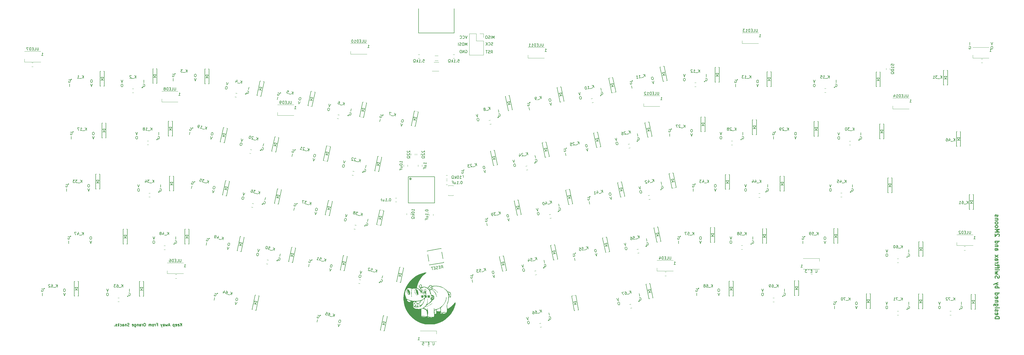
<source format=gbo>
G04 #@! TF.GenerationSoftware,KiCad,Pcbnew,(5.1.6)-1*
G04 #@! TF.CreationDate,2020-11-21T10:53:14+09:00*
G04 #@! TF.ProjectId,trifecta,74726966-6563-4746-912e-6b696361645f,rev?*
G04 #@! TF.SameCoordinates,Original*
G04 #@! TF.FileFunction,Legend,Bot*
G04 #@! TF.FilePolarity,Positive*
%FSLAX46Y46*%
G04 Gerber Fmt 4.6, Leading zero omitted, Abs format (unit mm)*
G04 Created by KiCad (PCBNEW (5.1.6)-1) date 2020-11-21 10:53:14*
%MOMM*%
%LPD*%
G01*
G04 APERTURE LIST*
%ADD10C,0.300000*%
%ADD11C,0.250000*%
%ADD12C,0.100000*%
%ADD13C,0.120000*%
%ADD14C,0.150000*%
%ADD15C,0.254000*%
%ADD16C,0.203200*%
%ADD17C,4.007800*%
%ADD18C,3.068000*%
%ADD19C,1.770000*%
%ADD20C,3.020000*%
%ADD21R,2.570000X2.520000*%
%ADD22R,1.620000X0.870000*%
%ADD23O,1.720000X1.720000*%
%ADD24R,1.720000X1.720000*%
%ADD25R,0.720000X2.320000*%
%ADD26O,1.220000X2.320000*%
%ADD27C,0.620000*%
%ADD28R,0.570000X1.720000*%
%ADD29R,0.320000X1.720000*%
%ADD30R,1.020000X2.020000*%
%ADD31R,1.900000X0.900000*%
%ADD32R,0.900000X1.900000*%
%ADD33R,1.820000X0.840000*%
%ADD34R,1.080000X0.670000*%
G04 APERTURE END LIST*
D10*
X357484268Y-106181011D02*
X358984268Y-106181011D01*
X358984268Y-105823868D01*
X358912840Y-105609582D01*
X358769982Y-105466725D01*
X358627125Y-105395297D01*
X358341411Y-105323868D01*
X358127125Y-105323868D01*
X357841411Y-105395297D01*
X357698554Y-105466725D01*
X357555697Y-105609582D01*
X357484268Y-105823868D01*
X357484268Y-106181011D01*
X357555697Y-104109582D02*
X357484268Y-104252440D01*
X357484268Y-104538154D01*
X357555697Y-104681011D01*
X357698554Y-104752440D01*
X358269982Y-104752440D01*
X358412840Y-104681011D01*
X358484268Y-104538154D01*
X358484268Y-104252440D01*
X358412840Y-104109582D01*
X358269982Y-104038154D01*
X358127125Y-104038154D01*
X357984268Y-104752440D01*
X357555697Y-103466725D02*
X357484268Y-103323868D01*
X357484268Y-103038154D01*
X357555697Y-102895297D01*
X357698554Y-102823868D01*
X357769982Y-102823868D01*
X357912840Y-102895297D01*
X357984268Y-103038154D01*
X357984268Y-103252440D01*
X358055697Y-103395297D01*
X358198554Y-103466725D01*
X358269982Y-103466725D01*
X358412840Y-103395297D01*
X358484268Y-103252440D01*
X358484268Y-103038154D01*
X358412840Y-102895297D01*
X357484268Y-102181011D02*
X358484268Y-102181011D01*
X358984268Y-102181011D02*
X358912840Y-102252440D01*
X358841411Y-102181011D01*
X358912840Y-102109582D01*
X358984268Y-102181011D01*
X358841411Y-102181011D01*
X358484268Y-100823868D02*
X357269982Y-100823868D01*
X357127125Y-100895297D01*
X357055697Y-100966725D01*
X356984268Y-101109582D01*
X356984268Y-101323868D01*
X357055697Y-101466725D01*
X357555697Y-100823868D02*
X357484268Y-100966725D01*
X357484268Y-101252440D01*
X357555697Y-101395297D01*
X357627125Y-101466725D01*
X357769982Y-101538154D01*
X358198554Y-101538154D01*
X358341411Y-101466725D01*
X358412840Y-101395297D01*
X358484268Y-101252440D01*
X358484268Y-100966725D01*
X358412840Y-100823868D01*
X358484268Y-100109582D02*
X357484268Y-100109582D01*
X358341411Y-100109582D02*
X358412840Y-100038154D01*
X358484268Y-99895297D01*
X358484268Y-99681011D01*
X358412840Y-99538154D01*
X358269982Y-99466725D01*
X357484268Y-99466725D01*
X357555697Y-98181011D02*
X357484268Y-98323868D01*
X357484268Y-98609582D01*
X357555697Y-98752440D01*
X357698554Y-98823868D01*
X358269982Y-98823868D01*
X358412840Y-98752440D01*
X358484268Y-98609582D01*
X358484268Y-98323868D01*
X358412840Y-98181011D01*
X358269982Y-98109582D01*
X358127125Y-98109582D01*
X357984268Y-98823868D01*
X357484268Y-96823868D02*
X358984268Y-96823868D01*
X357555697Y-96823868D02*
X357484268Y-96966725D01*
X357484268Y-97252440D01*
X357555697Y-97395297D01*
X357627125Y-97466725D01*
X357769982Y-97538154D01*
X358198554Y-97538154D01*
X358341411Y-97466725D01*
X358412840Y-97395297D01*
X358484268Y-97252440D01*
X358484268Y-96966725D01*
X358412840Y-96823868D01*
X357484268Y-94966725D02*
X358984268Y-94966725D01*
X358412840Y-94966725D02*
X358484268Y-94823868D01*
X358484268Y-94538154D01*
X358412840Y-94395297D01*
X358341411Y-94323868D01*
X358198554Y-94252440D01*
X357769982Y-94252440D01*
X357627125Y-94323868D01*
X357555697Y-94395297D01*
X357484268Y-94538154D01*
X357484268Y-94823868D01*
X357555697Y-94966725D01*
X358484268Y-93752440D02*
X357484268Y-93395297D01*
X358484268Y-93038154D02*
X357484268Y-93395297D01*
X357127125Y-93538154D01*
X357055697Y-93609582D01*
X356984268Y-93752440D01*
X357555697Y-91395297D02*
X357484268Y-91181011D01*
X357484268Y-90823868D01*
X357555697Y-90681011D01*
X357627125Y-90609582D01*
X357769982Y-90538154D01*
X357912840Y-90538154D01*
X358055697Y-90609582D01*
X358127125Y-90681011D01*
X358198554Y-90823868D01*
X358269982Y-91109582D01*
X358341411Y-91252440D01*
X358412840Y-91323868D01*
X358555697Y-91395297D01*
X358698554Y-91395297D01*
X358841411Y-91323868D01*
X358912840Y-91252440D01*
X358984268Y-91109582D01*
X358984268Y-90752440D01*
X358912840Y-90538154D01*
X358484268Y-90038154D02*
X357484268Y-89752440D01*
X358198554Y-89466725D01*
X357484268Y-89181011D01*
X358484268Y-88895297D01*
X357484268Y-88323868D02*
X358484268Y-88323868D01*
X358984268Y-88323868D02*
X358912840Y-88395297D01*
X358841411Y-88323868D01*
X358912840Y-88252440D01*
X358984268Y-88323868D01*
X358841411Y-88323868D01*
X358484268Y-87823868D02*
X358484268Y-87252440D01*
X357484268Y-87609582D02*
X358769982Y-87609582D01*
X358912840Y-87538154D01*
X358984268Y-87395297D01*
X358984268Y-87252440D01*
X358484268Y-86966725D02*
X358484268Y-86395297D01*
X358984268Y-86752440D02*
X357698554Y-86752440D01*
X357555697Y-86681011D01*
X357484268Y-86538154D01*
X357484268Y-86395297D01*
X357484268Y-85895297D02*
X358484268Y-85895297D01*
X358198554Y-85895297D02*
X358341411Y-85823868D01*
X358412840Y-85752440D01*
X358484268Y-85609582D01*
X358484268Y-85466725D01*
X357484268Y-84323868D02*
X358269982Y-84323868D01*
X358412840Y-84395297D01*
X358484268Y-84538154D01*
X358484268Y-84823868D01*
X358412840Y-84966725D01*
X357555697Y-84323868D02*
X357484268Y-84466725D01*
X357484268Y-84823868D01*
X357555697Y-84966725D01*
X357698554Y-85038154D01*
X357841411Y-85038154D01*
X357984268Y-84966725D01*
X358055697Y-84823868D01*
X358055697Y-84466725D01*
X358127125Y-84323868D01*
X357484268Y-83752440D02*
X358484268Y-82966725D01*
X358484268Y-83752440D02*
X357484268Y-82966725D01*
X357484268Y-80609582D02*
X358269982Y-80609582D01*
X358412840Y-80681011D01*
X358484268Y-80823868D01*
X358484268Y-81109582D01*
X358412840Y-81252440D01*
X357555697Y-80609582D02*
X357484268Y-80752440D01*
X357484268Y-81109582D01*
X357555697Y-81252440D01*
X357698554Y-81323868D01*
X357841411Y-81323868D01*
X357984268Y-81252440D01*
X358055697Y-81109582D01*
X358055697Y-80752440D01*
X358127125Y-80609582D01*
X358484268Y-79895297D02*
X357484268Y-79895297D01*
X358341411Y-79895297D02*
X358412840Y-79823868D01*
X358484268Y-79681011D01*
X358484268Y-79466725D01*
X358412840Y-79323868D01*
X358269982Y-79252440D01*
X357484268Y-79252440D01*
X357484268Y-77895297D02*
X358984268Y-77895297D01*
X357555697Y-77895297D02*
X357484268Y-78038154D01*
X357484268Y-78323868D01*
X357555697Y-78466725D01*
X357627125Y-78538154D01*
X357769982Y-78609582D01*
X358198554Y-78609582D01*
X358341411Y-78538154D01*
X358412840Y-78466725D01*
X358484268Y-78323868D01*
X358484268Y-78038154D01*
X358412840Y-77895297D01*
X358841411Y-76109582D02*
X358912840Y-76038154D01*
X358984268Y-75895297D01*
X358984268Y-75538154D01*
X358912840Y-75395297D01*
X358841411Y-75323868D01*
X358698554Y-75252440D01*
X358555697Y-75252440D01*
X358341411Y-75323868D01*
X357484268Y-76181011D01*
X357484268Y-75252440D01*
X357484268Y-74609582D02*
X358984268Y-74609582D01*
X357912840Y-74109582D01*
X358984268Y-73609582D01*
X357484268Y-73609582D01*
X357484268Y-72681011D02*
X357555697Y-72823868D01*
X357627125Y-72895297D01*
X357769982Y-72966725D01*
X358198554Y-72966725D01*
X358341411Y-72895297D01*
X358412840Y-72823868D01*
X358484268Y-72681011D01*
X358484268Y-72466725D01*
X358412840Y-72323868D01*
X358341411Y-72252440D01*
X358198554Y-72181011D01*
X357769982Y-72181011D01*
X357627125Y-72252440D01*
X357555697Y-72323868D01*
X357484268Y-72466725D01*
X357484268Y-72681011D01*
X357484268Y-71323868D02*
X357555697Y-71466725D01*
X357627125Y-71538154D01*
X357769982Y-71609582D01*
X358198554Y-71609582D01*
X358341411Y-71538154D01*
X358412840Y-71466725D01*
X358484268Y-71323868D01*
X358484268Y-71109582D01*
X358412840Y-70966725D01*
X358341411Y-70895297D01*
X358198554Y-70823868D01*
X357769982Y-70823868D01*
X357627125Y-70895297D01*
X357555697Y-70966725D01*
X357484268Y-71109582D01*
X357484268Y-71323868D01*
X358484268Y-70181011D02*
X357484268Y-70181011D01*
X358341411Y-70181011D02*
X358412840Y-70109582D01*
X358484268Y-69966725D01*
X358484268Y-69752440D01*
X358412840Y-69609582D01*
X358269982Y-69538154D01*
X357484268Y-69538154D01*
X357555697Y-68895297D02*
X357484268Y-68752440D01*
X357484268Y-68466725D01*
X357555697Y-68323868D01*
X357698554Y-68252440D01*
X357769982Y-68252440D01*
X357912840Y-68323868D01*
X357984268Y-68466725D01*
X357984268Y-68681011D01*
X358055697Y-68823868D01*
X358198554Y-68895297D01*
X358269982Y-68895297D01*
X358412840Y-68823868D01*
X358484268Y-68681011D01*
X358484268Y-68466725D01*
X358412840Y-68323868D01*
D11*
X61534345Y-108828580D02*
X61534345Y-107828580D01*
X60962917Y-108828580D02*
X61391488Y-108257152D01*
X60962917Y-107828580D02*
X61534345Y-108400009D01*
X60153393Y-108780961D02*
X60248631Y-108828580D01*
X60439107Y-108828580D01*
X60534345Y-108780961D01*
X60581964Y-108685723D01*
X60581964Y-108304771D01*
X60534345Y-108209533D01*
X60439107Y-108161914D01*
X60248631Y-108161914D01*
X60153393Y-108209533D01*
X60105774Y-108304771D01*
X60105774Y-108400009D01*
X60581964Y-108495247D01*
X59296250Y-108780961D02*
X59391488Y-108828580D01*
X59581964Y-108828580D01*
X59677202Y-108780961D01*
X59724821Y-108685723D01*
X59724821Y-108304771D01*
X59677202Y-108209533D01*
X59581964Y-108161914D01*
X59391488Y-108161914D01*
X59296250Y-108209533D01*
X59248631Y-108304771D01*
X59248631Y-108400009D01*
X59724821Y-108495247D01*
X58820060Y-108161914D02*
X58820060Y-109161914D01*
X58820060Y-108209533D02*
X58724821Y-108161914D01*
X58534345Y-108161914D01*
X58439107Y-108209533D01*
X58391488Y-108257152D01*
X58343869Y-108352390D01*
X58343869Y-108638104D01*
X58391488Y-108733342D01*
X58439107Y-108780961D01*
X58534345Y-108828580D01*
X58724821Y-108828580D01*
X58820060Y-108780961D01*
X57201012Y-108542866D02*
X56724821Y-108542866D01*
X57296250Y-108828580D02*
X56962917Y-107828580D01*
X56629583Y-108828580D01*
X56391488Y-108161914D02*
X56201012Y-108828580D01*
X56010536Y-108352390D01*
X55820060Y-108828580D01*
X55629583Y-108161914D01*
X54820060Y-108828580D02*
X54820060Y-108304771D01*
X54867679Y-108209533D01*
X54962917Y-108161914D01*
X55153393Y-108161914D01*
X55248631Y-108209533D01*
X54820060Y-108780961D02*
X54915298Y-108828580D01*
X55153393Y-108828580D01*
X55248631Y-108780961D01*
X55296250Y-108685723D01*
X55296250Y-108590485D01*
X55248631Y-108495247D01*
X55153393Y-108447628D01*
X54915298Y-108447628D01*
X54820060Y-108400009D01*
X54439107Y-108161914D02*
X54201012Y-108828580D01*
X53962917Y-108161914D02*
X54201012Y-108828580D01*
X54296250Y-109066676D01*
X54343869Y-109114295D01*
X54439107Y-109161914D01*
X52486726Y-108304771D02*
X52820060Y-108304771D01*
X52820060Y-108828580D02*
X52820060Y-107828580D01*
X52343869Y-107828580D01*
X51962917Y-108828580D02*
X51962917Y-108161914D01*
X51962917Y-108352390D02*
X51915298Y-108257152D01*
X51867679Y-108209533D01*
X51772440Y-108161914D01*
X51677202Y-108161914D01*
X51201012Y-108828580D02*
X51296250Y-108780961D01*
X51343869Y-108733342D01*
X51391488Y-108638104D01*
X51391488Y-108352390D01*
X51343869Y-108257152D01*
X51296250Y-108209533D01*
X51201012Y-108161914D01*
X51058155Y-108161914D01*
X50962917Y-108209533D01*
X50915298Y-108257152D01*
X50867679Y-108352390D01*
X50867679Y-108638104D01*
X50915298Y-108733342D01*
X50962917Y-108780961D01*
X51058155Y-108828580D01*
X51201012Y-108828580D01*
X50439107Y-108828580D02*
X50439107Y-108161914D01*
X50439107Y-108257152D02*
X50391488Y-108209533D01*
X50296250Y-108161914D01*
X50153393Y-108161914D01*
X50058155Y-108209533D01*
X50010536Y-108304771D01*
X50010536Y-108828580D01*
X50010536Y-108304771D02*
X49962917Y-108209533D01*
X49867679Y-108161914D01*
X49724821Y-108161914D01*
X49629583Y-108209533D01*
X49581964Y-108304771D01*
X49581964Y-108828580D01*
X48153393Y-107828580D02*
X47962917Y-107828580D01*
X47867679Y-107876200D01*
X47772440Y-107971438D01*
X47724821Y-108161914D01*
X47724821Y-108495247D01*
X47772440Y-108685723D01*
X47867679Y-108780961D01*
X47962917Y-108828580D01*
X48153393Y-108828580D01*
X48248631Y-108780961D01*
X48343869Y-108685723D01*
X48391488Y-108495247D01*
X48391488Y-108161914D01*
X48343869Y-107971438D01*
X48248631Y-107876200D01*
X48153393Y-107828580D01*
X47296250Y-108828580D02*
X47296250Y-108161914D01*
X47296250Y-108352390D02*
X47248631Y-108257152D01*
X47201012Y-108209533D01*
X47105774Y-108161914D01*
X47010536Y-108161914D01*
X46248631Y-108828580D02*
X46248631Y-108304771D01*
X46296250Y-108209533D01*
X46391488Y-108161914D01*
X46581964Y-108161914D01*
X46677202Y-108209533D01*
X46248631Y-108780961D02*
X46343869Y-108828580D01*
X46581964Y-108828580D01*
X46677202Y-108780961D01*
X46724821Y-108685723D01*
X46724821Y-108590485D01*
X46677202Y-108495247D01*
X46581964Y-108447628D01*
X46343869Y-108447628D01*
X46248631Y-108400009D01*
X45772440Y-108161914D02*
X45772440Y-108828580D01*
X45772440Y-108257152D02*
X45724821Y-108209533D01*
X45629583Y-108161914D01*
X45486726Y-108161914D01*
X45391488Y-108209533D01*
X45343869Y-108304771D01*
X45343869Y-108828580D01*
X44439107Y-108161914D02*
X44439107Y-108971438D01*
X44486726Y-109066676D01*
X44534345Y-109114295D01*
X44629583Y-109161914D01*
X44772440Y-109161914D01*
X44867679Y-109114295D01*
X44439107Y-108780961D02*
X44534345Y-108828580D01*
X44724821Y-108828580D01*
X44820060Y-108780961D01*
X44867679Y-108733342D01*
X44915298Y-108638104D01*
X44915298Y-108352390D01*
X44867679Y-108257152D01*
X44820060Y-108209533D01*
X44724821Y-108161914D01*
X44534345Y-108161914D01*
X44439107Y-108209533D01*
X43581964Y-108780961D02*
X43677202Y-108828580D01*
X43867679Y-108828580D01*
X43962917Y-108780961D01*
X44010536Y-108685723D01*
X44010536Y-108304771D01*
X43962917Y-108209533D01*
X43867679Y-108161914D01*
X43677202Y-108161914D01*
X43581964Y-108209533D01*
X43534345Y-108304771D01*
X43534345Y-108400009D01*
X44010536Y-108495247D01*
X42391488Y-108780961D02*
X42248631Y-108828580D01*
X42010536Y-108828580D01*
X41915298Y-108780961D01*
X41867679Y-108733342D01*
X41820060Y-108638104D01*
X41820060Y-108542866D01*
X41867679Y-108447628D01*
X41915298Y-108400009D01*
X42010536Y-108352390D01*
X42201012Y-108304771D01*
X42296250Y-108257152D01*
X42343869Y-108209533D01*
X42391488Y-108114295D01*
X42391488Y-108019057D01*
X42343869Y-107923819D01*
X42296250Y-107876200D01*
X42201012Y-107828580D01*
X41962917Y-107828580D01*
X41820060Y-107876200D01*
X41391488Y-108161914D02*
X41391488Y-108828580D01*
X41391488Y-108257152D02*
X41343869Y-108209533D01*
X41248631Y-108161914D01*
X41105774Y-108161914D01*
X41010536Y-108209533D01*
X40962917Y-108304771D01*
X40962917Y-108828580D01*
X40058155Y-108828580D02*
X40058155Y-108304771D01*
X40105774Y-108209533D01*
X40201012Y-108161914D01*
X40391488Y-108161914D01*
X40486726Y-108209533D01*
X40058155Y-108780961D02*
X40153393Y-108828580D01*
X40391488Y-108828580D01*
X40486726Y-108780961D01*
X40534345Y-108685723D01*
X40534345Y-108590485D01*
X40486726Y-108495247D01*
X40391488Y-108447628D01*
X40153393Y-108447628D01*
X40058155Y-108400009D01*
X39153393Y-108780961D02*
X39248631Y-108828580D01*
X39439107Y-108828580D01*
X39534345Y-108780961D01*
X39581964Y-108733342D01*
X39629583Y-108638104D01*
X39629583Y-108352390D01*
X39581964Y-108257152D01*
X39534345Y-108209533D01*
X39439107Y-108161914D01*
X39248631Y-108161914D01*
X39153393Y-108209533D01*
X38724821Y-108828580D02*
X38724821Y-107828580D01*
X38629583Y-108447628D02*
X38343869Y-108828580D01*
X38343869Y-108161914D02*
X38724821Y-108542866D01*
X37962917Y-108780961D02*
X37867679Y-108828580D01*
X37677202Y-108828580D01*
X37581964Y-108780961D01*
X37534345Y-108685723D01*
X37534345Y-108638104D01*
X37581964Y-108542866D01*
X37677202Y-108495247D01*
X37820060Y-108495247D01*
X37915298Y-108447628D01*
X37962917Y-108352390D01*
X37962917Y-108304771D01*
X37915298Y-108209533D01*
X37820060Y-108161914D01*
X37677202Y-108161914D01*
X37581964Y-108209533D01*
X37105774Y-108733342D02*
X37058155Y-108780961D01*
X37105774Y-108828580D01*
X37153393Y-108780961D01*
X37105774Y-108733342D01*
X37105774Y-108828580D01*
D12*
G36*
X150085467Y-89314871D02*
G01*
X149860057Y-89367848D01*
X149856302Y-89369296D01*
X149673518Y-89430990D01*
X149391282Y-89515782D01*
X149108994Y-89594812D01*
X148548838Y-89782035D01*
X147915643Y-90052413D01*
X147265103Y-90378228D01*
X146652916Y-90731760D01*
X146175039Y-91054990D01*
X145275499Y-91818492D01*
X144467004Y-92693185D01*
X143767701Y-93653080D01*
X143195738Y-94672186D01*
X142769260Y-95724513D01*
X142659205Y-96090436D01*
X142438872Y-96987916D01*
X142302410Y-97786039D01*
X142246904Y-98531510D01*
X142269436Y-99271034D01*
X142367093Y-100051316D01*
X142399993Y-100242124D01*
X142696376Y-101500820D01*
X143116058Y-102650349D01*
X143667094Y-103706383D01*
X144357541Y-104684595D01*
X145111847Y-105518415D01*
X145812666Y-106144152D01*
X146591753Y-106716203D01*
X147411634Y-107212562D01*
X148234836Y-107611229D01*
X149023884Y-107890201D01*
X149248687Y-107947342D01*
X149563486Y-108025407D01*
X149826277Y-108101537D01*
X149978577Y-108158562D01*
X150107237Y-108183684D01*
X150368682Y-108203856D01*
X150732317Y-108219053D01*
X151167544Y-108229249D01*
X151643767Y-108234421D01*
X152130388Y-108234543D01*
X152596812Y-108229589D01*
X153012440Y-108219534D01*
X153346677Y-108204354D01*
X153568926Y-108184023D01*
X153647752Y-108161573D01*
X153752772Y-108106136D01*
X153966849Y-108050470D01*
X154098752Y-108027715D01*
X154419284Y-107954259D01*
X154843086Y-107819431D01*
X155323232Y-107641280D01*
X155812798Y-107437855D01*
X156264860Y-107227203D01*
X156499630Y-107104267D01*
X157404879Y-106520647D01*
X158261675Y-105809169D01*
X158342864Y-105725233D01*
X152539560Y-105725233D01*
X152512106Y-105752649D01*
X152341080Y-105761306D01*
X152252138Y-105761677D01*
X152030637Y-105757026D01*
X151959095Y-105736697D01*
X151959550Y-105736343D01*
X151733940Y-105736343D01*
X151710173Y-105765380D01*
X151615014Y-105767463D01*
X151414291Y-105725570D01*
X151232740Y-105645751D01*
X151020365Y-105524346D01*
X151237741Y-105521336D01*
X151474997Y-105567964D01*
X151620015Y-105643049D01*
X151733940Y-105736343D01*
X151959550Y-105736343D01*
X152017682Y-105691127D01*
X152061001Y-105669495D01*
X152297758Y-105622840D01*
X152443275Y-105669495D01*
X152539560Y-105725233D01*
X158342864Y-105725233D01*
X159047566Y-104996690D01*
X159733498Y-104118520D01*
X157589749Y-104118520D01*
X157560556Y-104176899D01*
X157434078Y-104232839D01*
X157227388Y-104282295D01*
X156933588Y-104314450D01*
X156754479Y-104320959D01*
X156287255Y-104323659D01*
X156490684Y-104144690D01*
X156145392Y-104144690D01*
X156138790Y-104290341D01*
X156028385Y-104320554D01*
X155975493Y-104314590D01*
X155800174Y-104221180D01*
X155749519Y-104088617D01*
X155754118Y-103987153D01*
X154196420Y-103987153D01*
X154158459Y-104215383D01*
X154054950Y-104347540D01*
X153870021Y-104418839D01*
X153823710Y-104428540D01*
X153696097Y-104416392D01*
X153610921Y-104306696D01*
X153560517Y-104077367D01*
X153537221Y-103706323D01*
X153534853Y-103596336D01*
X153533775Y-103309792D01*
X153555601Y-103149382D01*
X153620138Y-103071368D01*
X153747194Y-103032010D01*
X153794803Y-103022335D01*
X153991230Y-102996411D01*
X154101046Y-103006839D01*
X154103253Y-103008683D01*
X154128978Y-103107497D01*
X154158123Y-103328377D01*
X154184429Y-103623766D01*
X154184707Y-103627636D01*
X154196420Y-103987153D01*
X155754118Y-103987153D01*
X155756121Y-103942966D01*
X155866526Y-103912753D01*
X155919419Y-103918717D01*
X156094738Y-104012127D01*
X156145392Y-104144690D01*
X156490684Y-104144690D01*
X156525604Y-104113969D01*
X156817896Y-103948981D01*
X157142222Y-103907902D01*
X157437208Y-103996389D01*
X157481554Y-104025849D01*
X157589749Y-104118520D01*
X159733498Y-104118520D01*
X159740101Y-104110067D01*
X160316827Y-103176158D01*
X160755293Y-102221820D01*
X160879071Y-101865483D01*
X160971723Y-101596475D01*
X161056073Y-101392575D01*
X161099200Y-101317557D01*
X161137218Y-101199115D01*
X161160848Y-100978238D01*
X161170132Y-100705924D01*
X161165109Y-100433174D01*
X161145821Y-100210987D01*
X161112308Y-100090363D01*
X161098209Y-100081537D01*
X161012494Y-100146548D01*
X160876306Y-100312168D01*
X160793656Y-100430438D01*
X160564826Y-100729719D01*
X160258618Y-101065100D01*
X159903025Y-101412560D01*
X159526039Y-101748078D01*
X159155652Y-102047633D01*
X158819856Y-102287205D01*
X158546643Y-102442773D01*
X158392997Y-102490519D01*
X158305166Y-102465663D01*
X158243100Y-102351829D01*
X158192669Y-102115794D01*
X158171082Y-101968747D01*
X158141752Y-101695940D01*
X158144101Y-101463609D01*
X158185801Y-101216234D01*
X158274525Y-100898292D01*
X158353044Y-100652025D01*
X158554551Y-99987281D01*
X158688251Y-99420701D01*
X158762832Y-98898745D01*
X158786982Y-98367873D01*
X158780659Y-98016729D01*
X158779753Y-97923454D01*
X158609952Y-97923454D01*
X158602390Y-98779169D01*
X158461288Y-99710037D01*
X158185535Y-100708744D01*
X158148587Y-100817644D01*
X158044681Y-101131530D01*
X157987039Y-101368771D01*
X157970411Y-101592124D01*
X157989548Y-101864350D01*
X158032835Y-102201701D01*
X158086897Y-102795489D01*
X158076894Y-103293275D01*
X158004497Y-103671948D01*
X157912897Y-103860313D01*
X157826082Y-103953239D01*
X157724096Y-103956931D01*
X157541444Y-103873395D01*
X157538326Y-103871784D01*
X157199992Y-103751433D01*
X156878667Y-103770646D01*
X156577471Y-103896197D01*
X156381844Y-103994988D01*
X156277698Y-104012089D01*
X156207542Y-103947500D01*
X156174498Y-103896197D01*
X156048743Y-103766730D01*
X155961716Y-103734379D01*
X155907400Y-103691429D01*
X155873595Y-103546885D01*
X155857231Y-103277208D01*
X155856487Y-103165002D01*
X155722888Y-103165002D01*
X155710399Y-103332041D01*
X155705078Y-103350237D01*
X155648674Y-103420016D01*
X155523255Y-103457755D01*
X155293615Y-103468973D01*
X154993056Y-103461889D01*
X154333409Y-103437055D01*
X154307043Y-103118493D01*
X154311563Y-102886664D01*
X154378658Y-102800960D01*
X154391993Y-102799864D01*
X154520470Y-102765330D01*
X154751872Y-102674709D01*
X155036894Y-102547363D01*
X155046306Y-102542918D01*
X155317760Y-102420841D01*
X155522924Y-102340479D01*
X155620430Y-102317903D01*
X155622356Y-102319090D01*
X155660024Y-102432114D01*
X155692681Y-102652480D01*
X155715309Y-102917629D01*
X155722888Y-103165002D01*
X155856487Y-103165002D01*
X155854831Y-102915384D01*
X155859672Y-102096389D01*
X156393893Y-101583403D01*
X156990517Y-100933885D01*
X157429100Y-100274985D01*
X157720971Y-99583945D01*
X157877463Y-98838002D01*
X157902793Y-98552440D01*
X157913157Y-98260389D01*
X157901227Y-98129173D01*
X157870154Y-98151642D01*
X157823088Y-98320649D01*
X157763179Y-98629044D01*
X157702970Y-99005811D01*
X157554275Y-99629163D01*
X157289267Y-100221691D01*
X156888950Y-100823320D01*
X156761379Y-100984908D01*
X156128621Y-101646771D01*
X155420416Y-102175713D01*
X154656215Y-102559624D01*
X153872032Y-102783424D01*
X153425526Y-102864579D01*
X153456963Y-102534931D01*
X153467590Y-102296081D01*
X153446749Y-102207670D01*
X153406521Y-102255911D01*
X153358993Y-102427019D01*
X153317751Y-102693744D01*
X153302203Y-103013056D01*
X153310502Y-103423474D01*
X153340597Y-103848193D01*
X153351188Y-103946754D01*
X153410180Y-104508738D01*
X153429841Y-104924394D01*
X153398131Y-105215089D01*
X153303007Y-105402189D01*
X153132427Y-105507061D01*
X152874348Y-105551072D01*
X152516730Y-105555587D01*
X152445372Y-105553969D01*
X152099812Y-105534303D01*
X151802959Y-105497866D01*
X151700186Y-105473344D01*
X150270564Y-105473344D01*
X150167331Y-105508070D01*
X150129332Y-105517283D01*
X149945911Y-105532955D01*
X149673735Y-105525464D01*
X149366593Y-105500234D01*
X149078275Y-105462689D01*
X148862566Y-105418254D01*
X148778075Y-105381014D01*
X148820836Y-105357374D01*
X148987688Y-105360972D01*
X149104300Y-105373349D01*
X149368795Y-105386498D01*
X149579695Y-105361619D01*
X149626854Y-105344059D01*
X149839993Y-105315529D01*
X150056298Y-105366509D01*
X150237662Y-105434641D01*
X150270564Y-105473344D01*
X151700186Y-105473344D01*
X151610140Y-105451859D01*
X151589797Y-105442612D01*
X151370106Y-105365373D01*
X151238325Y-105348426D01*
X151102634Y-105277724D01*
X151060836Y-105066123D01*
X151097521Y-104818820D01*
X150878017Y-104818820D01*
X150874700Y-105013178D01*
X150832129Y-105134636D01*
X150741434Y-105231012D01*
X150711461Y-105255772D01*
X150545430Y-105361432D01*
X150397310Y-105351628D01*
X150299268Y-105306519D01*
X150088117Y-105247135D01*
X149757806Y-105212362D01*
X149432262Y-105206255D01*
X149118051Y-105206162D01*
X148877313Y-105196872D01*
X148753720Y-105180300D01*
X148746798Y-105176153D01*
X148737970Y-105081536D01*
X148734976Y-104847937D01*
X148737701Y-104506167D01*
X148746029Y-104087041D01*
X148751633Y-103879392D01*
X148788277Y-102622733D01*
X149054823Y-102513158D01*
X149196813Y-102465293D01*
X149330125Y-102461024D01*
X149498054Y-102511075D01*
X149743893Y-102626174D01*
X149958492Y-102737032D01*
X150269933Y-102904108D01*
X150464872Y-103030094D01*
X150578270Y-103150875D01*
X150645087Y-103302338D01*
X150693607Y-103491609D01*
X150754963Y-103807238D01*
X150814315Y-104197057D01*
X150850950Y-104503748D01*
X150878017Y-104818820D01*
X151097521Y-104818820D01*
X151113015Y-104714379D01*
X151149968Y-104570929D01*
X151184791Y-104338876D01*
X151191877Y-104025106D01*
X151175522Y-103661846D01*
X151140020Y-103281323D01*
X151089664Y-102915764D01*
X151028749Y-102597396D01*
X150961570Y-102358447D01*
X150892419Y-102231144D01*
X150838267Y-102231639D01*
X150829674Y-102337350D01*
X150874977Y-102529253D01*
X150883502Y-102554521D01*
X150937201Y-102748865D01*
X150942348Y-102862123D01*
X150939003Y-102867135D01*
X150849898Y-102851068D01*
X150645955Y-102774192D01*
X150364548Y-102651175D01*
X150237784Y-102591915D01*
X149576218Y-102277042D01*
X149897405Y-102018442D01*
X150286294Y-101793631D01*
X150556674Y-101734627D01*
X150858950Y-101668244D01*
X151244843Y-101521912D01*
X151664118Y-101320321D01*
X152066540Y-101088163D01*
X152401874Y-100850129D01*
X152464513Y-100796894D01*
X152626984Y-100651154D01*
X152688866Y-100587239D01*
X152639187Y-100608331D01*
X152466972Y-100717611D01*
X152252138Y-100858477D01*
X151831449Y-101112935D01*
X151405182Y-101332297D01*
X151013847Y-101498472D01*
X150697950Y-101593371D01*
X150572420Y-101608617D01*
X150443359Y-101599440D01*
X150434371Y-101537228D01*
X150516567Y-101401175D01*
X150659571Y-101254082D01*
X150901704Y-101070949D01*
X151186052Y-100894070D01*
X151843765Y-100465874D01*
X152351432Y-100003403D01*
X152703693Y-99513521D01*
X152895189Y-99003093D01*
X152930907Y-98659553D01*
X152925114Y-98613856D01*
X152737438Y-98613856D01*
X152719580Y-98890951D01*
X152562153Y-99344804D01*
X152250640Y-99799690D01*
X151799651Y-100236465D01*
X151546498Y-100428055D01*
X151274950Y-100613758D01*
X151061332Y-100750432D01*
X150938972Y-100817148D01*
X150923055Y-100819566D01*
X150926005Y-100728685D01*
X150968444Y-100540313D01*
X150979343Y-100501220D01*
X151020332Y-100273963D01*
X151047128Y-99959835D01*
X151059170Y-99609264D01*
X151055899Y-99272675D01*
X151036753Y-99000494D01*
X151001174Y-98843149D01*
X150997827Y-98837383D01*
X150971051Y-98873229D01*
X150948986Y-99047935D01*
X150934521Y-99330470D01*
X150930552Y-99559456D01*
X150920771Y-99981543D01*
X150891273Y-100288057D01*
X150832960Y-100532992D01*
X150736732Y-100770344D01*
X150720890Y-100803610D01*
X150358891Y-101366153D01*
X149859596Y-101857785D01*
X149247978Y-102257932D01*
X148641770Y-102516355D01*
X148278415Y-102588853D01*
X147818174Y-102612433D01*
X147321846Y-102590644D01*
X146850231Y-102527038D01*
X146464128Y-102425168D01*
X146365026Y-102383364D01*
X145990359Y-102140813D01*
X145754933Y-101831421D01*
X145662917Y-101576053D01*
X145635938Y-101449474D01*
X145659509Y-101424099D01*
X145758780Y-101507093D01*
X145895606Y-101642329D01*
X146289123Y-101918906D01*
X146770968Y-102060574D01*
X147321216Y-102063372D01*
X147676741Y-101996530D01*
X148007455Y-101895710D01*
X148313547Y-101775711D01*
X148477951Y-101691825D01*
X148938042Y-101314873D01*
X148664866Y-101314873D01*
X148610131Y-101384351D01*
X148483283Y-101495238D01*
X148376493Y-101528112D01*
X148357288Y-101502993D01*
X148259496Y-101502993D01*
X148185489Y-101657638D01*
X147983409Y-101759572D01*
X147750138Y-101831095D01*
X147627965Y-101851223D01*
X147566812Y-101822310D01*
X147545195Y-101791581D01*
X147409997Y-101791581D01*
X147335380Y-101835467D01*
X147150290Y-101858553D01*
X146912873Y-101860871D01*
X146681274Y-101842457D01*
X146513640Y-101803341D01*
X146489664Y-101791054D01*
X146420948Y-101721485D01*
X146495253Y-101673602D01*
X146651036Y-101652360D01*
X146878945Y-101660463D01*
X147120307Y-101690343D01*
X147316448Y-101734431D01*
X147408694Y-101785161D01*
X147409997Y-101791581D01*
X147545195Y-101791581D01*
X147537422Y-101780533D01*
X147566266Y-101713140D01*
X147681071Y-101687116D01*
X147813386Y-101677782D01*
X147789398Y-101655737D01*
X147664847Y-101619573D01*
X147514200Y-101553084D01*
X147467988Y-101431281D01*
X147482205Y-101268732D01*
X147562800Y-101178398D01*
X147722034Y-101095341D01*
X147922697Y-101053373D01*
X148066437Y-101126542D01*
X148075774Y-101135655D01*
X148157914Y-101254624D01*
X148111288Y-101376876D01*
X148082299Y-101415233D01*
X148005901Y-101518994D01*
X148045514Y-101501845D01*
X148110834Y-101451570D01*
X148223698Y-101382257D01*
X148257969Y-101445958D01*
X148259496Y-101502993D01*
X148357288Y-101502993D01*
X148344446Y-101486198D01*
X148410049Y-101421527D01*
X148535583Y-101344865D01*
X148664679Y-101282571D01*
X148664866Y-101314873D01*
X148938042Y-101314873D01*
X148947413Y-101307196D01*
X149357628Y-100777908D01*
X149697909Y-100122119D01*
X149957568Y-99357982D01*
X150030330Y-99054862D01*
X150039699Y-99011328D01*
X149873543Y-99011328D01*
X149841726Y-99179165D01*
X149758406Y-99451297D01*
X149641774Y-99777072D01*
X149510022Y-100105840D01*
X149381344Y-100386949D01*
X149374868Y-100399727D01*
X149229923Y-100608186D01*
X149013395Y-100837713D01*
X148769306Y-101050115D01*
X148541679Y-101207199D01*
X148374536Y-101270771D01*
X148370812Y-101270834D01*
X148275981Y-101206964D01*
X148194261Y-101100935D01*
X148036663Y-100965786D01*
X147903214Y-100931035D01*
X147709550Y-100989729D01*
X147508792Y-101131310D01*
X147362360Y-101304026D01*
X147325048Y-101418195D01*
X147267308Y-101497046D01*
X147078147Y-101514205D01*
X147006486Y-101509574D01*
X146796145Y-101478570D01*
X146700732Y-101396423D01*
X146665313Y-101208392D01*
X146661635Y-101165926D01*
X146623380Y-101009954D01*
X146536015Y-101009954D01*
X146458173Y-101119108D01*
X146424442Y-101146273D01*
X146331611Y-101229407D01*
X146379329Y-101230785D01*
X146400999Y-101223638D01*
X146496367Y-101221202D01*
X146507070Y-101335247D01*
X146497283Y-101393329D01*
X146401040Y-101564335D01*
X146229690Y-101610288D01*
X146025861Y-101528623D01*
X145915304Y-101428323D01*
X145820599Y-101281328D01*
X145847316Y-101212985D01*
X145904290Y-101115705D01*
X145901126Y-100970546D01*
X145894238Y-100822945D01*
X145982586Y-100767808D01*
X146115445Y-100761135D01*
X146334862Y-100802307D01*
X146477753Y-100891215D01*
X146536015Y-101009954D01*
X146623380Y-101009954D01*
X146596085Y-100898673D01*
X146476928Y-100737682D01*
X146382628Y-100658113D01*
X146363335Y-100566264D01*
X146417857Y-100404634D01*
X146467663Y-100290417D01*
X146616816Y-99954112D01*
X146722683Y-100272712D01*
X146856276Y-100531258D01*
X147034324Y-100642958D01*
X147185927Y-100688995D01*
X147225580Y-100754488D01*
X147161404Y-100888851D01*
X147092639Y-100997736D01*
X147013980Y-101126382D01*
X147015637Y-101155607D01*
X147114840Y-101080879D01*
X147265495Y-100952272D01*
X147496549Y-100788672D01*
X147715932Y-100689670D01*
X147796475Y-100676185D01*
X148021642Y-100607487D01*
X148266807Y-100434264D01*
X148479847Y-100205826D01*
X148608642Y-99971482D01*
X148609129Y-99969070D01*
X148495545Y-99969070D01*
X148471841Y-100060299D01*
X148418542Y-100157735D01*
X148369410Y-100104356D01*
X148353323Y-100066991D01*
X148174546Y-100066991D01*
X148161313Y-100280739D01*
X148098321Y-100408056D01*
X147950633Y-100472067D01*
X147683311Y-100495898D01*
X147521002Y-100499579D01*
X147239594Y-100490066D01*
X147069722Y-100438699D01*
X146954704Y-100327479D01*
X146947590Y-100317484D01*
X146833314Y-100106518D01*
X146860298Y-99974555D01*
X147030787Y-99901278D01*
X146465951Y-99901278D01*
X146333043Y-100239628D01*
X146171537Y-100518970D01*
X145998043Y-100628700D01*
X145839508Y-100705249D01*
X145786096Y-100783991D01*
X145762324Y-100807162D01*
X145737172Y-100738753D01*
X145747948Y-100570627D01*
X145823096Y-100337772D01*
X145853214Y-100271529D01*
X146006471Y-100037313D01*
X146187684Y-99935988D01*
X146237138Y-99927695D01*
X146465951Y-99901278D01*
X147030787Y-99901278D01*
X147039966Y-99897333D01*
X147155148Y-99876629D01*
X147484121Y-99828278D01*
X147818019Y-99779204D01*
X147834747Y-99776745D01*
X148014233Y-99750365D01*
X144928654Y-99750365D01*
X144901325Y-99886736D01*
X144845710Y-99993150D01*
X144812503Y-99940748D01*
X144798372Y-99883751D01*
X144794071Y-99798820D01*
X144691660Y-99798820D01*
X144671848Y-99961527D01*
X144634970Y-100024903D01*
X144475660Y-100078044D01*
X144223592Y-100049954D01*
X144064452Y-100000378D01*
X143810787Y-99820439D01*
X143612757Y-99514490D01*
X143550509Y-99346442D01*
X143496072Y-99163521D01*
X143987650Y-99365663D01*
X144263085Y-99472614D01*
X144483033Y-99546658D01*
X144585416Y-99569821D01*
X144659923Y-99641386D01*
X144691660Y-99798820D01*
X144794071Y-99798820D01*
X144790551Y-99729345D01*
X144811518Y-99678455D01*
X144892447Y-99658207D01*
X144928654Y-99750365D01*
X148014233Y-99750365D01*
X148174546Y-99726803D01*
X148174546Y-100066991D01*
X148353323Y-100066991D01*
X148341298Y-100039062D01*
X148280834Y-99851614D01*
X148265467Y-99762975D01*
X148307320Y-99666903D01*
X148404423Y-99680552D01*
X148483625Y-99784212D01*
X148495545Y-99969070D01*
X148609129Y-99969070D01*
X148624534Y-99892807D01*
X148660373Y-99758301D01*
X148765212Y-99626028D01*
X148967402Y-99468631D01*
X149257656Y-99281884D01*
X149552154Y-99111977D01*
X149763499Y-99013760D01*
X149867128Y-98998023D01*
X149873543Y-99011328D01*
X150039699Y-99011328D01*
X150184170Y-98340065D01*
X150729692Y-98355914D01*
X151275215Y-98371762D01*
X150815084Y-98290864D01*
X150552083Y-98230922D01*
X150041577Y-98230922D01*
X149967253Y-98456925D01*
X149757416Y-98709463D01*
X149439669Y-98967548D01*
X149041616Y-99210187D01*
X148590859Y-99416391D01*
X148387564Y-99488675D01*
X147835844Y-99614804D01*
X147174045Y-99681930D01*
X146451365Y-99690195D01*
X145717000Y-99639736D01*
X145020145Y-99530695D01*
X144793301Y-99478485D01*
X144364739Y-99348700D01*
X143950437Y-99185502D01*
X143583457Y-99006035D01*
X143296862Y-98827442D01*
X143123714Y-98666866D01*
X143089245Y-98594915D01*
X143074475Y-98481240D01*
X143117222Y-98483385D01*
X143242140Y-98590968D01*
X143331194Y-98661981D01*
X143349360Y-98640537D01*
X143292453Y-98507401D01*
X143173667Y-98276333D01*
X142941820Y-97682936D01*
X142846371Y-97068005D01*
X142886325Y-96466349D01*
X143060688Y-95912777D01*
X143250469Y-95588517D01*
X143572552Y-95236738D01*
X143927014Y-95041840D01*
X144335725Y-94997466D01*
X144820556Y-95097259D01*
X144876791Y-95115850D01*
X145262144Y-95247153D01*
X145148100Y-95731736D01*
X145081592Y-96132808D01*
X145050188Y-96588518D01*
X145051641Y-97058682D01*
X145083703Y-97503117D01*
X145144127Y-97881640D01*
X145230666Y-98154069D01*
X145288600Y-98244145D01*
X145312986Y-98216753D01*
X145297011Y-98063730D01*
X145273281Y-97946820D01*
X145216328Y-97561288D01*
X145188485Y-97077823D01*
X145189570Y-96562393D01*
X145219399Y-96080964D01*
X145277789Y-95699505D01*
X145279533Y-95692153D01*
X145383638Y-95258192D01*
X146035781Y-95189287D01*
X146583994Y-95145183D01*
X147005312Y-95152455D01*
X147337984Y-95222558D01*
X147620256Y-95366946D01*
X147890378Y-95597073D01*
X148080776Y-95801711D01*
X148416911Y-96294379D01*
X148595430Y-96717771D01*
X148686495Y-96980110D01*
X148742164Y-97079475D01*
X148764090Y-97018702D01*
X148764423Y-97007635D01*
X148736286Y-96746253D01*
X148684112Y-96555770D01*
X148599030Y-96331986D01*
X148840951Y-96504249D01*
X149166494Y-96781891D01*
X149476677Y-97126762D01*
X149743601Y-97498739D01*
X149939368Y-97857699D01*
X150036078Y-98163521D01*
X150041577Y-98230922D01*
X150552083Y-98230922D01*
X150461127Y-98210192D01*
X150248232Y-98107530D01*
X150147573Y-97962948D01*
X150128392Y-97816103D01*
X150184176Y-97631351D01*
X150319412Y-97426412D01*
X150485925Y-97260605D01*
X150634230Y-97193242D01*
X150702821Y-97144820D01*
X150363136Y-97144820D01*
X150331569Y-97218928D01*
X150219384Y-97366293D01*
X150195375Y-97394252D01*
X150059124Y-97534343D01*
X149978482Y-97552319D01*
X149916018Y-97476979D01*
X149808746Y-97325928D01*
X149643807Y-97118487D01*
X149586150Y-97049854D01*
X149446383Y-96870210D01*
X149377408Y-96749398D01*
X149377358Y-96726662D01*
X149461492Y-96743435D01*
X149647179Y-96811236D01*
X149882565Y-96908070D01*
X150115796Y-97011941D01*
X150295020Y-97100853D01*
X150363136Y-97144820D01*
X150702821Y-97144820D01*
X150719844Y-97132803D01*
X150723041Y-97110959D01*
X150662257Y-97058901D01*
X150616854Y-97067591D01*
X150457112Y-97061052D01*
X150393187Y-97031695D01*
X150324094Y-96953634D01*
X150363860Y-96835260D01*
X150414424Y-96758836D01*
X150476686Y-96600841D01*
X150371347Y-96600841D01*
X150365852Y-96630415D01*
X150309128Y-96704781D01*
X150179679Y-96824050D01*
X150103832Y-96853443D01*
X150043968Y-96836745D01*
X150050521Y-96829405D01*
X150139027Y-96765963D01*
X150255817Y-96680743D01*
X150371347Y-96600841D01*
X150476686Y-96600841D01*
X150511736Y-96511899D01*
X150530610Y-96351890D01*
X150182951Y-96351890D01*
X150149728Y-96461453D01*
X150063345Y-96472933D01*
X150022574Y-96441806D01*
X149977081Y-96299252D01*
X149995400Y-96200792D01*
X150049702Y-96093218D01*
X150106228Y-96139735D01*
X150138703Y-96195755D01*
X150182951Y-96351890D01*
X150530610Y-96351890D01*
X150538808Y-96282400D01*
X150443871Y-96282400D01*
X150427327Y-96330863D01*
X150400885Y-96266834D01*
X150291599Y-96069547D01*
X150185197Y-95969509D01*
X150023351Y-95945004D01*
X149892193Y-96053726D01*
X149817619Y-96259067D01*
X149818850Y-96487377D01*
X149831383Y-96671678D01*
X149781425Y-96722980D01*
X149744819Y-96713765D01*
X149675956Y-96633372D01*
X149657893Y-96443977D01*
X149672732Y-96230332D01*
X149745330Y-95800603D01*
X149859476Y-95526407D01*
X150013024Y-95412447D01*
X150047395Y-95409296D01*
X150245044Y-95486192D01*
X150374728Y-95717490D01*
X150434495Y-96067703D01*
X150443871Y-96282400D01*
X150538808Y-96282400D01*
X150550729Y-96181351D01*
X150531016Y-95841445D01*
X150452212Y-95566433D01*
X150420900Y-95513147D01*
X150224366Y-95354734D01*
X149995061Y-95340574D01*
X149788264Y-95469620D01*
X149745346Y-95525976D01*
X149657255Y-95729819D01*
X149584391Y-96017012D01*
X149561656Y-96163100D01*
X149522716Y-96420297D01*
X149468409Y-96550146D01*
X149373496Y-96594910D01*
X149301564Y-96598593D01*
X149180430Y-96588499D01*
X149126803Y-96529680D01*
X149125764Y-96379329D01*
X149152051Y-96169613D01*
X149154519Y-96112521D01*
X149001775Y-96112521D01*
X148986144Y-96166442D01*
X148902115Y-96253632D01*
X148859704Y-96176164D01*
X148854145Y-96071904D01*
X148874957Y-95948661D01*
X148946711Y-95977594D01*
X148948683Y-95979553D01*
X149001775Y-96112521D01*
X149154519Y-96112521D01*
X149165300Y-95863224D01*
X149129798Y-95575812D01*
X149094057Y-95467431D01*
X149019202Y-95467431D01*
X149001588Y-95608387D01*
X148900237Y-95781986D01*
X148847576Y-95840613D01*
X148734790Y-96004872D01*
X148717486Y-96137938D01*
X148712559Y-96243087D01*
X148674829Y-96258794D01*
X148624895Y-96184991D01*
X148645071Y-95982707D01*
X148738036Y-95663169D01*
X148848410Y-95463902D01*
X148942083Y-95409296D01*
X149019202Y-95467431D01*
X149094057Y-95467431D01*
X149056611Y-95353885D01*
X148956803Y-95243951D01*
X148930747Y-95239396D01*
X148824793Y-95312591D01*
X148704028Y-95497401D01*
X148598840Y-95741665D01*
X148560279Y-95875319D01*
X148513224Y-96039274D01*
X148467425Y-96054182D01*
X148412518Y-95970770D01*
X148373152Y-95754537D01*
X148423940Y-95479200D01*
X148543393Y-95213723D01*
X148705636Y-95030095D01*
X148936793Y-94929096D01*
X149127896Y-94899597D01*
X149298532Y-94876034D01*
X149363844Y-94823856D01*
X149438745Y-94742889D01*
X149624529Y-94687750D01*
X149862815Y-94669582D01*
X150060339Y-94690933D01*
X150237406Y-94760532D01*
X150263680Y-94866739D01*
X150260847Y-94874646D01*
X150259878Y-94965313D01*
X150340541Y-94953913D01*
X150568778Y-94949884D01*
X150848339Y-95068517D01*
X151144333Y-95286074D01*
X151421869Y-95578817D01*
X151571784Y-95791570D01*
X151693749Y-96019021D01*
X151833239Y-96321236D01*
X151908605Y-96503091D01*
X152005670Y-96757958D01*
X152040136Y-96889447D01*
X152013676Y-96931451D01*
X151929107Y-96918164D01*
X151887052Y-96942721D01*
X151971207Y-97066875D01*
X152134248Y-97240781D01*
X152447420Y-97650776D01*
X152654684Y-98125948D01*
X152737438Y-98613856D01*
X152925114Y-98613856D01*
X152888435Y-98324565D01*
X152778358Y-97953028D01*
X152624862Y-97606574D01*
X152452132Y-97346833D01*
X152393081Y-97289028D01*
X152275123Y-97111809D01*
X152250122Y-96991703D01*
X152217564Y-96819707D01*
X152134984Y-96555105D01*
X152040398Y-96305697D01*
X151936746Y-96046104D01*
X151868748Y-95861226D01*
X151851278Y-95793125D01*
X152229457Y-95666172D01*
X152525211Y-95610321D01*
X152672583Y-95620304D01*
X152809285Y-95706716D01*
X153013952Y-95884895D01*
X153244042Y-96117558D01*
X153260823Y-96135821D01*
X153748009Y-96792285D01*
X154111975Y-97554569D01*
X154210701Y-97851603D01*
X154288939Y-98069342D01*
X154361473Y-98197889D01*
X154384751Y-98212640D01*
X154404437Y-98141071D01*
X154369230Y-97952301D01*
X154291286Y-97685239D01*
X154182765Y-97378793D01*
X154055823Y-97071873D01*
X153975502Y-96902941D01*
X153807733Y-96627084D01*
X153577574Y-96319689D01*
X153318690Y-96018406D01*
X153064746Y-95760884D01*
X152849404Y-95584772D01*
X152750732Y-95533196D01*
X152633544Y-95462779D01*
X152652347Y-95395855D01*
X152775322Y-95362488D01*
X152915705Y-95377317D01*
X153335263Y-95535328D01*
X153787902Y-95805955D01*
X154220605Y-96155348D01*
X154376803Y-96310185D01*
X154619264Y-96554330D01*
X154757292Y-96669656D01*
X154788760Y-96662985D01*
X154711544Y-96541141D01*
X154523517Y-96310946D01*
X154414889Y-96187928D01*
X154177352Y-95964232D01*
X153871632Y-95731545D01*
X153541300Y-95517093D01*
X153229927Y-95348105D01*
X152981086Y-95251806D01*
X152896931Y-95239396D01*
X152839575Y-95162394D01*
X152807548Y-94961980D01*
X152807466Y-94959277D01*
X152665017Y-94959277D01*
X152602113Y-95133168D01*
X152439207Y-95320245D01*
X152249019Y-95486129D01*
X152111255Y-95566262D01*
X152050228Y-95559260D01*
X152090248Y-95463741D01*
X152200582Y-95333825D01*
X152340169Y-95136756D01*
X152443725Y-94897969D01*
X152490168Y-94707112D01*
X152405467Y-94707112D01*
X152343104Y-94919119D01*
X152208512Y-95156527D01*
X152065598Y-95327917D01*
X151827262Y-95521222D01*
X151643184Y-95577114D01*
X151540919Y-95511809D01*
X151570200Y-95420821D01*
X151685452Y-95253490D01*
X151853199Y-95047578D01*
X152039966Y-94840843D01*
X152212278Y-94671049D01*
X152336657Y-94575954D01*
X152374958Y-94571011D01*
X152405467Y-94707112D01*
X152490168Y-94707112D01*
X152500775Y-94663523D01*
X152500847Y-94479475D01*
X152433465Y-94391885D01*
X152415241Y-94389898D01*
X152306372Y-94448554D01*
X152121576Y-94603837D01*
X151897046Y-94824719D01*
X151850574Y-94874018D01*
X151619270Y-95115341D01*
X151469003Y-95246158D01*
X151370103Y-95284842D01*
X151292903Y-95249770D01*
X151273381Y-95231494D01*
X151220242Y-95152577D01*
X151231043Y-95053615D01*
X151320728Y-94900906D01*
X151504240Y-94660750D01*
X151553957Y-94598712D01*
X151772210Y-94351011D01*
X151973462Y-94163103D01*
X152118611Y-94070881D01*
X152132582Y-94067596D01*
X152339476Y-94115911D01*
X152513542Y-94302641D01*
X152629808Y-94596484D01*
X152652247Y-94719003D01*
X152665017Y-94959277D01*
X152807466Y-94959277D01*
X152804312Y-94856106D01*
X152812193Y-94661012D01*
X152853267Y-94525577D01*
X152953675Y-94438989D01*
X153139563Y-94390435D01*
X153437072Y-94369102D01*
X153872348Y-94364179D01*
X153993610Y-94364230D01*
X154986193Y-94441214D01*
X155913383Y-94667226D01*
X156763344Y-95038594D01*
X157326966Y-95398423D01*
X157842479Y-95880377D01*
X158228887Y-96466744D01*
X158485081Y-97150207D01*
X158609952Y-97923454D01*
X158779753Y-97923454D01*
X158777017Y-97641882D01*
X158794072Y-97395115D01*
X158825895Y-97285102D01*
X158866552Y-97320513D01*
X158910113Y-97510020D01*
X158943141Y-97779183D01*
X159012884Y-98124000D01*
X159137342Y-98343621D01*
X159145534Y-98351340D01*
X159286656Y-98439130D01*
X159389932Y-98399116D01*
X159463879Y-98218449D01*
X159517014Y-97884279D01*
X159524777Y-97807467D01*
X159379265Y-97807467D01*
X159351410Y-98060338D01*
X159299679Y-98193727D01*
X159235936Y-98195956D01*
X159172042Y-98055344D01*
X159119861Y-97760211D01*
X159113649Y-97700564D01*
X159063497Y-97403300D01*
X158955521Y-97189260D01*
X158762872Y-96986499D01*
X158542462Y-96759617D01*
X158467136Y-96610867D01*
X158535681Y-96531989D01*
X158693517Y-96513644D01*
X158983869Y-96589954D01*
X159199536Y-96812325D01*
X159333373Y-97170920D01*
X159371382Y-97446796D01*
X159379265Y-97807467D01*
X159524777Y-97807467D01*
X159528152Y-97774084D01*
X159534382Y-97220770D01*
X159437247Y-96801964D01*
X159236842Y-96517830D01*
X158933265Y-96368533D01*
X158699193Y-96343744D01*
X158444698Y-96307176D01*
X158280375Y-96176732D01*
X158254036Y-96139188D01*
X157863989Y-95669760D01*
X157341803Y-95228328D01*
X156725202Y-94839395D01*
X156051911Y-94527461D01*
X155499638Y-94350282D01*
X154935028Y-94237962D01*
X154331932Y-94171242D01*
X153752806Y-94154115D01*
X153260104Y-94190575D01*
X153188786Y-94202509D01*
X152916242Y-94246437D01*
X152750625Y-94243032D01*
X152632971Y-94181652D01*
X152534482Y-94084437D01*
X152337490Y-93923785D01*
X152138161Y-93885757D01*
X151913084Y-93977094D01*
X151638849Y-94204533D01*
X151453410Y-94395663D01*
X150976182Y-94911127D01*
X150498274Y-94685040D01*
X150253292Y-94575681D01*
X150055734Y-94516505D01*
X149852291Y-94504307D01*
X149589649Y-94535881D01*
X149215181Y-94607883D01*
X149036870Y-94635162D01*
X148958823Y-94591007D01*
X148946570Y-94491084D01*
X148769195Y-94491084D01*
X148749122Y-94750884D01*
X148698020Y-94883192D01*
X148629562Y-94873984D01*
X148557425Y-94709240D01*
X148557206Y-94708460D01*
X148462377Y-94440905D01*
X148353443Y-94234665D01*
X148256470Y-94137339D01*
X148243183Y-94135048D01*
X148227963Y-94195053D01*
X148289906Y-94326185D01*
X148378136Y-94504779D01*
X148451006Y-94712149D01*
X148492092Y-94890439D01*
X148484970Y-94981793D01*
X148476798Y-94984547D01*
X148396366Y-94929142D01*
X148260458Y-94796109D01*
X148127487Y-94560502D01*
X148093246Y-94287484D01*
X148153482Y-94036060D01*
X148303943Y-93865229D01*
X148328454Y-93852675D01*
X148530989Y-93826942D01*
X148674331Y-93955433D01*
X148753877Y-94231483D01*
X148769195Y-94491084D01*
X148946570Y-94491084D01*
X148939597Y-94434231D01*
X148939094Y-94333492D01*
X148891247Y-94011187D01*
X148763524Y-93765948D01*
X148579656Y-93636305D01*
X148502994Y-93625349D01*
X148337361Y-93682788D01*
X148134669Y-93826008D01*
X148076351Y-93880375D01*
X147912406Y-94071559D01*
X147858346Y-94238434D01*
X147876627Y-94411312D01*
X147978499Y-94660496D01*
X148151079Y-94892182D01*
X148165230Y-94905848D01*
X148315490Y-95071359D01*
X148349318Y-95207451D01*
X148312319Y-95330597D01*
X148238460Y-95497804D01*
X148199441Y-95573002D01*
X148127642Y-95545151D01*
X147982931Y-95430655D01*
X147940048Y-95391563D01*
X147695553Y-95197557D01*
X147432833Y-95035346D01*
X147431235Y-95034538D01*
X147250238Y-94927947D01*
X147158557Y-94844064D01*
X147155743Y-94833703D01*
X147184813Y-94626245D01*
X147260321Y-94305420D01*
X147368654Y-93916793D01*
X147496195Y-93505928D01*
X147629331Y-93118390D01*
X147754445Y-92799744D01*
X147781808Y-92738492D01*
X148200551Y-91961130D01*
X148713728Y-91217697D01*
X149289935Y-90546779D01*
X149897771Y-89986963D01*
X150206839Y-89758683D01*
X150483279Y-89553119D01*
X150605631Y-89410479D01*
X150575487Y-89325645D01*
X150394439Y-89293503D01*
X150351843Y-89292908D01*
X150085467Y-89314871D01*
G37*
G36*
X146544241Y-95468783D02*
G01*
X146419700Y-95683889D01*
X146352179Y-95977314D01*
X146348839Y-96319782D01*
X146416846Y-96682018D01*
X146542752Y-96996492D01*
X146772343Y-97341940D01*
X147019794Y-97548987D01*
X147267490Y-97609168D01*
X147497817Y-97514019D01*
X147516206Y-97497376D01*
X147336740Y-97497376D01*
X147228550Y-97533042D01*
X147118075Y-97477640D01*
X146950618Y-97339897D01*
X146901772Y-97292735D01*
X146720684Y-97044884D01*
X146587765Y-96733871D01*
X146505829Y-96395798D01*
X146477691Y-96066766D01*
X146506163Y-95782877D01*
X146594059Y-95580232D01*
X146744192Y-95494934D01*
X146761614Y-95494246D01*
X146825483Y-95544311D01*
X146846008Y-95712285D01*
X146833845Y-95951950D01*
X146849173Y-96478180D01*
X146984134Y-96915620D01*
X147196193Y-97208537D01*
X147333236Y-97382141D01*
X147336740Y-97497376D01*
X147516206Y-97497376D01*
X147540103Y-97475750D01*
X147619308Y-97354643D01*
X147655443Y-97167536D01*
X147655465Y-96869572D01*
X147650251Y-96765525D01*
X147569818Y-96277992D01*
X147398419Y-95857542D01*
X147154590Y-95539841D01*
X146935721Y-95390626D01*
X146718636Y-95361270D01*
X146544241Y-95468783D01*
G37*
G36*
X143639140Y-95481267D02*
G01*
X143509872Y-95674004D01*
X143448628Y-95952745D01*
X143455227Y-96282726D01*
X143529490Y-96629184D01*
X143671236Y-96957356D01*
X143845886Y-97197290D01*
X144097788Y-97395343D01*
X144328582Y-97436613D01*
X144523283Y-97318606D01*
X144529665Y-97311073D01*
X144536891Y-97292640D01*
X144371882Y-97292640D01*
X144173002Y-97264179D01*
X143977078Y-97156011D01*
X143784275Y-96899779D01*
X143782086Y-96895918D01*
X143649299Y-96560720D01*
X143592150Y-96194956D01*
X143613860Y-95858428D01*
X143713180Y-95616669D01*
X143796289Y-95518500D01*
X143816362Y-95549275D01*
X143789382Y-95718502D01*
X143788290Y-96015249D01*
X143859833Y-96381248D01*
X143983099Y-96744350D01*
X144137175Y-97032405D01*
X144188624Y-97095935D01*
X144371882Y-97292640D01*
X144536891Y-97292640D01*
X144600969Y-97129204D01*
X144632490Y-96846414D01*
X144624561Y-96526876D01*
X144577514Y-96234765D01*
X144523316Y-96084480D01*
X144359633Y-95832089D01*
X144157671Y-95607343D01*
X143961028Y-95453108D01*
X143836613Y-95409296D01*
X143639140Y-95481267D01*
G37*
D13*
X320214200Y-29613140D02*
X320214200Y-28538140D01*
X326114200Y-29613140D02*
X320214200Y-29613140D01*
X326114200Y-25713140D02*
X320214200Y-25713140D01*
X265451800Y-5810800D02*
X265451800Y-4735800D01*
X271351800Y-5810800D02*
X265451800Y-5810800D01*
X271351800Y-1910800D02*
X265451800Y-1910800D01*
X229587000Y-28759700D02*
X229587000Y-27684700D01*
X235487000Y-28759700D02*
X229587000Y-28759700D01*
X235487000Y-24859700D02*
X229587000Y-24859700D01*
X187550000Y-11094000D02*
X187550000Y-10019000D01*
X193450000Y-11094000D02*
X187550000Y-11094000D01*
X193450000Y-7194000D02*
X187550000Y-7194000D01*
X123046700Y-9697000D02*
X123046700Y-8622000D01*
X128946700Y-9697000D02*
X123046700Y-9697000D01*
X128946700Y-5797000D02*
X123046700Y-5797000D01*
X96452900Y-32010900D02*
X96452900Y-30935900D01*
X102352900Y-32010900D02*
X96452900Y-32010900D01*
X102352900Y-28110900D02*
X96452900Y-28110900D01*
X54319380Y-27118860D02*
X54319380Y-26043860D01*
X60219380Y-27118860D02*
X54319380Y-27118860D01*
X60219380Y-23218860D02*
X54319380Y-23218860D01*
X4433780Y-12521480D02*
X4433780Y-11446480D01*
X10333780Y-12521480D02*
X4433780Y-12521480D01*
X10333780Y-8621480D02*
X4433780Y-8621480D01*
X56308200Y-89719700D02*
X56308200Y-88644700D01*
X62208200Y-89719700D02*
X56308200Y-89719700D01*
X62208200Y-85819700D02*
X56308200Y-85819700D01*
X154245100Y-110597400D02*
X154245100Y-111672400D01*
X148345100Y-110597400D02*
X154245100Y-110597400D01*
X148345100Y-114497400D02*
X154245100Y-114497400D01*
X234451100Y-88741800D02*
X234451100Y-87666800D01*
X240351100Y-88741800D02*
X234451100Y-88741800D01*
X240351100Y-84841800D02*
X234451100Y-84841800D01*
X293513300Y-84156000D02*
X293513300Y-85231000D01*
X287613300Y-84156000D02*
X293513300Y-84156000D01*
X287613300Y-88056000D02*
X293513300Y-88056000D01*
X343480600Y-79420000D02*
X343480600Y-78345000D01*
X349380600Y-79420000D02*
X343480600Y-79420000D01*
X349380600Y-75520000D02*
X343480600Y-75520000D01*
X349309900Y-11106700D02*
X349309900Y-10031700D01*
X355209900Y-11106700D02*
X349309900Y-11106700D01*
X355209900Y-7206700D02*
X349309900Y-7206700D01*
D14*
X155962775Y-80566195D02*
X150841775Y-81469165D01*
X150841775Y-81469165D02*
X151744745Y-86590165D01*
X151744745Y-86590165D02*
X156865745Y-85687195D01*
X156865745Y-85687195D02*
X155962775Y-80566195D01*
D13*
X171357600Y-2241240D02*
X170027600Y-2241240D01*
X171357600Y-3571240D02*
X171357600Y-2241240D01*
X168757600Y-2241240D02*
X166157600Y-2241240D01*
X168757600Y-4841240D02*
X168757600Y-2241240D01*
X171357600Y-4841240D02*
X168757600Y-4841240D01*
X166157600Y-2241240D02*
X166157600Y-9981240D01*
X171357600Y-4841240D02*
X171357600Y-9981240D01*
X171357600Y-9981240D02*
X166157600Y-9981240D01*
D14*
X147711840Y-1987240D02*
X147711840Y6912760D01*
X160711840Y-1987240D02*
X147711840Y-1987240D01*
X160711840Y6912760D02*
X160711840Y-1987240D01*
D13*
X7538218Y-14238040D02*
X7021062Y-14238040D01*
X7538218Y-12818040D02*
X7021062Y-12818040D01*
X59798718Y-91479440D02*
X59281562Y-91479440D01*
X59798718Y-90059440D02*
X59281562Y-90059440D01*
X151089862Y-114837140D02*
X151607018Y-114837140D01*
X151089862Y-116257140D02*
X151607018Y-116257140D01*
X237840018Y-90488840D02*
X237322862Y-90488840D01*
X237840018Y-89068840D02*
X237322862Y-89068840D01*
X290439342Y-88418600D02*
X290956498Y-88418600D01*
X290439342Y-89838600D02*
X290956498Y-89838600D01*
X346602818Y-81217840D02*
X346085662Y-81217840D01*
X346602818Y-79797840D02*
X346085662Y-79797840D01*
X352851218Y-12841040D02*
X352334062Y-12841040D01*
X352851218Y-11421040D02*
X352334062Y-11421040D01*
D14*
X259353620Y-58986400D02*
X259353620Y-53586400D01*
X260853620Y-53586400D02*
X260853620Y-58986400D01*
X260853620Y-58986400D02*
X259353620Y-58986400D01*
X260853620Y-53586400D02*
X259353620Y-53586400D01*
X260603620Y-55786400D02*
X259603620Y-55786400D01*
X259603620Y-55786400D02*
X260103620Y-56686400D01*
X260103620Y-56686400D02*
X260603620Y-55786400D01*
X260603620Y-56786400D02*
X259603620Y-56786400D01*
X348719320Y-102678960D02*
X348719320Y-97278960D01*
X350219320Y-97278960D02*
X350219320Y-102678960D01*
X350219320Y-102678960D02*
X348719320Y-102678960D01*
X350219320Y-97278960D02*
X348719320Y-97278960D01*
X349969320Y-99478960D02*
X348969320Y-99478960D01*
X348969320Y-99478960D02*
X349469320Y-100378960D01*
X349469320Y-100378960D02*
X349969320Y-99478960D01*
X349969320Y-100478960D02*
X348969320Y-100478960D01*
X329626140Y-102567200D02*
X329626140Y-97167200D01*
X331126140Y-97167200D02*
X331126140Y-102567200D01*
X331126140Y-102567200D02*
X329626140Y-102567200D01*
X331126140Y-97167200D02*
X329626140Y-97167200D01*
X330876140Y-99367200D02*
X329876140Y-99367200D01*
X329876140Y-99367200D02*
X330376140Y-100267200D01*
X330376140Y-100267200D02*
X330876140Y-99367200D01*
X330876140Y-100367200D02*
X329876140Y-100367200D01*
X310591380Y-102483380D02*
X310591380Y-97083380D01*
X312091380Y-97083380D02*
X312091380Y-102483380D01*
X312091380Y-102483380D02*
X310591380Y-102483380D01*
X312091380Y-97083380D02*
X310591380Y-97083380D01*
X311841380Y-99283380D02*
X310841380Y-99283380D01*
X310841380Y-99283380D02*
X311341380Y-100183380D01*
X311341380Y-100183380D02*
X311841380Y-99283380D01*
X311841380Y-100283380D02*
X310841380Y-100283380D01*
X284490340Y-97733580D02*
X284490340Y-92333580D01*
X285990340Y-92333580D02*
X285990340Y-97733580D01*
X285990340Y-97733580D02*
X284490340Y-97733580D01*
X285990340Y-92333580D02*
X284490340Y-92333580D01*
X285740340Y-94533580D02*
X284740340Y-94533580D01*
X284740340Y-94533580D02*
X285240340Y-95433580D01*
X285240340Y-95433580D02*
X285740340Y-94533580D01*
X285740340Y-95533580D02*
X284740340Y-95533580D01*
X260695620Y-97868200D02*
X260695620Y-92468200D01*
X262195620Y-92468200D02*
X262195620Y-97868200D01*
X262195620Y-97868200D02*
X260695620Y-97868200D01*
X262195620Y-92468200D02*
X260695620Y-92468200D01*
X261945620Y-94668200D02*
X260945620Y-94668200D01*
X260945620Y-94668200D02*
X261445620Y-95568200D01*
X261445620Y-95568200D02*
X261945620Y-94668200D01*
X261945620Y-95668200D02*
X260945620Y-95668200D01*
X231564651Y-98885132D02*
X230441928Y-93603135D01*
X231909149Y-93291268D02*
X233031872Y-98573265D01*
X233031872Y-98573265D02*
X231564651Y-98885132D01*
X231909149Y-93291268D02*
X230441928Y-93603135D01*
X232122018Y-95495170D02*
X231143870Y-95703082D01*
X231143870Y-95703082D02*
X231820065Y-96479459D01*
X231820065Y-96479459D02*
X232122018Y-95495170D01*
X232329930Y-96473318D02*
X231351782Y-96681230D01*
X204394164Y-103245697D02*
X203456464Y-97927735D01*
X204933676Y-97667263D02*
X205871376Y-102985225D01*
X205871376Y-102985225D02*
X204394164Y-103245697D01*
X204933676Y-97667263D02*
X203456464Y-97927735D01*
X205069500Y-99877252D02*
X204084692Y-100050900D01*
X204084692Y-100050900D02*
X204733379Y-100850403D01*
X204733379Y-100850403D02*
X205069500Y-99877252D01*
X205243148Y-100862060D02*
X204258340Y-101035708D01*
X133831368Y-110305005D02*
X134954091Y-105023008D01*
X136421312Y-105334875D02*
X135298589Y-110616872D01*
X135298589Y-110616872D02*
X133831368Y-110305005D01*
X136421312Y-105334875D02*
X134954091Y-105023008D01*
X135719370Y-107434822D02*
X134741222Y-107226910D01*
X134741222Y-107226910D02*
X135043175Y-108211199D01*
X135043175Y-108211199D02*
X135719370Y-107434822D01*
X135511458Y-108412970D02*
X134533310Y-108205058D01*
X87158868Y-102812005D02*
X88281591Y-97530008D01*
X89748812Y-97841875D02*
X88626089Y-103123872D01*
X88626089Y-103123872D02*
X87158868Y-102812005D01*
X89748812Y-97841875D02*
X88281591Y-97530008D01*
X89046870Y-99941822D02*
X88068722Y-99733910D01*
X88068722Y-99733910D02*
X88370675Y-100718199D01*
X88370675Y-100718199D02*
X89046870Y-99941822D01*
X88838958Y-100919970D02*
X87860810Y-100712058D01*
X46238340Y-97946940D02*
X46238340Y-92546940D01*
X47738340Y-92546940D02*
X47738340Y-97946940D01*
X47738340Y-97946940D02*
X46238340Y-97946940D01*
X47738340Y-92546940D02*
X46238340Y-92546940D01*
X47488340Y-94746940D02*
X46488340Y-94746940D01*
X46488340Y-94746940D02*
X46988340Y-95646940D01*
X46988340Y-95646940D02*
X47488340Y-94746940D01*
X47488340Y-95746940D02*
X46488340Y-95746940D01*
X22552840Y-97934240D02*
X22552840Y-92534240D01*
X24052840Y-92534240D02*
X24052840Y-97934240D01*
X24052840Y-97934240D02*
X22552840Y-97934240D01*
X24052840Y-92534240D02*
X22552840Y-92534240D01*
X23802840Y-94734240D02*
X22802840Y-94734240D01*
X22802840Y-94734240D02*
X23302840Y-95634240D01*
X23302840Y-95634240D02*
X23802840Y-94734240D01*
X23802840Y-95734240D02*
X22802840Y-95734240D01*
X348071530Y-66274490D02*
X348071530Y-60874490D01*
X349571530Y-60874490D02*
X349571530Y-66274490D01*
X349571530Y-66274490D02*
X348071530Y-66274490D01*
X349571530Y-60874490D02*
X348071530Y-60874490D01*
X349321530Y-63074490D02*
X348321530Y-63074490D01*
X348321530Y-63074490D02*
X348821530Y-63974490D01*
X348821530Y-63974490D02*
X349321530Y-63074490D01*
X349321530Y-64074490D02*
X348321530Y-64074490D01*
X329712500Y-83443540D02*
X329712500Y-78043540D01*
X331212500Y-78043540D02*
X331212500Y-83443540D01*
X331212500Y-83443540D02*
X329712500Y-83443540D01*
X331212500Y-78043540D02*
X329712500Y-78043540D01*
X330962500Y-80243540D02*
X329962500Y-80243540D01*
X329962500Y-80243540D02*
X330462500Y-81143540D01*
X330462500Y-81143540D02*
X330962500Y-80243540D01*
X330962500Y-81243540D02*
X329962500Y-81243540D01*
X298752440Y-78698820D02*
X298752440Y-73298820D01*
X300252440Y-73298820D02*
X300252440Y-78698820D01*
X300252440Y-78698820D02*
X298752440Y-78698820D01*
X300252440Y-73298820D02*
X298752440Y-73298820D01*
X300002440Y-75498820D02*
X299002440Y-75498820D01*
X299002440Y-75498820D02*
X299502440Y-76398820D01*
X299502440Y-76398820D02*
X300002440Y-75498820D01*
X300002440Y-76498820D02*
X299002440Y-76498820D01*
X272833400Y-78699800D02*
X272833400Y-73299800D01*
X274333400Y-73299800D02*
X274333400Y-78699800D01*
X274333400Y-78699800D02*
X272833400Y-78699800D01*
X274333400Y-73299800D02*
X272833400Y-73299800D01*
X274083400Y-75499800D02*
X273083400Y-75499800D01*
X273083400Y-75499800D02*
X273583400Y-76399800D01*
X273583400Y-76399800D02*
X274083400Y-75499800D01*
X274083400Y-76499800D02*
X273083400Y-76499800D01*
X253897700Y-78328500D02*
X253897700Y-72928500D01*
X255397700Y-72928500D02*
X255397700Y-78328500D01*
X255397700Y-78328500D02*
X253897700Y-78328500D01*
X255397700Y-72928500D02*
X253897700Y-72928500D01*
X255147700Y-75128500D02*
X254147700Y-75128500D01*
X254147700Y-75128500D02*
X254647700Y-76028500D01*
X254647700Y-76028500D02*
X255147700Y-75128500D01*
X255147700Y-76128500D02*
X254147700Y-76128500D01*
X234447551Y-78285732D02*
X233324828Y-73003735D01*
X234792049Y-72691868D02*
X235914772Y-77973865D01*
X235914772Y-77973865D02*
X234447551Y-78285732D01*
X234792049Y-72691868D02*
X233324828Y-73003735D01*
X235004918Y-74895770D02*
X234026770Y-75103682D01*
X234026770Y-75103682D02*
X234702965Y-75880059D01*
X234702965Y-75880059D02*
X235004918Y-74895770D01*
X235212830Y-75873918D02*
X234234682Y-76081830D01*
X215765851Y-82006832D02*
X214643128Y-76724835D01*
X216110349Y-76412968D02*
X217233072Y-81694965D01*
X217233072Y-81694965D02*
X215765851Y-82006832D01*
X216110349Y-76412968D02*
X214643128Y-76724835D01*
X216323218Y-78616870D02*
X215345070Y-78824782D01*
X215345070Y-78824782D02*
X216021265Y-79601159D01*
X216021265Y-79601159D02*
X216323218Y-78616870D01*
X216531130Y-79595018D02*
X215552982Y-79802930D01*
X196880951Y-84750032D02*
X195758228Y-79468035D01*
X197225449Y-79156168D02*
X198348172Y-84438165D01*
X198348172Y-84438165D02*
X196880951Y-84750032D01*
X197225449Y-79156168D02*
X195758228Y-79468035D01*
X197438318Y-81360070D02*
X196460170Y-81567982D01*
X196460170Y-81567982D02*
X197136365Y-82344359D01*
X197136365Y-82344359D02*
X197438318Y-81360070D01*
X197646230Y-82338218D02*
X196668082Y-82546130D01*
X178275451Y-88852132D02*
X177152728Y-83570135D01*
X178619949Y-83258268D02*
X179742672Y-88540265D01*
X179742672Y-88540265D02*
X178275451Y-88852132D01*
X178619949Y-83258268D02*
X177152728Y-83570135D01*
X178832818Y-85462170D02*
X177854670Y-85670082D01*
X177854670Y-85670082D02*
X178530865Y-86446459D01*
X178530865Y-86446459D02*
X178832818Y-85462170D01*
X179040730Y-86440318D02*
X178062582Y-86648230D01*
X139736868Y-92652005D02*
X140859591Y-87370008D01*
X142326812Y-87681875D02*
X141204089Y-92963872D01*
X141204089Y-92963872D02*
X139736868Y-92652005D01*
X142326812Y-87681875D02*
X140859591Y-87370008D01*
X141624870Y-89781822D02*
X140646722Y-89573910D01*
X140646722Y-89573910D02*
X140948675Y-90558199D01*
X140948675Y-90558199D02*
X141624870Y-89781822D01*
X141416958Y-90759970D02*
X140438810Y-90552058D01*
X119258508Y-88390405D02*
X120381231Y-83108408D01*
X121848452Y-83420275D02*
X120725729Y-88702272D01*
X120725729Y-88702272D02*
X119258508Y-88390405D01*
X121848452Y-83420275D02*
X120381231Y-83108408D01*
X121146510Y-85520222D02*
X120168362Y-85312310D01*
X120168362Y-85312310D02*
X120470315Y-86296599D01*
X120470315Y-86296599D02*
X121146510Y-85520222D01*
X120938598Y-86498370D02*
X119960450Y-86290458D01*
X100467588Y-85360185D02*
X101590311Y-80078188D01*
X103057532Y-80390055D02*
X101934809Y-85672052D01*
X101934809Y-85672052D02*
X100467588Y-85360185D01*
X103057532Y-80390055D02*
X101590311Y-80078188D01*
X102355590Y-82490002D02*
X101377442Y-82282090D01*
X101377442Y-82282090D02*
X101679395Y-83266379D01*
X101679395Y-83266379D02*
X102355590Y-82490002D01*
X102147678Y-83468150D02*
X101169530Y-83260238D01*
X81745248Y-81420645D02*
X82867971Y-76138648D01*
X84335192Y-76450515D02*
X83212469Y-81732512D01*
X83212469Y-81732512D02*
X81745248Y-81420645D01*
X84335192Y-76450515D02*
X82867971Y-76138648D01*
X83633250Y-78550462D02*
X82655102Y-78342550D01*
X82655102Y-78342550D02*
X82957055Y-79326839D01*
X82957055Y-79326839D02*
X83633250Y-78550462D01*
X83425338Y-79528610D02*
X82447190Y-79320698D01*
X62714440Y-78897460D02*
X62714440Y-73497460D01*
X64214440Y-73497460D02*
X64214440Y-78897460D01*
X64214440Y-78897460D02*
X62714440Y-78897460D01*
X64214440Y-73497460D02*
X62714440Y-73497460D01*
X63964440Y-75697460D02*
X62964440Y-75697460D01*
X62964440Y-75697460D02*
X63464440Y-76597460D01*
X63464440Y-76597460D02*
X63964440Y-75697460D01*
X63964440Y-76697460D02*
X62964440Y-76697460D01*
X40332840Y-78943986D02*
X40332840Y-73543986D01*
X41832840Y-73543986D02*
X41832840Y-78943986D01*
X41832840Y-78943986D02*
X40332840Y-78943986D01*
X41832840Y-73543986D02*
X40332840Y-73543986D01*
X41582840Y-75743986D02*
X40582840Y-75743986D01*
X40582840Y-75743986D02*
X41082840Y-76643986D01*
X41082840Y-76643986D02*
X41582840Y-75743986D01*
X41582840Y-76743986D02*
X40582840Y-76743986D01*
X343380240Y-43324240D02*
X343380240Y-37924240D01*
X344880240Y-37924240D02*
X344880240Y-43324240D01*
X344880240Y-43324240D02*
X343380240Y-43324240D01*
X344880240Y-37924240D02*
X343380240Y-37924240D01*
X344630240Y-40124240D02*
X343630240Y-40124240D01*
X343630240Y-40124240D02*
X344130240Y-41024240D01*
X344130240Y-41024240D02*
X344630240Y-40124240D01*
X344630240Y-41124240D02*
X343630240Y-41124240D01*
X318447600Y-60192380D02*
X318447600Y-54792380D01*
X319947600Y-54792380D02*
X319947600Y-60192380D01*
X319947600Y-60192380D02*
X318447600Y-60192380D01*
X319947600Y-54792380D02*
X318447600Y-54792380D01*
X319697600Y-56992380D02*
X318697600Y-56992380D01*
X318697600Y-56992380D02*
X319197600Y-57892380D01*
X319197600Y-57892380D02*
X319697600Y-56992380D01*
X319697600Y-57992380D02*
X318697600Y-57992380D01*
X279242700Y-59625960D02*
X279242700Y-54225960D01*
X280742700Y-54225960D02*
X280742700Y-59625960D01*
X280742700Y-59625960D02*
X279242700Y-59625960D01*
X280742700Y-54225960D02*
X279242700Y-54225960D01*
X280492700Y-56425960D02*
X279492700Y-56425960D01*
X279492700Y-56425960D02*
X279992700Y-57325960D01*
X279992700Y-57325960D02*
X280492700Y-56425960D01*
X280492700Y-57425960D02*
X279492700Y-57425960D01*
X239977131Y-58575332D02*
X238854408Y-53293335D01*
X240321629Y-52981468D02*
X241444352Y-58263465D01*
X241444352Y-58263465D02*
X239977131Y-58575332D01*
X240321629Y-52981468D02*
X238854408Y-53293335D01*
X240534498Y-55185370D02*
X239556350Y-55393282D01*
X239556350Y-55393282D02*
X240232545Y-56169659D01*
X240232545Y-56169659D02*
X240534498Y-55185370D01*
X240742410Y-56163518D02*
X239764262Y-56371430D01*
X221247171Y-61826532D02*
X220124448Y-56544535D01*
X221591669Y-56232668D02*
X222714392Y-61514665D01*
X222714392Y-61514665D02*
X221247171Y-61826532D01*
X221591669Y-56232668D02*
X220124448Y-56544535D01*
X221804538Y-58436570D02*
X220826390Y-58644482D01*
X220826390Y-58644482D02*
X221502585Y-59420859D01*
X221502585Y-59420859D02*
X221804538Y-58436570D01*
X222012450Y-59414718D02*
X221034302Y-59622630D01*
X202354651Y-64577352D02*
X201231928Y-59295355D01*
X202699149Y-58983488D02*
X203821872Y-64265485D01*
X203821872Y-64265485D02*
X202354651Y-64577352D01*
X202699149Y-58983488D02*
X201231928Y-59295355D01*
X202912018Y-61187390D02*
X201933870Y-61395302D01*
X201933870Y-61395302D02*
X202610065Y-62171679D01*
X202610065Y-62171679D02*
X202912018Y-61187390D01*
X203119930Y-62165538D02*
X202141782Y-62373450D01*
X183647551Y-68468632D02*
X182524828Y-63186635D01*
X183992049Y-62874768D02*
X185114772Y-68156765D01*
X185114772Y-68156765D02*
X183647551Y-68468632D01*
X183992049Y-62874768D02*
X182524828Y-63186635D01*
X184204918Y-65078670D02*
X183226770Y-65286582D01*
X183226770Y-65286582D02*
X183902965Y-66062959D01*
X183902965Y-66062959D02*
X184204918Y-65078670D01*
X184412830Y-66056818D02*
X183434682Y-66264730D01*
X132533291Y-71807893D02*
X133656014Y-66525896D01*
X135123235Y-66837763D02*
X134000512Y-72119760D01*
X134000512Y-72119760D02*
X132533291Y-71807893D01*
X135123235Y-66837763D02*
X133656014Y-66525896D01*
X134421293Y-68937710D02*
X133443145Y-68729798D01*
X133443145Y-68729798D02*
X133745098Y-69714087D01*
X133745098Y-69714087D02*
X134421293Y-68937710D01*
X134213381Y-69915858D02*
X133235233Y-69707946D01*
X113825448Y-68301545D02*
X114948171Y-63019548D01*
X116415392Y-63331415D02*
X115292669Y-68613412D01*
X115292669Y-68613412D02*
X113825448Y-68301545D01*
X116415392Y-63331415D02*
X114948171Y-63019548D01*
X115713450Y-65431362D02*
X114735302Y-65223450D01*
X114735302Y-65223450D02*
X115037255Y-66207739D01*
X115037255Y-66207739D02*
X115713450Y-65431362D01*
X115505538Y-66409510D02*
X114527390Y-66201598D01*
X95285988Y-64077525D02*
X96408711Y-58795528D01*
X97875932Y-59107395D02*
X96753209Y-64389392D01*
X96753209Y-64389392D02*
X95285988Y-64077525D01*
X97875932Y-59107395D02*
X96408711Y-58795528D01*
X97173990Y-61207342D02*
X96195842Y-60999430D01*
X96195842Y-60999430D02*
X96497795Y-61983719D01*
X96497795Y-61983719D02*
X97173990Y-61207342D01*
X96966078Y-62185490D02*
X95987930Y-61977578D01*
X76421408Y-61060005D02*
X77544131Y-55778008D01*
X79011352Y-56089875D02*
X77888629Y-61371872D01*
X77888629Y-61371872D02*
X76421408Y-61060005D01*
X79011352Y-56089875D02*
X77544131Y-55778008D01*
X78309410Y-58189822D02*
X77331262Y-57981910D01*
X77331262Y-57981910D02*
X77633215Y-58966199D01*
X77633215Y-58966199D02*
X78309410Y-58189822D01*
X78101498Y-59167970D02*
X77123350Y-58960058D01*
X57141680Y-59570600D02*
X57141680Y-54170600D01*
X58641680Y-54170600D02*
X58641680Y-59570600D01*
X58641680Y-59570600D02*
X57141680Y-59570600D01*
X58641680Y-54170600D02*
X57141680Y-54170600D01*
X58391680Y-56370600D02*
X57391680Y-56370600D01*
X57391680Y-56370600D02*
X57891680Y-57270600D01*
X57891680Y-57270600D02*
X58391680Y-56370600D01*
X58391680Y-57370600D02*
X57391680Y-57370600D01*
X30315080Y-58881740D02*
X30315080Y-53481740D01*
X31815080Y-53481740D02*
X31815080Y-58881740D01*
X31815080Y-58881740D02*
X30315080Y-58881740D01*
X31815080Y-53481740D02*
X30315080Y-53481740D01*
X31565080Y-55681740D02*
X30565080Y-55681740D01*
X30565080Y-55681740D02*
X31065080Y-56581740D01*
X31065080Y-56581740D02*
X31565080Y-55681740D01*
X31565080Y-56681740D02*
X30565080Y-56681740D01*
X338655840Y-20967160D02*
X338655840Y-15567160D01*
X340155840Y-15567160D02*
X340155840Y-20967160D01*
X340155840Y-20967160D02*
X338655840Y-20967160D01*
X340155840Y-15567160D02*
X338655840Y-15567160D01*
X339905840Y-17767160D02*
X338905840Y-17767160D01*
X338905840Y-17767160D02*
X339405840Y-18667160D01*
X339405840Y-18667160D02*
X339905840Y-17767160D01*
X339905840Y-18767160D02*
X338905840Y-18767160D01*
X315450400Y-40591200D02*
X315450400Y-35191200D01*
X316950400Y-35191200D02*
X316950400Y-40591200D01*
X316950400Y-40591200D02*
X315450400Y-40591200D01*
X316950400Y-35191200D02*
X315450400Y-35191200D01*
X316700400Y-37391200D02*
X315700400Y-37391200D01*
X315700400Y-37391200D02*
X316200400Y-38291200D01*
X316200400Y-38291200D02*
X316700400Y-37391200D01*
X316700400Y-38391200D02*
X315700400Y-38391200D01*
X291602340Y-39648860D02*
X291602340Y-34248860D01*
X293102340Y-34248860D02*
X293102340Y-39648860D01*
X293102340Y-39648860D02*
X291602340Y-39648860D01*
X293102340Y-34248860D02*
X291602340Y-34248860D01*
X292852340Y-36448860D02*
X291852340Y-36448860D01*
X291852340Y-36448860D02*
X292352340Y-37348860D01*
X292352340Y-37348860D02*
X292852340Y-36448860D01*
X292852340Y-37448860D02*
X291852340Y-37448860D01*
X269150400Y-39072800D02*
X269150400Y-33672800D01*
X270650400Y-33672800D02*
X270650400Y-39072800D01*
X270650400Y-39072800D02*
X269150400Y-39072800D01*
X270650400Y-33672800D02*
X269150400Y-33672800D01*
X270400400Y-35872800D02*
X269400400Y-35872800D01*
X269400400Y-35872800D02*
X269900400Y-36772800D01*
X269900400Y-36772800D02*
X270400400Y-35872800D01*
X270400400Y-36872800D02*
X269400400Y-36872800D01*
X250430600Y-37980600D02*
X250430600Y-32580600D01*
X251930600Y-32580600D02*
X251930600Y-37980600D01*
X251930600Y-37980600D02*
X250430600Y-37980600D01*
X251930600Y-32580600D02*
X250430600Y-32580600D01*
X251680600Y-34780600D02*
X250680600Y-34780600D01*
X250680600Y-34780600D02*
X251180600Y-35680600D01*
X251180600Y-35680600D02*
X251680600Y-34780600D01*
X251680600Y-35780600D02*
X250680600Y-35780600D01*
X231170951Y-39995232D02*
X230048228Y-34713235D01*
X231515449Y-34401368D02*
X232638172Y-39683365D01*
X232638172Y-39683365D02*
X231170951Y-39995232D01*
X231515449Y-34401368D02*
X230048228Y-34713235D01*
X231728318Y-36605270D02*
X230750170Y-36813182D01*
X230750170Y-36813182D02*
X231426365Y-37589559D01*
X231426365Y-37589559D02*
X231728318Y-36605270D01*
X231936230Y-37583418D02*
X230958082Y-37791330D01*
X212527351Y-43729032D02*
X211404628Y-38447035D01*
X212871849Y-38135168D02*
X213994572Y-43417165D01*
X213994572Y-43417165D02*
X212527351Y-43729032D01*
X212871849Y-38135168D02*
X211404628Y-38447035D01*
X213084718Y-40339070D02*
X212106570Y-40546982D01*
X212106570Y-40546982D02*
X212782765Y-41323359D01*
X212782765Y-41323359D02*
X213084718Y-40339070D01*
X213292630Y-41317218D02*
X212314482Y-41525130D01*
X193820251Y-47323132D02*
X192697528Y-42041135D01*
X194164749Y-41729268D02*
X195287472Y-47011265D01*
X195287472Y-47011265D02*
X193820251Y-47323132D01*
X194164749Y-41729268D02*
X192697528Y-42041135D01*
X194377618Y-43933170D02*
X193399470Y-44141082D01*
X193399470Y-44141082D02*
X194075665Y-44917459D01*
X194075665Y-44917459D02*
X194377618Y-43933170D01*
X194585530Y-44911318D02*
X193607382Y-45119230D01*
X174986151Y-50333032D02*
X173863428Y-45051035D01*
X175330649Y-44739168D02*
X176453372Y-50021165D01*
X176453372Y-50021165D02*
X174986151Y-50333032D01*
X175330649Y-44739168D02*
X173863428Y-45051035D01*
X175543518Y-46943070D02*
X174565370Y-47150982D01*
X174565370Y-47150982D02*
X175241565Y-47927359D01*
X175241565Y-47927359D02*
X175543518Y-46943070D01*
X175751430Y-47921218D02*
X174773282Y-48129130D01*
X131795948Y-52238585D02*
X132918671Y-46956588D01*
X134385892Y-47268455D02*
X133263169Y-52550452D01*
X133263169Y-52550452D02*
X131795948Y-52238585D01*
X134385892Y-47268455D02*
X132918671Y-46956588D01*
X133683950Y-49368402D02*
X132705802Y-49160490D01*
X132705802Y-49160490D02*
X133007755Y-50144779D01*
X133007755Y-50144779D02*
X133683950Y-49368402D01*
X133476038Y-50346550D02*
X132497890Y-50138638D01*
X113139648Y-48436205D02*
X114262371Y-43154208D01*
X115729592Y-43466075D02*
X114606869Y-48748072D01*
X114606869Y-48748072D02*
X113139648Y-48436205D01*
X115729592Y-43466075D02*
X114262371Y-43154208D01*
X115027650Y-45566022D02*
X114049502Y-45358110D01*
X114049502Y-45358110D02*
X114351455Y-46342399D01*
X114351455Y-46342399D02*
X115027650Y-45566022D01*
X114819738Y-46544170D02*
X113841590Y-46336258D01*
X94338568Y-45103725D02*
X95461291Y-39821728D01*
X96928512Y-40133595D02*
X95805789Y-45415592D01*
X95805789Y-45415592D02*
X94338568Y-45103725D01*
X96928512Y-40133595D02*
X95461291Y-39821728D01*
X96226570Y-42233542D02*
X95248422Y-42025630D01*
X95248422Y-42025630D02*
X95550375Y-43009919D01*
X95550375Y-43009919D02*
X96226570Y-42233542D01*
X96018658Y-43211690D02*
X95040510Y-43003778D01*
X75621308Y-41700125D02*
X76744031Y-36418128D01*
X78211252Y-36729995D02*
X77088529Y-42011992D01*
X77088529Y-42011992D02*
X75621308Y-41700125D01*
X78211252Y-36729995D02*
X76744031Y-36418128D01*
X77509310Y-38829942D02*
X76531162Y-38622030D01*
X76531162Y-38622030D02*
X76833115Y-39606319D01*
X76833115Y-39606319D02*
X77509310Y-38829942D01*
X77301398Y-39808090D02*
X76323250Y-39600178D01*
X56742900Y-39565560D02*
X56742900Y-34165560D01*
X58242900Y-34165560D02*
X58242900Y-39565560D01*
X58242900Y-39565560D02*
X56742900Y-39565560D01*
X58242900Y-34165560D02*
X56742900Y-34165560D01*
X57992900Y-36365560D02*
X56992900Y-36365560D01*
X56992900Y-36365560D02*
X57492900Y-37265560D01*
X57492900Y-37265560D02*
X57992900Y-36365560D01*
X57992900Y-37365560D02*
X56992900Y-37365560D01*
X32569720Y-40198020D02*
X32569720Y-34798020D01*
X34069720Y-34798020D02*
X34069720Y-40198020D01*
X34069720Y-40198020D02*
X32569720Y-40198020D01*
X34069720Y-34798020D02*
X32569720Y-34798020D01*
X33819720Y-36998020D02*
X32819720Y-36998020D01*
X32819720Y-36998020D02*
X33319720Y-37898020D01*
X33319720Y-37898020D02*
X33819720Y-36998020D01*
X33819720Y-37998020D02*
X32819720Y-37998020D01*
X314165160Y-21553900D02*
X314165160Y-16153900D01*
X315665160Y-16153900D02*
X315665160Y-21553900D01*
X315665160Y-21553900D02*
X314165160Y-21553900D01*
X315665160Y-16153900D02*
X314165160Y-16153900D01*
X315415160Y-18353900D02*
X314415160Y-18353900D01*
X314415160Y-18353900D02*
X314915160Y-19253900D01*
X314915160Y-19253900D02*
X315415160Y-18353900D01*
X315415160Y-19353900D02*
X314415160Y-19353900D01*
X274484400Y-21493460D02*
X274484400Y-16093460D01*
X275984400Y-16093460D02*
X275984400Y-21493460D01*
X275984400Y-21493460D02*
X274484400Y-21493460D01*
X275984400Y-16093460D02*
X274484400Y-16093460D01*
X275734400Y-18293460D02*
X274734400Y-18293460D01*
X274734400Y-18293460D02*
X275234400Y-19193460D01*
X275234400Y-19193460D02*
X275734400Y-18293460D01*
X275734400Y-19293460D02*
X274734400Y-19293460D01*
X255591880Y-19905960D02*
X255591880Y-14505960D01*
X257091880Y-14505960D02*
X257091880Y-19905960D01*
X257091880Y-19905960D02*
X255591880Y-19905960D01*
X257091880Y-14505960D02*
X255591880Y-14505960D01*
X256841880Y-16705960D02*
X255841880Y-16705960D01*
X255841880Y-16705960D02*
X256341880Y-17605960D01*
X256341880Y-17605960D02*
X256841880Y-16705960D01*
X256841880Y-17705960D02*
X255841880Y-17705960D01*
X236685291Y-19670152D02*
X235562568Y-14388155D01*
X237029789Y-14076288D02*
X238152512Y-19358285D01*
X238152512Y-19358285D02*
X236685291Y-19670152D01*
X237029789Y-14076288D02*
X235562568Y-14388155D01*
X237242658Y-16280190D02*
X236264510Y-16488102D01*
X236264510Y-16488102D02*
X236940705Y-17264479D01*
X236940705Y-17264479D02*
X237242658Y-16280190D01*
X237450570Y-17258338D02*
X236472422Y-17466250D01*
X218031531Y-23777332D02*
X216908808Y-18495335D01*
X218376029Y-18183468D02*
X219498752Y-23465465D01*
X219498752Y-23465465D02*
X218031531Y-23777332D01*
X218376029Y-18183468D02*
X216908808Y-18495335D01*
X218588898Y-20387370D02*
X217610750Y-20595282D01*
X217610750Y-20595282D02*
X218286945Y-21371659D01*
X218286945Y-21371659D02*
X218588898Y-20387370D01*
X218796810Y-21365518D02*
X217818662Y-21573430D01*
X199212671Y-27173312D02*
X198089948Y-21891315D01*
X199557169Y-21579448D02*
X200679892Y-26861445D01*
X200679892Y-26861445D02*
X199212671Y-27173312D01*
X199557169Y-21579448D02*
X198089948Y-21891315D01*
X199770038Y-23783350D02*
X198791890Y-23991262D01*
X198791890Y-23991262D02*
X199468085Y-24767639D01*
X199468085Y-24767639D02*
X199770038Y-23783350D01*
X199977950Y-24761498D02*
X198999802Y-24969410D01*
X180424291Y-30340692D02*
X179301568Y-25058695D01*
X180768789Y-24746828D02*
X181891512Y-30028825D01*
X181891512Y-30028825D02*
X180424291Y-30340692D01*
X180768789Y-24746828D02*
X179301568Y-25058695D01*
X180981658Y-26950730D02*
X180003510Y-27158642D01*
X180003510Y-27158642D02*
X180679705Y-27935019D01*
X180679705Y-27935019D02*
X180981658Y-26950730D01*
X181189570Y-27928878D02*
X180211422Y-28136790D01*
X145077608Y-35733665D02*
X146200331Y-30451668D01*
X147667552Y-30763535D02*
X146544829Y-36045532D01*
X146544829Y-36045532D02*
X145077608Y-35733665D01*
X147667552Y-30763535D02*
X146200331Y-30451668D01*
X146965610Y-32863482D02*
X145987462Y-32655570D01*
X145987462Y-32655570D02*
X146289415Y-33639859D01*
X146289415Y-33639859D02*
X146965610Y-32863482D01*
X146757698Y-33841630D02*
X145779550Y-33633718D01*
X126273988Y-32439285D02*
X127396711Y-27157288D01*
X128863932Y-27469155D02*
X127741209Y-32751152D01*
X127741209Y-32751152D02*
X126273988Y-32439285D01*
X128863932Y-27469155D02*
X127396711Y-27157288D01*
X128161990Y-29569102D02*
X127183842Y-29361190D01*
X127183842Y-29361190D02*
X127485795Y-30345479D01*
X127485795Y-30345479D02*
X128161990Y-29569102D01*
X127954078Y-30547250D02*
X126975930Y-30339338D01*
X107532208Y-28494145D02*
X108654931Y-23212148D01*
X110122152Y-23524015D02*
X108999429Y-28806012D01*
X108999429Y-28806012D02*
X107532208Y-28494145D01*
X110122152Y-23524015D02*
X108654931Y-23212148D01*
X109420210Y-25623962D02*
X108442062Y-25416050D01*
X108442062Y-25416050D02*
X108744015Y-26400339D01*
X108744015Y-26400339D02*
X109420210Y-25623962D01*
X109212298Y-26602110D02*
X108234150Y-26394198D01*
X88971548Y-24753245D02*
X90094271Y-19471248D01*
X91561492Y-19783115D02*
X90438769Y-25065112D01*
X90438769Y-25065112D02*
X88971548Y-24753245D01*
X91561492Y-19783115D02*
X90094271Y-19471248D01*
X90859550Y-21883062D02*
X89881402Y-21675150D01*
X89881402Y-21675150D02*
X90183355Y-22659439D01*
X90183355Y-22659439D02*
X90859550Y-21883062D01*
X90651638Y-22861210D02*
X89673490Y-22653298D01*
X70001700Y-20492700D02*
X70001700Y-15092700D01*
X71501700Y-15092700D02*
X71501700Y-20492700D01*
X71501700Y-20492700D02*
X70001700Y-20492700D01*
X71501700Y-15092700D02*
X70001700Y-15092700D01*
X71251700Y-17292700D02*
X70251700Y-17292700D01*
X70251700Y-17292700D02*
X70751700Y-18192700D01*
X70751700Y-18192700D02*
X71251700Y-17292700D01*
X71251700Y-18292700D02*
X70251700Y-18292700D01*
X51091400Y-20378400D02*
X51091400Y-14978400D01*
X52591400Y-14978400D02*
X52591400Y-20378400D01*
X52591400Y-20378400D02*
X51091400Y-20378400D01*
X52591400Y-14978400D02*
X51091400Y-14978400D01*
X52341400Y-17178400D02*
X51341400Y-17178400D01*
X51341400Y-17178400D02*
X51841400Y-18078400D01*
X51841400Y-18078400D02*
X52341400Y-17178400D01*
X52341400Y-18178400D02*
X51341400Y-18178400D01*
X31914400Y-21356300D02*
X31914400Y-15956300D01*
X33414400Y-15956300D02*
X33414400Y-21356300D01*
X33414400Y-21356300D02*
X31914400Y-21356300D01*
X33414400Y-15956300D02*
X31914400Y-15956300D01*
X33164400Y-18156300D02*
X32164400Y-18156300D01*
X32164400Y-18156300D02*
X32664400Y-19056300D01*
X32664400Y-19056300D02*
X33164400Y-18156300D01*
X33164400Y-19156300D02*
X32164400Y-19156300D01*
D15*
X145063740Y-55166040D02*
G75*
G03*
X145063740Y-55166040I-282700J0D01*
G01*
D16*
X153581040Y-54366040D02*
X143981040Y-54366040D01*
X153581040Y-63966040D02*
X153581040Y-54366040D01*
X143981040Y-63966040D02*
X153581040Y-63966040D01*
X143981040Y-54366040D02*
X143981040Y-63966040D01*
D13*
X295402502Y-22216040D02*
X295919658Y-22216040D01*
X295402502Y-23636040D02*
X295919658Y-23636040D01*
X317801800Y-15332958D02*
X317801800Y-14815802D01*
X319221800Y-15332958D02*
X319221800Y-14815802D01*
X160372240Y-57635480D02*
X158572240Y-57635480D01*
X158572240Y-61235480D02*
X160372240Y-61235480D01*
X160372240Y-61235480D02*
X160372240Y-61085480D01*
X158572240Y-61235480D02*
X158572240Y-61085480D01*
X158572240Y-57635480D02*
X158572240Y-57785480D01*
X160372240Y-57635480D02*
X160372240Y-57785480D01*
D14*
X344411780Y-102842940D02*
X344711780Y-102842940D01*
X344711780Y-102542940D02*
X344411780Y-102842940D01*
X344711780Y-102842940D02*
X344711780Y-102542940D01*
X325239860Y-102825160D02*
X325539860Y-102825160D01*
X325539860Y-102525160D02*
X325239860Y-102825160D01*
X325539860Y-102825160D02*
X325539860Y-102525160D01*
X299800020Y-99848020D02*
X299500020Y-99848020D01*
X299500020Y-100148020D02*
X299800020Y-99848020D01*
X299500020Y-99848020D02*
X299500020Y-100148020D01*
X280055800Y-98072820D02*
X280355800Y-98072820D01*
X280355800Y-97772820D02*
X280055800Y-98072820D01*
X280355800Y-98072820D02*
X280355800Y-97772820D01*
X249718840Y-95055040D02*
X249418840Y-95055040D01*
X249418840Y-95355040D02*
X249718840Y-95055040D01*
X249418840Y-95055040D02*
X249418840Y-95355040D01*
X227774740Y-99900004D02*
X228068184Y-99837630D01*
X228005811Y-99544186D02*
X227774740Y-99900004D01*
X228068184Y-99837630D02*
X228005811Y-99544186D01*
X194919840Y-106859604D02*
X195213284Y-106797230D01*
X195150911Y-106503786D02*
X194919840Y-106859604D01*
X195213284Y-106797230D02*
X195150911Y-106503786D01*
X112159975Y-104923381D02*
X111866531Y-104861008D01*
X111804157Y-105154452D02*
X112159975Y-104923381D01*
X111866531Y-104861008D02*
X111804157Y-105154452D01*
X74727995Y-96912221D02*
X74434551Y-96849848D01*
X74372177Y-97143292D02*
X74727995Y-96912221D01*
X74434551Y-96849848D02*
X74372177Y-97143292D01*
X41806340Y-98080440D02*
X42106340Y-98080440D01*
X42106340Y-97780440D02*
X41806340Y-98080440D01*
X42106340Y-98080440D02*
X42106340Y-97780440D01*
X11720840Y-95080440D02*
X11420840Y-95080440D01*
X11420840Y-95380440D02*
X11720840Y-95080440D01*
X11420840Y-95080440D02*
X11420840Y-95380440D01*
X325260180Y-83798020D02*
X325560180Y-83798020D01*
X325560180Y-83498020D02*
X325260180Y-83798020D01*
X325560180Y-83798020D02*
X325560180Y-83498020D01*
X288341200Y-76097000D02*
X288041200Y-76097000D01*
X288041200Y-76397000D02*
X288341200Y-76097000D01*
X288041200Y-76097000D02*
X288041200Y-76397000D01*
X268541100Y-79033500D02*
X268841100Y-79033500D01*
X268841100Y-78733500D02*
X268541100Y-79033500D01*
X268841100Y-79033500D02*
X268841100Y-78733500D01*
X243091100Y-76058900D02*
X242791100Y-76058900D01*
X242791100Y-76358900D02*
X243091100Y-76058900D01*
X242791100Y-76058900D02*
X242791100Y-76358900D01*
X230403640Y-79821304D02*
X230697084Y-79758930D01*
X230634711Y-79465486D02*
X230403640Y-79821304D01*
X230697084Y-79758930D02*
X230634711Y-79465486D01*
X204888860Y-82167196D02*
X204595416Y-82229570D01*
X204657789Y-82523014D02*
X204888860Y-82167196D01*
X204595416Y-82229570D02*
X204657789Y-82523014D01*
X193154540Y-87708004D02*
X193447984Y-87645630D01*
X193385611Y-87352186D02*
X193154540Y-87708004D01*
X193447984Y-87645630D02*
X193385611Y-87352186D01*
X167639760Y-90079296D02*
X167346316Y-90141670D01*
X167408689Y-90435114D02*
X167639760Y-90079296D01*
X167346316Y-90141670D02*
X167408689Y-90435114D01*
X133315785Y-92983259D02*
X133609229Y-93045632D01*
X133671603Y-92752188D02*
X133315785Y-92983259D01*
X133609229Y-93045632D02*
X133671603Y-92752188D01*
X109089115Y-84727841D02*
X108795671Y-84665468D01*
X108733297Y-84958912D02*
X109089115Y-84727841D01*
X108795671Y-84665468D02*
X108733297Y-84958912D01*
X96092085Y-85040679D02*
X96385529Y-85103052D01*
X96447903Y-84809608D02*
X96092085Y-85040679D01*
X96385529Y-85103052D02*
X96447903Y-84809608D01*
X71824775Y-76861461D02*
X71531331Y-76799088D01*
X71468957Y-77092532D02*
X71824775Y-76861461D01*
X71531331Y-76799088D02*
X71468957Y-77092532D01*
X58633840Y-79030440D02*
X58933840Y-79030440D01*
X58933840Y-78730440D02*
X58633840Y-79030440D01*
X58933840Y-79030440D02*
X58933840Y-78730440D01*
X21309340Y-76030440D02*
X21009340Y-76030440D01*
X21009340Y-76330440D02*
X21309340Y-76030440D01*
X21009340Y-76030440D02*
X21009340Y-76330440D01*
X304748800Y-60011440D02*
X305048800Y-60011440D01*
X305048800Y-59711440D02*
X304748800Y-60011440D01*
X305048800Y-60011440D02*
X305048800Y-59711440D01*
X273903040Y-60006360D02*
X274203040Y-60006360D01*
X274203040Y-59706360D02*
X273903040Y-60006360D01*
X274203040Y-60006360D02*
X274203040Y-59706360D01*
X248455580Y-56991120D02*
X248155580Y-56991120D01*
X248155580Y-57291120D02*
X248455580Y-56991120D01*
X248155580Y-56991120D02*
X248155580Y-57291120D01*
X235752880Y-59183804D02*
X236046324Y-59121430D01*
X235983951Y-58827986D02*
X235752880Y-59183804D01*
X236046324Y-59121430D02*
X235983951Y-58827986D01*
X210202540Y-61550016D02*
X209909096Y-61612390D01*
X209971469Y-61905834D02*
X210202540Y-61550016D01*
X209909096Y-61612390D02*
X209971469Y-61905834D01*
X198468220Y-67151784D02*
X198761664Y-67089410D01*
X198699291Y-66795966D02*
X198468220Y-67151784D01*
X198761664Y-67089410D02*
X198699291Y-66795966D01*
X172973760Y-69441796D02*
X172680316Y-69504170D01*
X172742689Y-69797614D02*
X172973760Y-69441796D01*
X172680316Y-69504170D02*
X172742689Y-69797614D01*
X127999565Y-72350839D02*
X128293009Y-72413212D01*
X128355383Y-72119768D02*
X127999565Y-72350839D01*
X128293009Y-72413212D02*
X128355383Y-72119768D01*
X103717015Y-64138601D02*
X103423571Y-64076228D01*
X103361197Y-64369672D02*
X103717015Y-64138601D01*
X103423571Y-64076228D02*
X103361197Y-64369672D01*
X90740305Y-64469219D02*
X91033749Y-64531592D01*
X91096123Y-64238148D02*
X90740305Y-64469219D01*
X91033749Y-64531592D02*
X91096123Y-64238148D01*
X66457755Y-56178241D02*
X66164311Y-56115868D01*
X66101937Y-56409312D02*
X66457755Y-56178241D01*
X66164311Y-56115868D02*
X66101937Y-56409312D01*
X53098300Y-60019060D02*
X53398300Y-60019060D01*
X53398300Y-59719060D02*
X53098300Y-60019060D01*
X53398300Y-60019060D02*
X53398300Y-59719060D01*
X20533760Y-56973340D02*
X20233760Y-56973340D01*
X20233760Y-57273340D02*
X20533760Y-56973340D01*
X20233760Y-56973340D02*
X20233760Y-57273340D01*
X307789180Y-41050340D02*
X308089180Y-41050340D01*
X308089180Y-40750340D02*
X307789180Y-41050340D01*
X308089180Y-41050340D02*
X308089180Y-40750340D01*
X277647800Y-37971600D02*
X277347800Y-37971600D01*
X277347800Y-38271600D02*
X277647800Y-37971600D01*
X277347800Y-37971600D02*
X277347800Y-38271600D01*
X264896200Y-40946200D02*
X265196200Y-40946200D01*
X265196200Y-40646200D02*
X264896200Y-40946200D01*
X265196200Y-40946200D02*
X265196200Y-40646200D01*
X239852600Y-36904800D02*
X239552600Y-36904800D01*
X239552600Y-37204800D02*
X239852600Y-36904800D01*
X239552600Y-36904800D02*
X239552600Y-37204800D01*
X227114340Y-41530804D02*
X227407784Y-41468430D01*
X227345411Y-41174986D02*
X227114340Y-41530804D01*
X227407784Y-41468430D02*
X227345411Y-41174986D01*
X201586860Y-43889396D02*
X201293416Y-43951770D01*
X201355789Y-44245214D02*
X201586860Y-43889396D01*
X201293416Y-43951770D02*
X201355789Y-44245214D01*
X189903340Y-49468304D02*
X190196784Y-49405930D01*
X190134411Y-49112486D02*
X189903340Y-49468304D01*
X190196784Y-49405930D02*
X190134411Y-49112486D01*
X164337760Y-51826896D02*
X164044316Y-51889270D01*
X164106689Y-52182714D02*
X164337760Y-51826896D01*
X164044316Y-51889270D02*
X164106689Y-52182714D01*
X127285825Y-52752199D02*
X127579269Y-52814572D01*
X127641643Y-52521128D02*
X127285825Y-52752199D01*
X127579269Y-52814572D02*
X127641643Y-52521128D01*
X103031215Y-44529801D02*
X102737771Y-44467428D01*
X102675397Y-44760872D02*
X103031215Y-44529801D01*
X102737771Y-44467428D02*
X102675397Y-44760872D01*
X90039265Y-44827399D02*
X90332709Y-44889772D01*
X90395083Y-44596328D02*
X90039265Y-44827399D01*
X90332709Y-44889772D02*
X90395083Y-44596328D01*
X65754175Y-36564361D02*
X65460731Y-36501988D01*
X65398357Y-36795432D02*
X65754175Y-36564361D01*
X65460731Y-36501988D02*
X65398357Y-36795432D01*
X52430280Y-40943660D02*
X52730280Y-40943660D01*
X52730280Y-40643660D02*
X52430280Y-40943660D01*
X52730280Y-40943660D02*
X52730280Y-40643660D01*
X22230480Y-37923340D02*
X21930480Y-37923340D01*
X21930480Y-38223340D02*
X22230480Y-37923340D01*
X21930480Y-37923340D02*
X21930480Y-38223340D01*
X298861080Y-21891120D02*
X299161080Y-21891120D01*
X299161080Y-21591120D02*
X298861080Y-21891120D01*
X299161080Y-21891120D02*
X299161080Y-21591120D01*
X263850520Y-18913980D02*
X263550520Y-18913980D01*
X263550520Y-19213980D02*
X263850520Y-18913980D01*
X263550520Y-18913980D02*
X263550520Y-19213980D01*
X251612000Y-19770220D02*
X251912000Y-19770220D01*
X251912000Y-19470220D02*
X251612000Y-19770220D01*
X251912000Y-19770220D02*
X251912000Y-19470220D01*
X225594940Y-19322516D02*
X225301496Y-19384890D01*
X225363869Y-19678334D02*
X225594940Y-19322516D01*
X225301496Y-19384890D02*
X225363869Y-19678334D01*
X213825060Y-24896344D02*
X214118504Y-24833970D01*
X214056131Y-24540526D02*
X213825060Y-24896344D01*
X214118504Y-24833970D02*
X214056131Y-24540526D01*
X188333140Y-27232076D02*
X188039696Y-27294450D01*
X188102069Y-27587894D02*
X188333140Y-27232076D01*
X188039696Y-27294450D02*
X188102069Y-27587894D01*
X176555640Y-32836384D02*
X176849084Y-32774010D01*
X176786711Y-32480566D02*
X176555640Y-32836384D01*
X176849084Y-32774010D02*
X176786711Y-32480566D01*
X134964095Y-31845041D02*
X134670651Y-31782668D01*
X134608277Y-32076112D02*
X134964095Y-31845041D01*
X134670651Y-31782668D02*
X134608277Y-32076112D01*
X121918805Y-32117239D02*
X122212249Y-32179612D01*
X122274623Y-31886168D02*
X121918805Y-32117239D01*
X122212249Y-32179612D02*
X122274623Y-31886168D01*
X97700635Y-23772401D02*
X97407191Y-23710028D01*
X97344817Y-24003472D02*
X97700635Y-23772401D01*
X97407191Y-23710028D02*
X97344817Y-24003472D01*
X84695105Y-24230539D02*
X84988549Y-24292912D01*
X85050923Y-23999468D02*
X84695105Y-24230539D01*
X84988549Y-24292912D02*
X85050923Y-23999468D01*
X59322100Y-16749900D02*
X59022100Y-16749900D01*
X59022100Y-17049900D02*
X59322100Y-16749900D01*
X59022100Y-16749900D02*
X59022100Y-17049900D01*
X47065800Y-21908900D02*
X47365800Y-21908900D01*
X47365800Y-21608900D02*
X47065800Y-21908900D01*
X47365800Y-21908900D02*
X47365800Y-21608900D01*
X21577700Y-18820000D02*
X21277700Y-18820000D01*
X21277700Y-19120000D02*
X21577700Y-18820000D01*
X21277700Y-18820000D02*
X21277700Y-19120000D01*
D13*
X340932882Y-103409160D02*
X341450038Y-103409160D01*
X340932882Y-104829160D02*
X341450038Y-104829160D01*
X321801602Y-103391380D02*
X322318758Y-103391380D01*
X321801602Y-104811380D02*
X322318758Y-104811380D01*
X321819382Y-84285500D02*
X322336538Y-84285500D01*
X321819382Y-85705500D02*
X322336538Y-85705500D01*
X301216562Y-60343980D02*
X301733718Y-60343980D01*
X301216562Y-61763980D02*
X301733718Y-61763980D01*
X304363622Y-41385420D02*
X304880778Y-41385420D01*
X304363622Y-42805420D02*
X304880778Y-42805420D01*
X276579442Y-98600940D02*
X277096598Y-98600940D01*
X276579442Y-100020940D02*
X277096598Y-100020940D01*
X265057122Y-79427000D02*
X265574278Y-79427000D01*
X265057122Y-80847000D02*
X265574278Y-80847000D01*
X271397842Y-60480620D02*
X271914998Y-60480620D01*
X271397842Y-61900620D02*
X271914998Y-61900620D01*
X261424922Y-41327000D02*
X261942078Y-41327000D01*
X261424922Y-42747000D02*
X261942078Y-42747000D01*
X248107702Y-20100220D02*
X248624858Y-20100220D01*
X248107702Y-21520220D02*
X248624858Y-21520220D01*
X224475815Y-100923717D02*
X224981670Y-100816194D01*
X224771050Y-102312686D02*
X225276905Y-102205163D01*
X227119955Y-80867877D02*
X227625810Y-80760354D01*
X227415190Y-82256846D02*
X227921045Y-82149323D01*
X231194740Y-61244968D02*
X231704039Y-61155165D01*
X231441321Y-62643395D02*
X231950620Y-62553592D01*
X223919555Y-42551977D02*
X224425410Y-42444454D01*
X224214790Y-43940946D02*
X224720645Y-43833423D01*
X210505815Y-25960697D02*
X211011670Y-25853174D01*
X210801050Y-27349666D02*
X211306905Y-27242143D01*
X191648855Y-107880777D02*
X192154710Y-107773254D01*
X191944090Y-109269746D02*
X192449945Y-109162223D01*
X189883555Y-88767277D02*
X190389410Y-88659754D01*
X190178790Y-90156246D02*
X190684645Y-90048723D01*
X195197235Y-68183117D02*
X195703090Y-68075594D01*
X195492470Y-69572086D02*
X195998325Y-69464563D01*
X186657755Y-50527577D02*
X187163610Y-50420054D01*
X186952990Y-51916546D02*
X187458845Y-51809023D01*
X173327835Y-33855017D02*
X173833690Y-33747494D01*
X173623070Y-35243986D02*
X174128925Y-35136463D01*
X126170790Y-91860154D02*
X126676645Y-91967677D01*
X125875555Y-93249123D02*
X126381410Y-93356646D01*
X124519717Y-72003097D02*
X125025572Y-72110620D01*
X124224482Y-73392066D02*
X124730337Y-73499589D01*
X123808590Y-52352994D02*
X124314445Y-52460517D01*
X123513355Y-53741963D02*
X124019210Y-53849486D01*
X118390770Y-31738354D02*
X118896625Y-31845877D01*
X118095535Y-33127323D02*
X118601390Y-33234846D01*
X92642790Y-84702434D02*
X93148645Y-84809957D01*
X92347555Y-86091403D02*
X92853410Y-86198926D01*
X87224970Y-64090334D02*
X87730825Y-64197857D01*
X86929735Y-65479303D02*
X87435590Y-65586826D01*
X86521390Y-44451054D02*
X87027245Y-44558577D01*
X86226155Y-45840023D02*
X86732010Y-45947546D01*
X81212790Y-23864354D02*
X81718645Y-23971877D01*
X80917555Y-25253323D02*
X81423410Y-25360846D01*
X38347762Y-98537440D02*
X38864918Y-98537440D01*
X38347762Y-99957440D02*
X38864918Y-99957440D01*
X55111762Y-79528080D02*
X55628918Y-79528080D01*
X55111762Y-80948080D02*
X55628918Y-80948080D01*
X49629322Y-60361760D02*
X50146478Y-60361760D01*
X49629322Y-61781760D02*
X50146478Y-61781760D01*
X49042822Y-41306680D02*
X49559978Y-41306680D01*
X49042822Y-42726680D02*
X49559978Y-42726680D01*
X43607222Y-22302400D02*
X44124378Y-22302400D01*
X43607222Y-23722400D02*
X44124378Y-23722400D01*
X155111840Y-15853240D02*
X152661840Y-15853240D01*
X153311840Y-12633240D02*
X155111840Y-12633240D01*
X143448240Y-68238418D02*
X143448240Y-67721262D01*
X144868240Y-68238418D02*
X144868240Y-67721262D01*
X145065040Y-46534118D02*
X145065040Y-46016962D01*
X146485040Y-46534118D02*
X146485040Y-46016962D01*
X147046240Y-46534118D02*
X147046240Y-46016962D01*
X148466240Y-46534118D02*
X148466240Y-46016962D01*
X160820418Y-11219440D02*
X160303262Y-11219440D01*
X160820418Y-9799440D02*
X160303262Y-9799440D01*
X147603262Y-9799440D02*
X148120418Y-9799440D01*
X147603262Y-11219440D02*
X148120418Y-11219440D01*
X158221418Y-55262440D02*
X157704262Y-55262440D01*
X158221418Y-53842440D02*
X157704262Y-53842440D01*
X153673276Y-10234440D02*
X154877404Y-10234440D01*
X153673276Y-12054440D02*
X154877404Y-12054440D01*
X142330640Y-50610818D02*
X142330640Y-50093662D01*
X143750640Y-50610818D02*
X143750640Y-50093662D01*
X139794018Y-63559040D02*
X139276862Y-63559040D01*
X139794018Y-62139040D02*
X139276862Y-62139040D01*
X157717262Y-55839840D02*
X158234418Y-55839840D01*
X157717262Y-57259840D02*
X158234418Y-57259840D01*
X153047040Y-67975262D02*
X153047040Y-68492418D01*
X151627040Y-67975262D02*
X151627040Y-68492418D01*
X147563040Y-50610818D02*
X147563040Y-50093662D01*
X148983040Y-50610818D02*
X148983040Y-50093662D01*
D14*
X192483348Y-103813380D02*
X192275436Y-102835233D01*
X191924407Y-103932187D02*
X192224806Y-103284140D01*
X191716495Y-102954039D02*
X192394243Y-103394174D01*
X191757894Y-104064946D02*
X191012639Y-104223355D01*
X190132827Y-103290658D02*
X190319141Y-103251056D01*
X190422199Y-103277833D01*
X190478678Y-103314511D01*
X190601536Y-103434445D01*
X190687717Y-103610859D01*
X190766921Y-103983486D01*
X190740144Y-104086544D01*
X190703466Y-104143023D01*
X190620210Y-104209402D01*
X190433896Y-104249005D01*
X190330839Y-104222227D01*
X190274360Y-104185549D01*
X190207980Y-104102293D01*
X190158477Y-103869401D01*
X190185254Y-103766343D01*
X190221932Y-103709864D01*
X190305189Y-103643485D01*
X190491503Y-103603883D01*
X190594560Y-103630660D01*
X190651039Y-103667338D01*
X190717419Y-103750594D01*
X189201258Y-103488669D02*
X189387572Y-103449067D01*
X189490630Y-103475844D01*
X189547109Y-103512522D01*
X189669967Y-103632457D01*
X189756148Y-103808870D01*
X189835352Y-104181498D01*
X189808575Y-104284555D01*
X189771897Y-104341034D01*
X189688641Y-104407414D01*
X189502327Y-104447016D01*
X189399269Y-104420238D01*
X189342790Y-104383561D01*
X189276411Y-104300304D01*
X189226908Y-104067412D01*
X189253685Y-103964354D01*
X189290363Y-103907875D01*
X189373620Y-103841496D01*
X189559933Y-103801894D01*
X189662991Y-103828671D01*
X189719470Y-103865349D01*
X189785849Y-103948605D01*
X254695578Y-94687566D02*
X254695578Y-93687566D01*
X254124149Y-94687566D02*
X254552720Y-94116138D01*
X254124149Y-93687566D02*
X254695578Y-94258995D01*
X253933673Y-94782805D02*
X253171768Y-94782805D01*
X252505101Y-93687566D02*
X252695578Y-93687566D01*
X252790816Y-93735186D01*
X252838435Y-93782805D01*
X252933673Y-93925662D01*
X252981292Y-94116138D01*
X252981292Y-94497090D01*
X252933673Y-94592328D01*
X252886054Y-94639947D01*
X252790816Y-94687566D01*
X252600340Y-94687566D01*
X252505101Y-94639947D01*
X252457482Y-94592328D01*
X252409863Y-94497090D01*
X252409863Y-94258995D01*
X252457482Y-94163757D01*
X252505101Y-94116138D01*
X252600340Y-94068519D01*
X252790816Y-94068519D01*
X252886054Y-94116138D01*
X252933673Y-94163757D01*
X252981292Y-94258995D01*
X251838435Y-94116138D02*
X251933673Y-94068519D01*
X251981292Y-94020900D01*
X252028911Y-93925662D01*
X252028911Y-93878043D01*
X251981292Y-93782805D01*
X251933673Y-93735186D01*
X251838435Y-93687566D01*
X251647959Y-93687566D01*
X251552720Y-93735186D01*
X251505101Y-93782805D01*
X251457482Y-93878043D01*
X251457482Y-93925662D01*
X251505101Y-94020900D01*
X251552720Y-94068519D01*
X251647959Y-94116138D01*
X251838435Y-94116138D01*
X251933673Y-94163757D01*
X251981292Y-94211376D01*
X252028911Y-94306614D01*
X252028911Y-94497090D01*
X251981292Y-94592328D01*
X251933673Y-94639947D01*
X251838435Y-94687566D01*
X251647959Y-94687566D01*
X251552720Y-94639947D01*
X251505101Y-94592328D01*
X251457482Y-94497090D01*
X251457482Y-94306614D01*
X251505101Y-94211376D01*
X251552720Y-94163757D01*
X251647959Y-94116138D01*
X278508078Y-94687566D02*
X278508078Y-93687566D01*
X277936649Y-94687566D02*
X278365220Y-94116138D01*
X277936649Y-93687566D02*
X278508078Y-94258995D01*
X277746173Y-94782805D02*
X276984268Y-94782805D01*
X276317601Y-93687566D02*
X276508078Y-93687566D01*
X276603316Y-93735186D01*
X276650935Y-93782805D01*
X276746173Y-93925662D01*
X276793792Y-94116138D01*
X276793792Y-94497090D01*
X276746173Y-94592328D01*
X276698554Y-94639947D01*
X276603316Y-94687566D01*
X276412840Y-94687566D01*
X276317601Y-94639947D01*
X276269982Y-94592328D01*
X276222363Y-94497090D01*
X276222363Y-94258995D01*
X276269982Y-94163757D01*
X276317601Y-94116138D01*
X276412840Y-94068519D01*
X276603316Y-94068519D01*
X276698554Y-94116138D01*
X276746173Y-94163757D01*
X276793792Y-94258995D01*
X275746173Y-94687566D02*
X275555697Y-94687566D01*
X275460459Y-94639947D01*
X275412840Y-94592328D01*
X275317601Y-94449471D01*
X275269982Y-94258995D01*
X275269982Y-93878043D01*
X275317601Y-93782805D01*
X275365220Y-93735186D01*
X275460459Y-93687566D01*
X275650935Y-93687566D01*
X275746173Y-93735186D01*
X275793792Y-93782805D01*
X275841411Y-93878043D01*
X275841411Y-94116138D01*
X275793792Y-94211376D01*
X275746173Y-94258995D01*
X275650935Y-94306614D01*
X275460459Y-94306614D01*
X275365220Y-94258995D01*
X275317601Y-94211376D01*
X275269982Y-94116138D01*
X304701828Y-99450066D02*
X304701828Y-98450066D01*
X304130399Y-99450066D02*
X304558970Y-98878638D01*
X304130399Y-98450066D02*
X304701828Y-99021495D01*
X303939923Y-99545305D02*
X303178018Y-99545305D01*
X303035161Y-98450066D02*
X302368494Y-98450066D01*
X302797066Y-99450066D01*
X301797066Y-98450066D02*
X301701828Y-98450066D01*
X301606590Y-98497686D01*
X301558970Y-98545305D01*
X301511351Y-98640543D01*
X301463732Y-98831019D01*
X301463732Y-99069114D01*
X301511351Y-99259590D01*
X301558970Y-99354828D01*
X301606590Y-99402447D01*
X301701828Y-99450066D01*
X301797066Y-99450066D01*
X301892304Y-99402447D01*
X301939923Y-99354828D01*
X301987542Y-99259590D01*
X302035161Y-99069114D01*
X302035161Y-98831019D01*
X301987542Y-98640543D01*
X301939923Y-98545305D01*
X301892304Y-98497686D01*
X301797066Y-98450066D01*
X323751828Y-99450066D02*
X323751828Y-98450066D01*
X323180399Y-99450066D02*
X323608970Y-98878638D01*
X323180399Y-98450066D02*
X323751828Y-99021495D01*
X322989923Y-99545305D02*
X322228018Y-99545305D01*
X322085161Y-98450066D02*
X321418494Y-98450066D01*
X321847066Y-99450066D01*
X320513732Y-99450066D02*
X321085161Y-99450066D01*
X320799447Y-99450066D02*
X320799447Y-98450066D01*
X320894685Y-98592924D01*
X320989923Y-98688162D01*
X321085161Y-98735781D01*
X323751828Y-80400066D02*
X323751828Y-79400066D01*
X323180399Y-80400066D02*
X323608970Y-79828638D01*
X323180399Y-79400066D02*
X323751828Y-79971495D01*
X322989923Y-80495305D02*
X322228018Y-80495305D01*
X321561351Y-79400066D02*
X321751828Y-79400066D01*
X321847066Y-79447686D01*
X321894685Y-79495305D01*
X321989923Y-79638162D01*
X322037542Y-79828638D01*
X322037542Y-80209590D01*
X321989923Y-80304828D01*
X321942304Y-80352447D01*
X321847066Y-80400066D01*
X321656590Y-80400066D01*
X321561351Y-80352447D01*
X321513732Y-80304828D01*
X321466113Y-80209590D01*
X321466113Y-79971495D01*
X321513732Y-79876257D01*
X321561351Y-79828638D01*
X321656590Y-79781019D01*
X321847066Y-79781019D01*
X321942304Y-79828638D01*
X321989923Y-79876257D01*
X322037542Y-79971495D01*
X320847066Y-79400066D02*
X320751828Y-79400066D01*
X320656590Y-79447686D01*
X320608970Y-79495305D01*
X320561351Y-79590543D01*
X320513732Y-79781019D01*
X320513732Y-80019114D01*
X320561351Y-80209590D01*
X320608970Y-80304828D01*
X320656590Y-80352447D01*
X320751828Y-80400066D01*
X320847066Y-80400066D01*
X320942304Y-80352447D01*
X320989923Y-80304828D01*
X321037542Y-80209590D01*
X321085161Y-80019114D01*
X321085161Y-79781019D01*
X321037542Y-79590543D01*
X320989923Y-79495305D01*
X320942304Y-79447686D01*
X320847066Y-79400066D01*
X293126278Y-75605900D02*
X293126278Y-74605900D01*
X292554849Y-75605900D02*
X292983420Y-75034472D01*
X292554849Y-74605900D02*
X293126278Y-75177329D01*
X292364373Y-75701139D02*
X291602468Y-75701139D01*
X290888182Y-74605900D02*
X291364373Y-74605900D01*
X291411992Y-75082091D01*
X291364373Y-75034472D01*
X291269135Y-74986853D01*
X291031040Y-74986853D01*
X290935801Y-75034472D01*
X290888182Y-75082091D01*
X290840563Y-75177329D01*
X290840563Y-75415424D01*
X290888182Y-75510662D01*
X290935801Y-75558281D01*
X291031040Y-75605900D01*
X291269135Y-75605900D01*
X291364373Y-75558281D01*
X291411992Y-75510662D01*
X290364373Y-75605900D02*
X290173897Y-75605900D01*
X290078659Y-75558281D01*
X290031040Y-75510662D01*
X289935801Y-75367805D01*
X289888182Y-75177329D01*
X289888182Y-74796377D01*
X289935801Y-74701139D01*
X289983420Y-74653520D01*
X290078659Y-74605900D01*
X290269135Y-74605900D01*
X290364373Y-74653520D01*
X290411992Y-74701139D01*
X290459611Y-74796377D01*
X290459611Y-75034472D01*
X290411992Y-75129710D01*
X290364373Y-75177329D01*
X290269135Y-75224948D01*
X290078659Y-75224948D01*
X289983420Y-75177329D01*
X289935801Y-75129710D01*
X289888182Y-75034472D01*
X266954118Y-75621140D02*
X266954118Y-74621140D01*
X266382689Y-75621140D02*
X266811260Y-75049712D01*
X266382689Y-74621140D02*
X266954118Y-75192569D01*
X266192213Y-75716379D02*
X265430308Y-75716379D01*
X264716022Y-74621140D02*
X265192213Y-74621140D01*
X265239832Y-75097331D01*
X265192213Y-75049712D01*
X265096975Y-75002093D01*
X264858880Y-75002093D01*
X264763641Y-75049712D01*
X264716022Y-75097331D01*
X264668403Y-75192569D01*
X264668403Y-75430664D01*
X264716022Y-75525902D01*
X264763641Y-75573521D01*
X264858880Y-75621140D01*
X265096975Y-75621140D01*
X265192213Y-75573521D01*
X265239832Y-75525902D01*
X264096975Y-75049712D02*
X264192213Y-75002093D01*
X264239832Y-74954474D01*
X264287451Y-74859236D01*
X264287451Y-74811617D01*
X264239832Y-74716379D01*
X264192213Y-74668760D01*
X264096975Y-74621140D01*
X263906499Y-74621140D01*
X263811260Y-74668760D01*
X263763641Y-74716379D01*
X263716022Y-74811617D01*
X263716022Y-74859236D01*
X263763641Y-74954474D01*
X263811260Y-75002093D01*
X263906499Y-75049712D01*
X264096975Y-75049712D01*
X264192213Y-75097331D01*
X264239832Y-75144950D01*
X264287451Y-75240188D01*
X264287451Y-75430664D01*
X264239832Y-75525902D01*
X264192213Y-75573521D01*
X264096975Y-75621140D01*
X263906499Y-75621140D01*
X263811260Y-75573521D01*
X263763641Y-75525902D01*
X263716022Y-75430664D01*
X263716022Y-75240188D01*
X263763641Y-75144950D01*
X263811260Y-75097331D01*
X263906499Y-75049712D01*
X247899038Y-75626220D02*
X247899038Y-74626220D01*
X247327609Y-75626220D02*
X247756180Y-75054792D01*
X247327609Y-74626220D02*
X247899038Y-75197649D01*
X247137133Y-75721459D02*
X246375228Y-75721459D01*
X245660942Y-74626220D02*
X246137133Y-74626220D01*
X246184752Y-75102411D01*
X246137133Y-75054792D01*
X246041895Y-75007173D01*
X245803800Y-75007173D01*
X245708561Y-75054792D01*
X245660942Y-75102411D01*
X245613323Y-75197649D01*
X245613323Y-75435744D01*
X245660942Y-75530982D01*
X245708561Y-75578601D01*
X245803800Y-75626220D01*
X246041895Y-75626220D01*
X246137133Y-75578601D01*
X246184752Y-75530982D01*
X245279990Y-74626220D02*
X244613323Y-74626220D01*
X245041895Y-75626220D01*
X225107108Y-96879180D02*
X224899196Y-95901033D01*
X224548167Y-96997987D02*
X224848566Y-96349940D01*
X224340255Y-96019839D02*
X225018003Y-96459974D01*
X224381654Y-97130746D02*
X223636399Y-97289155D01*
X222756587Y-96356458D02*
X222942901Y-96316856D01*
X223045959Y-96343633D01*
X223102438Y-96380311D01*
X223225296Y-96500245D01*
X223311477Y-96676659D01*
X223390681Y-97049286D01*
X223363904Y-97152344D01*
X223327226Y-97208823D01*
X223243970Y-97275202D01*
X223057656Y-97314805D01*
X222954599Y-97288027D01*
X222898120Y-97251349D01*
X222831740Y-97168093D01*
X222782237Y-96935201D01*
X222809014Y-96832143D01*
X222845692Y-96775664D01*
X222928949Y-96709285D01*
X223115263Y-96669683D01*
X223218320Y-96696460D01*
X223274799Y-96733138D01*
X223341179Y-96816394D01*
X222337381Y-96445563D02*
X221685283Y-96584171D01*
X222312401Y-97473214D01*
X228094148Y-76762380D02*
X227886236Y-75784233D01*
X227535207Y-76881187D02*
X227835606Y-76233140D01*
X227327295Y-75903039D02*
X228005043Y-76343174D01*
X227368694Y-77013946D02*
X226623439Y-77172355D01*
X225697049Y-76249559D02*
X226162833Y-76150553D01*
X226308418Y-76606437D01*
X226251939Y-76569759D01*
X226148881Y-76542982D01*
X225915989Y-76592485D01*
X225832732Y-76658864D01*
X225796054Y-76715343D01*
X225769277Y-76818401D01*
X225818780Y-77051293D01*
X225885160Y-77134549D01*
X225941639Y-77171227D01*
X226044696Y-77198005D01*
X226277588Y-77148502D01*
X226360845Y-77082122D01*
X226397523Y-77025643D01*
X224812058Y-76437669D02*
X224998372Y-76398067D01*
X225101430Y-76424844D01*
X225157909Y-76461522D01*
X225280767Y-76581457D01*
X225366948Y-76757870D01*
X225446152Y-77130498D01*
X225419375Y-77233555D01*
X225382697Y-77290034D01*
X225299441Y-77356414D01*
X225113127Y-77396016D01*
X225010069Y-77369238D01*
X224953590Y-77332561D01*
X224887211Y-77249304D01*
X224837708Y-77016412D01*
X224864485Y-76913354D01*
X224901163Y-76856875D01*
X224984420Y-76790496D01*
X225170733Y-76750894D01*
X225273791Y-76777671D01*
X225330270Y-76814349D01*
X225396649Y-76897605D01*
X209455628Y-80719700D02*
X209247716Y-79741553D01*
X208896687Y-80838507D02*
X209197086Y-80190460D01*
X208688775Y-79860359D02*
X209366523Y-80300494D01*
X208730174Y-80971266D02*
X207984919Y-81129675D01*
X207058529Y-80206879D02*
X207524313Y-80107873D01*
X207669898Y-80563757D01*
X207613419Y-80527079D01*
X207510361Y-80500302D01*
X207277469Y-80549805D01*
X207194212Y-80616184D01*
X207157534Y-80672663D01*
X207130757Y-80775721D01*
X207180260Y-81008613D01*
X207246640Y-81091869D01*
X207303119Y-81128547D01*
X207406176Y-81155325D01*
X207639068Y-81105822D01*
X207722325Y-81039442D01*
X207759003Y-80982963D01*
X206126960Y-80404890D02*
X206592744Y-80305884D01*
X206738328Y-80761768D01*
X206681849Y-80725090D01*
X206578792Y-80698313D01*
X206345900Y-80747816D01*
X206262643Y-80814195D01*
X206225965Y-80870674D01*
X206199188Y-80973732D01*
X206248691Y-81206624D01*
X206315070Y-81289881D01*
X206371549Y-81326558D01*
X206474607Y-81353336D01*
X206707499Y-81303833D01*
X206790755Y-81237453D01*
X206827433Y-81180974D01*
X190812028Y-84687180D02*
X190604116Y-83709033D01*
X190253087Y-84805987D02*
X190553486Y-84157940D01*
X190045175Y-83827839D02*
X190722923Y-84267974D01*
X190086574Y-84938746D02*
X189341319Y-85097155D01*
X188414929Y-84174359D02*
X188880713Y-84075353D01*
X189026298Y-84531237D01*
X188969819Y-84494559D01*
X188866761Y-84467782D01*
X188633869Y-84517285D01*
X188550612Y-84583664D01*
X188513934Y-84640143D01*
X188487157Y-84743201D01*
X188536660Y-84976093D01*
X188603040Y-85059349D01*
X188659519Y-85096027D01*
X188762576Y-85122805D01*
X188995468Y-85073302D01*
X189078725Y-85006922D01*
X189115403Y-84950443D01*
X187599242Y-84688519D02*
X187737850Y-85340617D01*
X187752930Y-84266388D02*
X188134331Y-84915562D01*
X187528811Y-85044269D01*
X172193828Y-88649580D02*
X171985916Y-87671433D01*
X171634887Y-88768387D02*
X171935286Y-88120340D01*
X171426975Y-87790239D02*
X172104723Y-88230374D01*
X171468374Y-88901146D02*
X170723119Y-89059555D01*
X169796729Y-88136759D02*
X170262513Y-88037753D01*
X170408098Y-88493637D01*
X170351619Y-88456959D01*
X170248561Y-88430182D01*
X170015669Y-88479685D01*
X169932412Y-88546064D01*
X169895734Y-88602543D01*
X169868957Y-88705601D01*
X169918460Y-88938493D01*
X169984840Y-89021749D01*
X170041319Y-89058427D01*
X170144376Y-89085205D01*
X170377268Y-89035702D01*
X170460525Y-88969322D01*
X170497203Y-88912843D01*
X169424101Y-88215963D02*
X168818581Y-88344670D01*
X169223835Y-88647994D01*
X169084100Y-88677696D01*
X169000843Y-88744075D01*
X168964165Y-88800554D01*
X168937388Y-88903612D01*
X168986891Y-89136504D01*
X169053270Y-89219761D01*
X169109749Y-89256438D01*
X169212807Y-89283216D01*
X169492278Y-89223812D01*
X169575534Y-89157433D01*
X169612212Y-89100954D01*
X177558308Y-68040020D02*
X177350396Y-67061873D01*
X176999367Y-68158827D02*
X177299766Y-67510780D01*
X176791455Y-67180679D02*
X177469203Y-67620814D01*
X176832854Y-68291586D02*
X176087599Y-68449995D01*
X175720150Y-67408392D02*
X175114630Y-67537099D01*
X175519884Y-67840423D01*
X175380149Y-67870125D01*
X175296892Y-67936504D01*
X175260214Y-67992983D01*
X175233437Y-68096041D01*
X175282940Y-68328933D01*
X175349320Y-68412189D01*
X175405799Y-68448867D01*
X175508856Y-68475645D01*
X175788327Y-68416241D01*
X175871583Y-68349862D01*
X175908261Y-68293383D01*
X174856758Y-68614252D02*
X174670444Y-68653855D01*
X174567386Y-68627077D01*
X174510907Y-68590399D01*
X174388049Y-68470465D01*
X174301868Y-68294052D01*
X174222664Y-67921424D01*
X174249441Y-67818367D01*
X174286119Y-67761888D01*
X174369375Y-67695508D01*
X174555689Y-67655906D01*
X174658746Y-67682683D01*
X174715225Y-67719361D01*
X174781605Y-67802618D01*
X174831108Y-68035510D01*
X174804330Y-68138567D01*
X174767653Y-68195046D01*
X174684396Y-68261426D01*
X174498082Y-68301028D01*
X174395025Y-68274251D01*
X174338546Y-68237573D01*
X174272166Y-68154317D01*
X196186668Y-64062380D02*
X195978756Y-63084233D01*
X195627727Y-64181187D02*
X195928126Y-63533140D01*
X195419815Y-63203039D02*
X196097563Y-63643174D01*
X195461214Y-64313946D02*
X194715959Y-64472355D01*
X193905451Y-63865707D02*
X194044059Y-64517806D01*
X194059139Y-63443577D02*
X194440540Y-64092751D01*
X193835020Y-64221458D01*
X193137471Y-63688167D02*
X193044314Y-63707968D01*
X192961057Y-63774347D01*
X192924379Y-63830826D01*
X192897602Y-63933884D01*
X192890626Y-64130098D01*
X192940129Y-64362990D01*
X193026309Y-64539404D01*
X193092689Y-64622660D01*
X193149168Y-64659338D01*
X193252225Y-64686115D01*
X193345382Y-64666314D01*
X193428639Y-64599935D01*
X193465316Y-64543456D01*
X193492094Y-64440398D01*
X193499070Y-64244184D01*
X193449567Y-64011291D01*
X193363387Y-63834878D01*
X193297007Y-63751622D01*
X193240528Y-63714944D01*
X193137471Y-63688167D01*
X214815028Y-60115220D02*
X214607116Y-59137073D01*
X214256087Y-60234027D02*
X214556486Y-59585980D01*
X214048175Y-59255879D02*
X214725923Y-59696014D01*
X214089574Y-60366786D02*
X213344319Y-60525195D01*
X212533811Y-59918547D02*
X212672419Y-60570646D01*
X212687499Y-59496417D02*
X213068900Y-60145591D01*
X212463380Y-60274298D01*
X211647693Y-60788458D02*
X212206635Y-60669651D01*
X211927164Y-60729055D02*
X211719252Y-59750907D01*
X211842111Y-59870841D01*
X211955069Y-59944197D01*
X212058126Y-59970975D01*
X233458628Y-56162980D02*
X233250716Y-55184833D01*
X232899687Y-56281787D02*
X233200086Y-55633740D01*
X232691775Y-55303639D02*
X233369523Y-55743774D01*
X232733174Y-56414546D02*
X231987919Y-56572955D01*
X231177411Y-55966307D02*
X231316019Y-56618406D01*
X231331099Y-55544177D02*
X231712500Y-56193351D01*
X231106980Y-56322058D01*
X230662124Y-55832421D02*
X230605645Y-55795743D01*
X230502587Y-55768965D01*
X230269695Y-55818468D01*
X230186439Y-55884848D01*
X230149761Y-55941327D01*
X230122984Y-56044384D01*
X230142785Y-56137541D01*
X230219065Y-56267376D01*
X230896813Y-56707511D01*
X230291293Y-56836218D01*
X253263518Y-56566060D02*
X253263518Y-55566060D01*
X252692089Y-56566060D02*
X253120660Y-55994632D01*
X252692089Y-55566060D02*
X253263518Y-56137489D01*
X252501613Y-56661299D02*
X251739708Y-56661299D01*
X251073041Y-55899394D02*
X251073041Y-56566060D01*
X251311137Y-55518441D02*
X251549232Y-56232727D01*
X250930184Y-56232727D01*
X250644470Y-55566060D02*
X250025422Y-55566060D01*
X250358756Y-55947013D01*
X250215899Y-55947013D01*
X250120660Y-55994632D01*
X250073041Y-56042251D01*
X250025422Y-56137489D01*
X250025422Y-56375584D01*
X250073041Y-56470822D01*
X250120660Y-56518441D01*
X250215899Y-56566060D01*
X250501613Y-56566060D01*
X250596851Y-56518441D01*
X250644470Y-56470822D01*
X272303358Y-56566060D02*
X272303358Y-55566060D01*
X271731929Y-56566060D02*
X272160500Y-55994632D01*
X271731929Y-55566060D02*
X272303358Y-56137489D01*
X271541453Y-56661299D02*
X270779548Y-56661299D01*
X270112881Y-55899394D02*
X270112881Y-56566060D01*
X270350977Y-55518441D02*
X270589072Y-56232727D01*
X269970024Y-56232727D01*
X269160500Y-55899394D02*
X269160500Y-56566060D01*
X269398596Y-55518441D02*
X269636691Y-56232727D01*
X269017643Y-56232727D01*
X303250718Y-56571140D02*
X303250718Y-55571140D01*
X302679289Y-56571140D02*
X303107860Y-55999712D01*
X302679289Y-55571140D02*
X303250718Y-56142569D01*
X302488813Y-56666379D02*
X301726908Y-56666379D01*
X301060241Y-55904474D02*
X301060241Y-56571140D01*
X301298337Y-55523521D02*
X301536432Y-56237807D01*
X300917384Y-56237807D01*
X300060241Y-55571140D02*
X300536432Y-55571140D01*
X300584051Y-56047331D01*
X300536432Y-55999712D01*
X300441194Y-55952093D01*
X300203099Y-55952093D01*
X300107860Y-55999712D01*
X300060241Y-56047331D01*
X300012622Y-56142569D01*
X300012622Y-56380664D01*
X300060241Y-56475902D01*
X300107860Y-56523521D01*
X300203099Y-56571140D01*
X300441194Y-56571140D01*
X300536432Y-56523521D01*
X300584051Y-56475902D01*
X342801828Y-99450066D02*
X342801828Y-98450066D01*
X342230399Y-99450066D02*
X342658970Y-98878638D01*
X342230399Y-98450066D02*
X342801828Y-99021495D01*
X342039923Y-99545305D02*
X341278018Y-99545305D01*
X341135161Y-98450066D02*
X340468494Y-98450066D01*
X340897066Y-99450066D01*
X340135161Y-98545305D02*
X340087542Y-98497686D01*
X339992304Y-98450066D01*
X339754209Y-98450066D01*
X339658970Y-98497686D01*
X339611351Y-98545305D01*
X339563732Y-98640543D01*
X339563732Y-98735781D01*
X339611351Y-98878638D01*
X340182780Y-99450066D01*
X339563732Y-99450066D01*
X347605078Y-64241420D02*
X347605078Y-63241420D01*
X347033649Y-64241420D02*
X347462220Y-63669992D01*
X347033649Y-63241420D02*
X347605078Y-63812849D01*
X346843173Y-64336659D02*
X346081268Y-64336659D01*
X345414601Y-63241420D02*
X345605078Y-63241420D01*
X345700316Y-63289040D01*
X345747935Y-63336659D01*
X345843173Y-63479516D01*
X345890792Y-63669992D01*
X345890792Y-64050944D01*
X345843173Y-64146182D01*
X345795554Y-64193801D01*
X345700316Y-64241420D01*
X345509840Y-64241420D01*
X345414601Y-64193801D01*
X345366982Y-64146182D01*
X345319363Y-64050944D01*
X345319363Y-63812849D01*
X345366982Y-63717611D01*
X345414601Y-63669992D01*
X345509840Y-63622373D01*
X345700316Y-63622373D01*
X345795554Y-63669992D01*
X345843173Y-63717611D01*
X345890792Y-63812849D01*
X344366982Y-64241420D02*
X344938411Y-64241420D01*
X344652697Y-64241420D02*
X344652697Y-63241420D01*
X344747935Y-63384278D01*
X344843173Y-63479516D01*
X344938411Y-63527135D01*
X342829878Y-41381420D02*
X342829878Y-40381420D01*
X342258449Y-41381420D02*
X342687020Y-40809992D01*
X342258449Y-40381420D02*
X342829878Y-40952849D01*
X342067973Y-41476659D02*
X341306068Y-41476659D01*
X340639401Y-40714754D02*
X340639401Y-41381420D01*
X340877497Y-40333801D02*
X341115592Y-41048087D01*
X340496544Y-41048087D01*
X339687020Y-40381420D02*
X339877497Y-40381420D01*
X339972735Y-40429040D01*
X340020354Y-40476659D01*
X340115592Y-40619516D01*
X340163211Y-40809992D01*
X340163211Y-41190944D01*
X340115592Y-41286182D01*
X340067973Y-41333801D01*
X339972735Y-41381420D01*
X339782259Y-41381420D01*
X339687020Y-41333801D01*
X339639401Y-41286182D01*
X339591782Y-41190944D01*
X339591782Y-40952849D01*
X339639401Y-40857611D01*
X339687020Y-40809992D01*
X339782259Y-40762373D01*
X339972735Y-40762373D01*
X340067973Y-40809992D01*
X340115592Y-40857611D01*
X340163211Y-40952849D01*
X306176798Y-37505900D02*
X306176798Y-36505900D01*
X305605369Y-37505900D02*
X306033940Y-36934472D01*
X305605369Y-36505900D02*
X306176798Y-37077329D01*
X305414893Y-37601139D02*
X304652988Y-37601139D01*
X304510131Y-36505900D02*
X303891083Y-36505900D01*
X304224417Y-36886853D01*
X304081560Y-36886853D01*
X303986321Y-36934472D01*
X303938702Y-36982091D01*
X303891083Y-37077329D01*
X303891083Y-37315424D01*
X303938702Y-37410662D01*
X303986321Y-37458281D01*
X304081560Y-37505900D01*
X304367274Y-37505900D01*
X304462512Y-37458281D01*
X304510131Y-37410662D01*
X303272036Y-36505900D02*
X303176798Y-36505900D01*
X303081560Y-36553520D01*
X303033940Y-36601139D01*
X302986321Y-36696377D01*
X302938702Y-36886853D01*
X302938702Y-37124948D01*
X302986321Y-37315424D01*
X303033940Y-37410662D01*
X303081560Y-37458281D01*
X303176798Y-37505900D01*
X303272036Y-37505900D01*
X303367274Y-37458281D01*
X303414893Y-37410662D01*
X303462512Y-37315424D01*
X303510131Y-37124948D01*
X303510131Y-36886853D01*
X303462512Y-36696377D01*
X303414893Y-36601139D01*
X303367274Y-36553520D01*
X303272036Y-36505900D01*
X282326198Y-37521140D02*
X282326198Y-36521140D01*
X281754769Y-37521140D02*
X282183340Y-36949712D01*
X281754769Y-36521140D02*
X282326198Y-37092569D01*
X281564293Y-37616379D02*
X280802388Y-37616379D01*
X280611912Y-36616379D02*
X280564293Y-36568760D01*
X280469055Y-36521140D01*
X280230960Y-36521140D01*
X280135721Y-36568760D01*
X280088102Y-36616379D01*
X280040483Y-36711617D01*
X280040483Y-36806855D01*
X280088102Y-36949712D01*
X280659531Y-37521140D01*
X280040483Y-37521140D01*
X279564293Y-37521140D02*
X279373817Y-37521140D01*
X279278579Y-37473521D01*
X279230960Y-37425902D01*
X279135721Y-37283045D01*
X279088102Y-37092569D01*
X279088102Y-36711617D01*
X279135721Y-36616379D01*
X279183340Y-36568760D01*
X279278579Y-36521140D01*
X279469055Y-36521140D01*
X279564293Y-36568760D01*
X279611912Y-36616379D01*
X279659531Y-36711617D01*
X279659531Y-36949712D01*
X279611912Y-37044950D01*
X279564293Y-37092569D01*
X279469055Y-37140188D01*
X279278579Y-37140188D01*
X279183340Y-37092569D01*
X279135721Y-37044950D01*
X279088102Y-36949712D01*
X263260958Y-37526220D02*
X263260958Y-36526220D01*
X262689529Y-37526220D02*
X263118100Y-36954792D01*
X262689529Y-36526220D02*
X263260958Y-37097649D01*
X262499053Y-37621459D02*
X261737148Y-37621459D01*
X261546672Y-36621459D02*
X261499053Y-36573840D01*
X261403815Y-36526220D01*
X261165720Y-36526220D01*
X261070481Y-36573840D01*
X261022862Y-36621459D01*
X260975243Y-36716697D01*
X260975243Y-36811935D01*
X261022862Y-36954792D01*
X261594291Y-37526220D01*
X260975243Y-37526220D01*
X260403815Y-36954792D02*
X260499053Y-36907173D01*
X260546672Y-36859554D01*
X260594291Y-36764316D01*
X260594291Y-36716697D01*
X260546672Y-36621459D01*
X260499053Y-36573840D01*
X260403815Y-36526220D01*
X260213339Y-36526220D01*
X260118100Y-36573840D01*
X260070481Y-36621459D01*
X260022862Y-36716697D01*
X260022862Y-36764316D01*
X260070481Y-36859554D01*
X260118100Y-36907173D01*
X260213339Y-36954792D01*
X260403815Y-36954792D01*
X260499053Y-37002411D01*
X260546672Y-37050030D01*
X260594291Y-37145268D01*
X260594291Y-37335744D01*
X260546672Y-37430982D01*
X260499053Y-37478601D01*
X260403815Y-37526220D01*
X260213339Y-37526220D01*
X260118100Y-37478601D01*
X260070481Y-37430982D01*
X260022862Y-37335744D01*
X260022862Y-37145268D01*
X260070481Y-37050030D01*
X260118100Y-37002411D01*
X260213339Y-36954792D01*
X244637678Y-36464500D02*
X244637678Y-35464500D01*
X244066249Y-36464500D02*
X244494820Y-35893072D01*
X244066249Y-35464500D02*
X244637678Y-36035929D01*
X243875773Y-36559739D02*
X243113868Y-36559739D01*
X242923392Y-35559739D02*
X242875773Y-35512120D01*
X242780535Y-35464500D01*
X242542440Y-35464500D01*
X242447201Y-35512120D01*
X242399582Y-35559739D01*
X242351963Y-35654977D01*
X242351963Y-35750215D01*
X242399582Y-35893072D01*
X242971011Y-36464500D01*
X242351963Y-36464500D01*
X242018630Y-35464500D02*
X241351963Y-35464500D01*
X241780535Y-36464500D01*
X224832788Y-38509980D02*
X224624876Y-37531833D01*
X224273847Y-38628787D02*
X224574246Y-37980740D01*
X224065935Y-37650639D02*
X224743683Y-38090774D01*
X224107334Y-38761546D02*
X223362079Y-38919955D01*
X222967853Y-37981410D02*
X222911374Y-37944732D01*
X222808317Y-37917954D01*
X222575424Y-37967457D01*
X222492168Y-38033837D01*
X222455490Y-38090316D01*
X222428713Y-38193373D01*
X222448514Y-38286530D01*
X222524794Y-38416365D01*
X223202542Y-38856500D01*
X222597022Y-38985207D01*
X221550698Y-38185269D02*
X221737012Y-38145667D01*
X221840070Y-38172444D01*
X221896549Y-38209122D01*
X222019407Y-38329057D01*
X222105588Y-38505470D01*
X222184792Y-38878098D01*
X222158015Y-38981155D01*
X222121337Y-39037634D01*
X222038081Y-39104014D01*
X221851767Y-39143616D01*
X221748709Y-39116838D01*
X221692230Y-39080161D01*
X221625851Y-38996904D01*
X221576348Y-38764012D01*
X221603125Y-38660954D01*
X221639803Y-38604475D01*
X221723060Y-38538096D01*
X221909373Y-38498494D01*
X222012431Y-38525271D01*
X222068910Y-38561949D01*
X222135289Y-38645205D01*
X206204428Y-42457140D02*
X205996516Y-41478993D01*
X205645487Y-42575947D02*
X205945886Y-41927900D01*
X205437575Y-41597799D02*
X206115323Y-42037934D01*
X205478974Y-42708706D02*
X204733719Y-42867115D01*
X204339493Y-41928570D02*
X204283014Y-41891892D01*
X204179957Y-41865114D01*
X203947064Y-41914617D01*
X203863808Y-41980997D01*
X203827130Y-42037476D01*
X203800353Y-42140533D01*
X203820154Y-42233690D01*
X203896434Y-42363525D01*
X204574182Y-42803660D01*
X203968662Y-42932367D01*
X202875760Y-42142330D02*
X203341544Y-42043324D01*
X203487128Y-42499208D01*
X203430649Y-42462530D01*
X203327592Y-42435753D01*
X203094700Y-42485256D01*
X203011443Y-42551635D01*
X202974765Y-42608114D01*
X202947988Y-42711172D01*
X202997491Y-42944064D01*
X203063870Y-43027321D01*
X203120349Y-43063998D01*
X203223407Y-43090776D01*
X203456299Y-43041273D01*
X203539555Y-42974893D01*
X203576233Y-42918414D01*
X187560828Y-46414460D02*
X187352916Y-45436313D01*
X187001887Y-46533267D02*
X187302286Y-45885220D01*
X186793975Y-45555119D02*
X187471723Y-45995254D01*
X186835374Y-46666026D02*
X186090119Y-46824435D01*
X185695893Y-45885890D02*
X185639414Y-45849212D01*
X185536357Y-45822434D01*
X185303464Y-45871937D01*
X185220208Y-45938317D01*
X185183530Y-45994796D01*
X185156753Y-46097853D01*
X185176554Y-46191010D01*
X185252834Y-46320845D01*
X185930582Y-46760980D01*
X185325062Y-46889687D01*
X184348042Y-46415799D02*
X184486650Y-47067897D01*
X184501730Y-45993668D02*
X184883131Y-46642842D01*
X184277611Y-46771549D01*
X168942628Y-50376860D02*
X168734716Y-49398713D01*
X168383687Y-50495667D02*
X168684086Y-49847620D01*
X168175775Y-49517519D02*
X168853523Y-49957654D01*
X168217174Y-50628426D02*
X167471919Y-50786835D01*
X167077693Y-49848290D02*
X167021214Y-49811612D01*
X166918157Y-49784834D01*
X166685264Y-49834337D01*
X166602008Y-49900717D01*
X166565330Y-49957196D01*
X166538553Y-50060253D01*
X166558354Y-50153410D01*
X166634634Y-50283245D01*
X167312382Y-50723380D01*
X166706862Y-50852087D01*
X166172901Y-49943243D02*
X165567381Y-50071950D01*
X165972635Y-50375274D01*
X165832900Y-50404976D01*
X165749643Y-50471355D01*
X165712965Y-50527834D01*
X165686188Y-50630892D01*
X165735691Y-50863784D01*
X165802070Y-50947041D01*
X165858549Y-50983718D01*
X165961607Y-51010496D01*
X166241078Y-50951092D01*
X166324334Y-50884713D01*
X166361012Y-50828234D01*
X338105478Y-18521420D02*
X338105478Y-17521420D01*
X337534049Y-18521420D02*
X337962620Y-17949992D01*
X337534049Y-17521420D02*
X338105478Y-18092849D01*
X337343573Y-18616659D02*
X336581668Y-18616659D01*
X336438811Y-17521420D02*
X335819763Y-17521420D01*
X336153097Y-17902373D01*
X336010240Y-17902373D01*
X335915001Y-17949992D01*
X335867382Y-17997611D01*
X335819763Y-18092849D01*
X335819763Y-18330944D01*
X335867382Y-18426182D01*
X335915001Y-18473801D01*
X336010240Y-18521420D01*
X336295954Y-18521420D01*
X336391192Y-18473801D01*
X336438811Y-18426182D01*
X334867382Y-18521420D02*
X335438811Y-18521420D01*
X335153097Y-18521420D02*
X335153097Y-17521420D01*
X335248335Y-17664278D01*
X335343573Y-17759516D01*
X335438811Y-17807135D01*
X268620358Y-18476220D02*
X268620358Y-17476220D01*
X268048929Y-18476220D02*
X268477500Y-17904792D01*
X268048929Y-17476220D02*
X268620358Y-18047649D01*
X267858453Y-18571459D02*
X267096548Y-18571459D01*
X266334643Y-18476220D02*
X266906072Y-18476220D01*
X266620358Y-18476220D02*
X266620358Y-17476220D01*
X266715596Y-17619078D01*
X266810834Y-17714316D01*
X266906072Y-17761935D01*
X266001310Y-17476220D02*
X265382262Y-17476220D01*
X265715596Y-17857173D01*
X265572739Y-17857173D01*
X265477500Y-17904792D01*
X265429881Y-17952411D01*
X265382262Y-18047649D01*
X265382262Y-18285744D01*
X265429881Y-18380982D01*
X265477500Y-18428601D01*
X265572739Y-18476220D01*
X265858453Y-18476220D01*
X265953691Y-18428601D01*
X266001310Y-18380982D01*
X249991998Y-16327380D02*
X249991998Y-15327380D01*
X249420569Y-16327380D02*
X249849140Y-15755952D01*
X249420569Y-15327380D02*
X249991998Y-15898809D01*
X249230093Y-16422619D02*
X248468188Y-16422619D01*
X247706283Y-16327380D02*
X248277712Y-16327380D01*
X247991998Y-16327380D02*
X247991998Y-15327380D01*
X248087236Y-15470238D01*
X248182474Y-15565476D01*
X248277712Y-15613095D01*
X247325331Y-15422619D02*
X247277712Y-15375000D01*
X247182474Y-15327380D01*
X246944379Y-15327380D01*
X246849140Y-15375000D01*
X246801521Y-15422619D01*
X246753902Y-15517857D01*
X246753902Y-15613095D01*
X246801521Y-15755952D01*
X247372950Y-16327380D01*
X246753902Y-16327380D01*
X230202348Y-17910580D02*
X229994436Y-16932433D01*
X229643407Y-18029387D02*
X229943806Y-17381340D01*
X229435495Y-17051239D02*
X230113243Y-17491374D01*
X229476894Y-18162146D02*
X228731639Y-18320555D01*
X227966582Y-18385807D02*
X228525524Y-18267000D01*
X228246053Y-18326404D02*
X228038141Y-17348256D01*
X228161000Y-17468190D01*
X228273958Y-17541546D01*
X228377015Y-17568323D01*
X227035013Y-18583818D02*
X227593955Y-18465011D01*
X227314484Y-18524415D02*
X227106572Y-17546267D01*
X227229431Y-17666201D01*
X227342389Y-17739557D01*
X227445446Y-17766335D01*
X211553668Y-21883140D02*
X211345756Y-20904993D01*
X210994727Y-22001947D02*
X211295126Y-21353900D01*
X210786815Y-21023799D02*
X211464563Y-21463934D01*
X210828214Y-22134706D02*
X210082959Y-22293115D01*
X209317902Y-22358367D02*
X209876844Y-22239560D01*
X209597373Y-22298964D02*
X209389461Y-21320816D01*
X209512320Y-21440750D01*
X209625278Y-21514106D01*
X209728335Y-21540883D01*
X208504471Y-21508927D02*
X208411314Y-21528728D01*
X208328057Y-21595107D01*
X208291379Y-21651586D01*
X208264602Y-21754644D01*
X208257626Y-21950858D01*
X208307129Y-22183750D01*
X208393309Y-22360164D01*
X208459689Y-22443420D01*
X208516168Y-22480098D01*
X208619225Y-22506875D01*
X208712382Y-22487074D01*
X208795639Y-22420695D01*
X208832316Y-22364216D01*
X208859094Y-22261158D01*
X208866070Y-22064944D01*
X208816567Y-21832051D01*
X208730387Y-21655638D01*
X208664007Y-21572382D01*
X208607528Y-21535704D01*
X208504471Y-21508927D01*
X192454444Y-25924226D02*
X192246532Y-24946078D01*
X191895502Y-26043032D02*
X192195901Y-25394986D01*
X191687590Y-25064885D02*
X192365339Y-25505020D01*
X191728989Y-26175792D02*
X190983734Y-26334200D01*
X190684462Y-26300447D02*
X190498148Y-26340049D01*
X190395091Y-26313272D01*
X190338612Y-26276594D01*
X190215753Y-26156660D01*
X190129573Y-25980246D01*
X190050368Y-25607619D01*
X190077145Y-25504561D01*
X190113823Y-25448082D01*
X190197080Y-25381703D01*
X190383394Y-25342100D01*
X190486451Y-25368878D01*
X190542930Y-25405556D01*
X190609310Y-25488812D01*
X190658812Y-25721704D01*
X190632035Y-25824762D01*
X190595357Y-25881241D01*
X190512101Y-25947620D01*
X190325787Y-25987223D01*
X190222729Y-25960445D01*
X190166250Y-25923767D01*
X190099871Y-25840511D01*
X297180118Y-18460980D02*
X297180118Y-17460980D01*
X296608689Y-18460980D02*
X297037260Y-17889552D01*
X296608689Y-17460980D02*
X297180118Y-18032409D01*
X296418213Y-18556219D02*
X295656308Y-18556219D01*
X294894403Y-18460980D02*
X295465832Y-18460980D01*
X295180118Y-18460980D02*
X295180118Y-17460980D01*
X295275356Y-17603838D01*
X295370594Y-17699076D01*
X295465832Y-17746695D01*
X293989641Y-17460980D02*
X294465832Y-17460980D01*
X294513451Y-17937171D01*
X294465832Y-17889552D01*
X294370594Y-17841933D01*
X294132499Y-17841933D01*
X294037260Y-17889552D01*
X293989641Y-17937171D01*
X293942022Y-18032409D01*
X293942022Y-18270504D01*
X293989641Y-18365742D01*
X294037260Y-18413361D01*
X294132499Y-18460980D01*
X294370594Y-18460980D01*
X294465832Y-18413361D01*
X294513451Y-18365742D01*
X173821004Y-29876466D02*
X173613092Y-28898318D01*
X173262062Y-29995272D02*
X173562461Y-29347226D01*
X173054150Y-29017125D02*
X173731899Y-29457260D01*
X173095549Y-30128032D02*
X172350294Y-30286440D01*
X171839059Y-29713547D02*
X171922315Y-29647167D01*
X171958993Y-29590688D01*
X171985770Y-29487630D01*
X171975870Y-29441052D01*
X171909490Y-29357796D01*
X171853011Y-29321118D01*
X171749954Y-29294340D01*
X171563640Y-29333943D01*
X171480383Y-29400322D01*
X171443705Y-29456801D01*
X171416928Y-29559859D01*
X171426829Y-29606437D01*
X171493208Y-29689694D01*
X171549687Y-29726371D01*
X171652745Y-29753149D01*
X171839059Y-29713547D01*
X171942116Y-29740324D01*
X171998595Y-29777002D01*
X172064975Y-29860258D01*
X172104577Y-30046572D01*
X172077800Y-30149629D01*
X172041122Y-30206108D01*
X171957865Y-30272488D01*
X171771551Y-30312090D01*
X171668494Y-30285313D01*
X171612015Y-30248635D01*
X171545635Y-30165379D01*
X171506033Y-29979065D01*
X171532810Y-29876007D01*
X171569488Y-29819528D01*
X171652745Y-29753149D01*
X117012208Y-105457157D02*
X117220119Y-104479010D01*
X116453266Y-105338351D02*
X116991279Y-104868514D01*
X116661178Y-104360203D02*
X117101313Y-105037951D01*
X116247151Y-105391905D02*
X115501896Y-105233497D01*
X115077510Y-104023584D02*
X115263824Y-104063187D01*
X115347080Y-104129566D01*
X115383758Y-104186045D01*
X115447214Y-104345582D01*
X115454190Y-104541796D01*
X115374985Y-104914424D01*
X115308606Y-104997680D01*
X115252127Y-105034358D01*
X115149069Y-105061135D01*
X114962755Y-105021533D01*
X114879499Y-104955153D01*
X114842821Y-104898674D01*
X114816044Y-104795617D01*
X114865547Y-104562725D01*
X114931926Y-104479468D01*
X114988405Y-104442790D01*
X115091463Y-104416013D01*
X115277776Y-104455615D01*
X115361033Y-104521995D01*
X115397711Y-104578474D01*
X115424488Y-104681531D01*
X114099363Y-103815673D02*
X114565147Y-103914678D01*
X114512720Y-104390363D01*
X114476042Y-104333884D01*
X114392786Y-104267505D01*
X114159894Y-104218002D01*
X114056836Y-104244779D01*
X114000357Y-104281457D01*
X113933977Y-104364714D01*
X113884475Y-104597606D01*
X113911252Y-104700663D01*
X113947930Y-104757142D01*
X114031186Y-104823522D01*
X114264079Y-104873025D01*
X114367136Y-104846247D01*
X114423615Y-104809569D01*
X79760568Y-97501877D02*
X79968479Y-96523730D01*
X79201626Y-97383071D02*
X79739639Y-96913234D01*
X79409538Y-96404923D02*
X79849673Y-97082671D01*
X78995511Y-97436625D02*
X78250256Y-97278217D01*
X77825870Y-96068304D02*
X78012184Y-96107907D01*
X78095440Y-96174286D01*
X78132118Y-96230765D01*
X78195574Y-96390302D01*
X78202550Y-96586516D01*
X78123345Y-96959144D01*
X78056966Y-97042400D01*
X78000487Y-97079078D01*
X77897429Y-97105855D01*
X77711115Y-97066253D01*
X77627859Y-96999873D01*
X77591181Y-96943394D01*
X77564404Y-96840337D01*
X77613907Y-96607445D01*
X77680286Y-96524188D01*
X77736765Y-96487510D01*
X77839823Y-96460733D01*
X78026136Y-96500335D01*
X78109393Y-96566715D01*
X78146071Y-96623194D01*
X78172848Y-96726251D01*
X76824997Y-96196342D02*
X76686389Y-96848441D01*
X77137094Y-95873217D02*
X77221478Y-96621397D01*
X76615958Y-96492690D01*
X16378038Y-94666060D02*
X16378038Y-93666060D01*
X15806609Y-94666060D02*
X16235180Y-94094632D01*
X15806609Y-93666060D02*
X16378038Y-94237489D01*
X15616133Y-94761299D02*
X14854228Y-94761299D01*
X14187561Y-93666060D02*
X14378038Y-93666060D01*
X14473276Y-93713680D01*
X14520895Y-93761299D01*
X14616133Y-93904156D01*
X14663752Y-94094632D01*
X14663752Y-94475584D01*
X14616133Y-94570822D01*
X14568514Y-94618441D01*
X14473276Y-94666060D01*
X14282800Y-94666060D01*
X14187561Y-94618441D01*
X14139942Y-94570822D01*
X14092323Y-94475584D01*
X14092323Y-94237489D01*
X14139942Y-94142251D01*
X14187561Y-94094632D01*
X14282800Y-94047013D01*
X14473276Y-94047013D01*
X14568514Y-94094632D01*
X14616133Y-94142251D01*
X14663752Y-94237489D01*
X13711371Y-93761299D02*
X13663752Y-93713680D01*
X13568514Y-93666060D01*
X13330419Y-93666060D01*
X13235180Y-93713680D01*
X13187561Y-93761299D01*
X13139942Y-93856537D01*
X13139942Y-93951775D01*
X13187561Y-94094632D01*
X13758990Y-94666060D01*
X13139942Y-94666060D01*
X25897958Y-75590660D02*
X25897958Y-74590660D01*
X25326529Y-75590660D02*
X25755100Y-75019232D01*
X25326529Y-74590660D02*
X25897958Y-75162089D01*
X25136053Y-75685899D02*
X24374148Y-75685899D01*
X23707481Y-74923994D02*
X23707481Y-75590660D01*
X23945577Y-74543041D02*
X24183672Y-75257327D01*
X23564624Y-75257327D01*
X23278910Y-74590660D02*
X22612243Y-74590660D01*
X23040815Y-75590660D01*
X40198158Y-94691460D02*
X40198158Y-93691460D01*
X39626729Y-94691460D02*
X40055300Y-94120032D01*
X39626729Y-93691460D02*
X40198158Y-94262889D01*
X39436253Y-94786699D02*
X38674348Y-94786699D01*
X38007681Y-93691460D02*
X38198158Y-93691460D01*
X38293396Y-93739080D01*
X38341015Y-93786699D01*
X38436253Y-93929556D01*
X38483872Y-94120032D01*
X38483872Y-94500984D01*
X38436253Y-94596222D01*
X38388634Y-94643841D01*
X38293396Y-94691460D01*
X38102920Y-94691460D01*
X38007681Y-94643841D01*
X37960062Y-94596222D01*
X37912443Y-94500984D01*
X37912443Y-94262889D01*
X37960062Y-94167651D01*
X38007681Y-94120032D01*
X38102920Y-94072413D01*
X38293396Y-94072413D01*
X38388634Y-94120032D01*
X38436253Y-94167651D01*
X38483872Y-94262889D01*
X37579110Y-93691460D02*
X36960062Y-93691460D01*
X37293396Y-94072413D01*
X37150539Y-94072413D01*
X37055300Y-94120032D01*
X37007681Y-94167651D01*
X36960062Y-94262889D01*
X36960062Y-94500984D01*
X37007681Y-94596222D01*
X37055300Y-94643841D01*
X37150539Y-94691460D01*
X37436253Y-94691460D01*
X37531491Y-94643841D01*
X37579110Y-94596222D01*
X56860558Y-75580500D02*
X56860558Y-74580500D01*
X56289129Y-75580500D02*
X56717700Y-75009072D01*
X56289129Y-74580500D02*
X56860558Y-75151929D01*
X56098653Y-75675739D02*
X55336748Y-75675739D01*
X54670081Y-74913834D02*
X54670081Y-75580500D01*
X54908177Y-74532881D02*
X55146272Y-75247167D01*
X54527224Y-75247167D01*
X54003415Y-75009072D02*
X54098653Y-74961453D01*
X54146272Y-74913834D01*
X54193891Y-74818596D01*
X54193891Y-74770977D01*
X54146272Y-74675739D01*
X54098653Y-74628120D01*
X54003415Y-74580500D01*
X53812939Y-74580500D01*
X53717700Y-74628120D01*
X53670081Y-74675739D01*
X53622462Y-74770977D01*
X53622462Y-74818596D01*
X53670081Y-74913834D01*
X53717700Y-74961453D01*
X53812939Y-75009072D01*
X54003415Y-75009072D01*
X54098653Y-75056691D01*
X54146272Y-75104310D01*
X54193891Y-75199548D01*
X54193891Y-75390024D01*
X54146272Y-75485262D01*
X54098653Y-75532881D01*
X54003415Y-75580500D01*
X53812939Y-75580500D01*
X53717700Y-75532881D01*
X53670081Y-75485262D01*
X53622462Y-75390024D01*
X53622462Y-75199548D01*
X53670081Y-75104310D01*
X53717700Y-75056691D01*
X53812939Y-75009072D01*
X76605888Y-77385077D02*
X76813799Y-76406930D01*
X76046946Y-77266271D02*
X76584959Y-76796434D01*
X76254858Y-76288123D02*
X76694993Y-76965871D01*
X75840831Y-77319825D02*
X75095576Y-77161417D01*
X74601886Y-76277553D02*
X74463278Y-76929652D01*
X74913983Y-75954429D02*
X74998367Y-76702608D01*
X74392847Y-76573901D01*
X73904337Y-76810845D02*
X73718023Y-76771243D01*
X73634767Y-76704863D01*
X73598089Y-76648384D01*
X73534634Y-76488848D01*
X73527657Y-76292634D01*
X73606862Y-75920006D01*
X73673241Y-75836750D01*
X73729720Y-75800072D01*
X73832778Y-75773294D01*
X74019092Y-75812896D01*
X74102348Y-75879276D01*
X74139026Y-75935755D01*
X74165803Y-76038813D01*
X74116301Y-76271705D01*
X74049921Y-76354961D01*
X73993442Y-76391639D01*
X73890385Y-76418416D01*
X73704071Y-76378814D01*
X73620814Y-76312435D01*
X73584136Y-76255956D01*
X73557359Y-76152898D01*
X95239328Y-81332237D02*
X95447239Y-80354090D01*
X94680386Y-81213431D02*
X95218399Y-80743594D01*
X94888298Y-80235283D02*
X95328433Y-80913031D01*
X94474271Y-81266985D02*
X93729016Y-81108577D01*
X93258052Y-79888764D02*
X93723836Y-79987769D01*
X93671409Y-80463454D01*
X93634731Y-80406975D01*
X93551475Y-80340596D01*
X93318583Y-80291093D01*
X93215525Y-80317870D01*
X93159046Y-80354548D01*
X93092667Y-80437805D01*
X93043164Y-80670697D01*
X93069941Y-80773754D01*
X93106619Y-80830233D01*
X93189875Y-80896613D01*
X93422768Y-80946116D01*
X93525825Y-80919338D01*
X93582304Y-80882661D01*
X92605953Y-79750156D02*
X92512796Y-79730355D01*
X92409739Y-79757132D01*
X92353260Y-79793810D01*
X92286880Y-79877066D01*
X92200700Y-80053480D01*
X92151197Y-80286372D01*
X92158173Y-80482586D01*
X92184950Y-80585644D01*
X92221628Y-80642123D01*
X92304885Y-80708502D01*
X92398042Y-80728304D01*
X92501099Y-80701526D01*
X92557578Y-80664848D01*
X92623958Y-80581592D01*
X92710138Y-80405179D01*
X92759641Y-80172286D01*
X92752665Y-79976072D01*
X92725888Y-79873015D01*
X92689210Y-79816536D01*
X92605953Y-79750156D01*
X113872768Y-85309877D02*
X114080679Y-84331730D01*
X113313826Y-85191071D02*
X113851839Y-84721234D01*
X113521738Y-84212923D02*
X113961873Y-84890671D01*
X113107711Y-85244625D02*
X112362456Y-85086217D01*
X111891492Y-83866404D02*
X112357276Y-83965409D01*
X112304849Y-84441094D01*
X112268171Y-84384615D01*
X112184915Y-84318236D01*
X111952023Y-84268733D01*
X111848965Y-84295510D01*
X111792486Y-84332188D01*
X111726107Y-84415445D01*
X111676604Y-84648337D01*
X111703381Y-84751394D01*
X111740059Y-84807873D01*
X111823315Y-84874253D01*
X112056208Y-84923756D01*
X112159265Y-84896978D01*
X112215744Y-84860301D01*
X110705432Y-84636640D02*
X111264374Y-84755446D01*
X110984903Y-84696043D02*
X111192815Y-83717895D01*
X111256270Y-83877432D01*
X111329626Y-83990390D01*
X111412882Y-84056769D01*
X132493508Y-89264657D02*
X132701419Y-88286510D01*
X131934566Y-89145851D02*
X132472579Y-88676014D01*
X132142478Y-88167703D02*
X132582613Y-88845451D01*
X131728451Y-89199405D02*
X130983196Y-89040997D01*
X130512232Y-87821184D02*
X130978016Y-87920189D01*
X130925589Y-88395874D01*
X130888911Y-88339395D01*
X130805655Y-88273016D01*
X130572763Y-88223513D01*
X130469705Y-88250290D01*
X130413226Y-88286968D01*
X130346847Y-88370225D01*
X130297344Y-88603117D01*
X130324121Y-88706174D01*
X130360799Y-88762653D01*
X130444055Y-88829033D01*
X130676948Y-88878536D01*
X130780005Y-88851758D01*
X130836484Y-88815081D01*
X130073225Y-87825236D02*
X130036547Y-87768757D01*
X129953290Y-87702377D01*
X129720398Y-87652874D01*
X129617340Y-87679652D01*
X129560861Y-87716330D01*
X129494482Y-87799586D01*
X129474681Y-87892743D01*
X129491558Y-88042379D01*
X129931692Y-88720127D01*
X129326172Y-88591420D01*
X127156968Y-68662717D02*
X127364879Y-67684570D01*
X126598026Y-68543911D02*
X127136039Y-68074074D01*
X126805938Y-67565763D02*
X127246073Y-68243511D01*
X126391911Y-68597465D02*
X125646656Y-68439057D01*
X125734633Y-67338050D02*
X125129113Y-67209343D01*
X125375958Y-67651275D01*
X125236223Y-67621573D01*
X125133165Y-67648350D01*
X125076686Y-67685028D01*
X125010307Y-67768285D01*
X124960804Y-68001177D01*
X124987581Y-68104234D01*
X125024259Y-68160713D01*
X125107515Y-68227093D01*
X125386986Y-68286496D01*
X125490044Y-68259719D01*
X125546523Y-68223041D01*
X124481067Y-67509743D02*
X124584124Y-67482965D01*
X124640603Y-67446287D01*
X124706983Y-67363031D01*
X124716883Y-67316453D01*
X124690106Y-67213395D01*
X124653428Y-67156916D01*
X124570172Y-67090536D01*
X124383858Y-67050934D01*
X124280800Y-67077712D01*
X124224321Y-67114390D01*
X124157942Y-67197646D01*
X124148041Y-67244224D01*
X124174819Y-67347282D01*
X124211497Y-67403761D01*
X124294753Y-67470140D01*
X124481067Y-67509743D01*
X124564323Y-67576122D01*
X124601001Y-67632601D01*
X124627778Y-67735659D01*
X124588176Y-67921972D01*
X124521797Y-68005229D01*
X124465318Y-68041907D01*
X124362260Y-68068684D01*
X124175946Y-68029082D01*
X124092690Y-67962702D01*
X124056012Y-67906223D01*
X124029235Y-67803166D01*
X124068837Y-67616852D01*
X124135216Y-67533596D01*
X124191695Y-67496918D01*
X124294753Y-67470140D01*
X108523528Y-64695237D02*
X108731439Y-63717090D01*
X107964586Y-64576431D02*
X108502599Y-64106594D01*
X108172498Y-63598283D02*
X108612633Y-64276031D01*
X107758471Y-64629985D02*
X107013216Y-64471577D01*
X107101193Y-63370570D02*
X106495673Y-63241863D01*
X106742518Y-63683795D01*
X106602783Y-63654093D01*
X106499725Y-63680870D01*
X106443246Y-63717548D01*
X106376867Y-63800805D01*
X106327364Y-64033697D01*
X106354141Y-64136754D01*
X106390819Y-64193233D01*
X106474075Y-64259613D01*
X106753546Y-64319016D01*
X106856604Y-64292239D01*
X106913083Y-64255561D01*
X106169624Y-63172559D02*
X105517526Y-63033951D01*
X105728820Y-64101204D01*
X89895168Y-60732837D02*
X90103079Y-59754690D01*
X89336226Y-60614031D02*
X89874239Y-60144194D01*
X89544138Y-59635883D02*
X89984273Y-60313631D01*
X89130111Y-60667585D02*
X88384856Y-60509177D01*
X88472833Y-59408170D02*
X87867313Y-59279463D01*
X88114158Y-59721395D01*
X87974423Y-59691693D01*
X87871365Y-59718470D01*
X87814886Y-59755148D01*
X87748507Y-59838405D01*
X87699004Y-60071297D01*
X87725781Y-60174354D01*
X87762459Y-60230833D01*
X87845715Y-60297213D01*
X88125186Y-60356616D01*
X88228244Y-60329839D01*
X88284723Y-60293161D01*
X87028901Y-59101253D02*
X87215215Y-59140855D01*
X87298471Y-59207235D01*
X87335149Y-59263714D01*
X87398604Y-59423250D01*
X87405581Y-59619465D01*
X87326376Y-59992092D01*
X87259997Y-60075349D01*
X87203518Y-60112027D01*
X87100460Y-60138804D01*
X86914146Y-60099202D01*
X86830890Y-60032822D01*
X86794212Y-59976343D01*
X86767435Y-59873286D01*
X86816937Y-59640394D01*
X86883317Y-59557137D01*
X86939796Y-59520459D01*
X87042854Y-59493682D01*
X87229167Y-59533284D01*
X87312424Y-59599664D01*
X87349102Y-59656143D01*
X87375879Y-59759200D01*
X71256648Y-56765357D02*
X71464559Y-55787210D01*
X70697706Y-56646551D02*
X71235719Y-56176714D01*
X70905618Y-55668403D02*
X71345753Y-56346151D01*
X70491591Y-56700105D02*
X69746336Y-56541697D01*
X69834313Y-55440690D02*
X69228793Y-55311983D01*
X69475638Y-55753915D01*
X69335903Y-55724213D01*
X69232845Y-55750990D01*
X69176366Y-55787668D01*
X69109987Y-55870925D01*
X69060484Y-56103817D01*
X69087261Y-56206874D01*
X69123939Y-56263353D01*
X69207195Y-56329733D01*
X69486666Y-56389136D01*
X69589724Y-56362359D01*
X69646203Y-56325681D01*
X68343803Y-55123873D02*
X68809587Y-55222878D01*
X68757160Y-55698563D01*
X68720482Y-55642084D01*
X68637226Y-55575705D01*
X68404334Y-55526202D01*
X68301276Y-55552979D01*
X68244797Y-55589657D01*
X68178417Y-55672914D01*
X68128915Y-55905806D01*
X68155692Y-56008863D01*
X68192370Y-56065342D01*
X68275626Y-56131722D01*
X68508519Y-56181225D01*
X68611576Y-56154447D01*
X68668055Y-56117769D01*
X51506238Y-56530500D02*
X51506238Y-55530500D01*
X50934809Y-56530500D02*
X51363380Y-55959072D01*
X50934809Y-55530500D02*
X51506238Y-56101929D01*
X50744333Y-56625739D02*
X49982428Y-56625739D01*
X49839571Y-55530500D02*
X49220523Y-55530500D01*
X49553857Y-55911453D01*
X49411000Y-55911453D01*
X49315761Y-55959072D01*
X49268142Y-56006691D01*
X49220523Y-56101929D01*
X49220523Y-56340024D01*
X49268142Y-56435262D01*
X49315761Y-56482881D01*
X49411000Y-56530500D01*
X49696714Y-56530500D01*
X49791952Y-56482881D01*
X49839571Y-56435262D01*
X48363380Y-55863834D02*
X48363380Y-56530500D01*
X48601476Y-55482881D02*
X48839571Y-56197167D01*
X48220523Y-56197167D01*
X25318338Y-56536766D02*
X25318338Y-55536766D01*
X24746909Y-56536766D02*
X25175480Y-55965338D01*
X24746909Y-55536766D02*
X25318338Y-56108195D01*
X24556433Y-56632005D02*
X23794528Y-56632005D01*
X23651671Y-55536766D02*
X23032623Y-55536766D01*
X23365957Y-55917719D01*
X23223100Y-55917719D01*
X23127861Y-55965338D01*
X23080242Y-56012957D01*
X23032623Y-56108195D01*
X23032623Y-56346290D01*
X23080242Y-56441528D01*
X23127861Y-56489147D01*
X23223100Y-56536766D01*
X23508814Y-56536766D01*
X23604052Y-56489147D01*
X23651671Y-56441528D01*
X22699290Y-55536766D02*
X22080242Y-55536766D01*
X22413576Y-55917719D01*
X22270719Y-55917719D01*
X22175480Y-55965338D01*
X22127861Y-56012957D01*
X22080242Y-56108195D01*
X22080242Y-56346290D01*
X22127861Y-56441528D01*
X22175480Y-56489147D01*
X22270719Y-56536766D01*
X22556433Y-56536766D01*
X22651671Y-56489147D01*
X22699290Y-56441528D01*
X27005398Y-37485580D02*
X27005398Y-36485580D01*
X26433969Y-37485580D02*
X26862540Y-36914152D01*
X26433969Y-36485580D02*
X27005398Y-37057009D01*
X26243493Y-37580819D02*
X25481588Y-37580819D01*
X24719683Y-37485580D02*
X25291112Y-37485580D01*
X25005398Y-37485580D02*
X25005398Y-36485580D01*
X25100636Y-36628438D01*
X25195874Y-36723676D01*
X25291112Y-36771295D01*
X24386350Y-36485580D02*
X23719683Y-36485580D01*
X24148255Y-37485580D01*
X50800118Y-37475420D02*
X50800118Y-36475420D01*
X50228689Y-37475420D02*
X50657260Y-36903992D01*
X50228689Y-36475420D02*
X50800118Y-37046849D01*
X50038213Y-37570659D02*
X49276308Y-37570659D01*
X48514403Y-37475420D02*
X49085832Y-37475420D01*
X48800118Y-37475420D02*
X48800118Y-36475420D01*
X48895356Y-36618278D01*
X48990594Y-36713516D01*
X49085832Y-36761135D01*
X47942975Y-36903992D02*
X48038213Y-36856373D01*
X48085832Y-36808754D01*
X48133451Y-36713516D01*
X48133451Y-36665897D01*
X48085832Y-36570659D01*
X48038213Y-36523040D01*
X47942975Y-36475420D01*
X47752499Y-36475420D01*
X47657260Y-36523040D01*
X47609641Y-36570659D01*
X47562022Y-36665897D01*
X47562022Y-36713516D01*
X47609641Y-36808754D01*
X47657260Y-36856373D01*
X47752499Y-36903992D01*
X47942975Y-36903992D01*
X48038213Y-36951611D01*
X48085832Y-36999230D01*
X48133451Y-37094468D01*
X48133451Y-37284944D01*
X48085832Y-37380182D01*
X48038213Y-37427801D01*
X47942975Y-37475420D01*
X47752499Y-37475420D01*
X47657260Y-37427801D01*
X47609641Y-37380182D01*
X47562022Y-37284944D01*
X47562022Y-37094468D01*
X47609641Y-36999230D01*
X47657260Y-36951611D01*
X47752499Y-36903992D01*
X70555608Y-37156557D02*
X70763519Y-36178410D01*
X69996666Y-37037751D02*
X70534679Y-36567914D01*
X70204578Y-36059603D02*
X70644713Y-36737351D01*
X69790551Y-37091305D02*
X69045296Y-36932897D01*
X68319842Y-36681331D02*
X68878783Y-36800137D01*
X68599312Y-36740734D02*
X68807224Y-35762587D01*
X68870679Y-35922123D01*
X68944035Y-36035081D01*
X69027291Y-36101461D01*
X67854057Y-36582325D02*
X67667743Y-36542723D01*
X67584487Y-36476343D01*
X67547809Y-36419864D01*
X67484354Y-36260328D01*
X67477377Y-36064114D01*
X67556582Y-35691486D01*
X67622961Y-35608230D01*
X67679440Y-35571552D01*
X67782498Y-35544774D01*
X67968812Y-35584376D01*
X68052068Y-35650756D01*
X68088746Y-35707235D01*
X68115523Y-35810293D01*
X68066021Y-36043185D01*
X67999641Y-36126441D01*
X67943162Y-36163119D01*
X67840105Y-36189896D01*
X67653791Y-36150294D01*
X67570534Y-36083915D01*
X67533856Y-36027436D01*
X67507079Y-35924378D01*
X89189048Y-41113877D02*
X89396959Y-40135730D01*
X88630106Y-40995071D02*
X89168119Y-40525234D01*
X88838018Y-40016923D02*
X89278153Y-40694671D01*
X88423991Y-41048625D02*
X87678736Y-40890217D01*
X87700334Y-39872467D02*
X87663656Y-39815988D01*
X87580399Y-39749608D01*
X87347507Y-39700105D01*
X87244450Y-39726883D01*
X87187971Y-39763561D01*
X87121591Y-39846817D01*
X87101790Y-39939974D01*
X87118667Y-40089610D01*
X87558802Y-40767358D01*
X86953282Y-40638651D01*
X86555673Y-39531796D02*
X86462516Y-39511995D01*
X86359459Y-39538772D01*
X86302980Y-39575450D01*
X86236600Y-39658706D01*
X86150420Y-39835120D01*
X86100917Y-40068012D01*
X86107893Y-40264226D01*
X86134670Y-40367284D01*
X86171348Y-40423763D01*
X86254605Y-40490142D01*
X86347762Y-40509944D01*
X86450819Y-40483166D01*
X86507298Y-40446488D01*
X86573678Y-40363232D01*
X86659858Y-40186819D01*
X86709361Y-39953926D01*
X86702385Y-39757712D01*
X86675608Y-39654655D01*
X86638930Y-39598176D01*
X86555673Y-39531796D01*
X107812328Y-45076277D02*
X108020239Y-44098130D01*
X107253386Y-44957471D02*
X107791399Y-44487634D01*
X107461298Y-43979323D02*
X107901433Y-44657071D01*
X107047271Y-45011025D02*
X106302016Y-44852617D01*
X106323614Y-43834867D02*
X106286936Y-43778388D01*
X106203679Y-43712008D01*
X105970787Y-43662505D01*
X105867730Y-43689283D01*
X105811251Y-43725961D01*
X105744871Y-43809217D01*
X105725070Y-43902374D01*
X105741947Y-44052010D01*
X106182082Y-44729758D01*
X105576562Y-44601051D01*
X104644992Y-44403040D02*
X105203934Y-44521846D01*
X104924463Y-44462443D02*
X105132375Y-43484295D01*
X105195830Y-43643832D01*
X105269186Y-43756790D01*
X105352442Y-43823169D01*
X126455928Y-49038677D02*
X126663839Y-48060530D01*
X125896986Y-48919871D02*
X126434999Y-48450034D01*
X126104898Y-47941723D02*
X126545033Y-48619471D01*
X125690871Y-48973425D02*
X124945616Y-48815017D01*
X124967214Y-47797267D02*
X124930536Y-47740788D01*
X124847279Y-47674408D01*
X124614387Y-47624905D01*
X124511330Y-47651683D01*
X124454851Y-47688361D01*
X124388471Y-47771617D01*
X124368670Y-47864774D01*
X124385547Y-48014410D01*
X124825682Y-48692158D01*
X124220162Y-48563451D01*
X124035645Y-47599256D02*
X123998967Y-47542777D01*
X123915710Y-47476397D01*
X123682818Y-47426894D01*
X123579760Y-47453672D01*
X123523281Y-47490350D01*
X123456902Y-47573606D01*
X123437101Y-47666763D01*
X123453978Y-47816399D01*
X123894112Y-48494147D01*
X123288592Y-48365440D01*
X139259103Y-32297592D02*
X139467015Y-31319444D01*
X138700161Y-32178785D02*
X139238174Y-31708949D01*
X138908073Y-31200638D02*
X139348208Y-31878386D01*
X138494047Y-32232340D02*
X137748791Y-32073931D01*
X137836769Y-30972925D02*
X137184670Y-30834317D01*
X137395965Y-31901570D01*
X120630743Y-28325032D02*
X120838655Y-27346884D01*
X120071801Y-28206225D02*
X120609814Y-27736389D01*
X120279713Y-27228078D02*
X120719848Y-27905826D01*
X119865687Y-28259780D02*
X119120431Y-28101371D01*
X118696046Y-26891459D02*
X118882359Y-26931061D01*
X118965616Y-26997441D01*
X119002294Y-27053920D01*
X119065749Y-27213456D01*
X119072725Y-27409670D01*
X118993521Y-27782298D01*
X118927141Y-27865554D01*
X118870662Y-27902232D01*
X118767605Y-27929010D01*
X118581291Y-27889407D01*
X118498034Y-27823028D01*
X118461357Y-27766549D01*
X118434579Y-27663491D01*
X118484082Y-27430599D01*
X118550462Y-27347343D01*
X118606941Y-27310665D01*
X118709998Y-27283887D01*
X118896312Y-27323490D01*
X118979568Y-27389869D01*
X119016246Y-27446348D01*
X119043024Y-27549406D01*
X101997303Y-24372792D02*
X102205215Y-23394644D01*
X101438361Y-24253985D02*
X101976374Y-23784149D01*
X101646273Y-23275838D02*
X102086408Y-23953586D01*
X101232247Y-24307540D02*
X100486991Y-24149131D01*
X100016027Y-22929318D02*
X100481812Y-23028324D01*
X100429385Y-23504009D01*
X100392707Y-23447530D01*
X100309450Y-23381150D01*
X100076558Y-23331647D01*
X99973501Y-23358425D01*
X99917022Y-23395103D01*
X99850642Y-23478359D01*
X99801139Y-23711251D01*
X99827917Y-23814309D01*
X99864594Y-23870788D01*
X99947851Y-23937167D01*
X100180743Y-23986670D01*
X100283801Y-23959893D01*
X100340280Y-23923215D01*
X83358783Y-20415472D02*
X83566695Y-19437324D01*
X82799841Y-20296665D02*
X83337854Y-19826829D01*
X83007753Y-19318518D02*
X83447888Y-19996266D01*
X82593727Y-20350220D02*
X81848471Y-20191811D01*
X81354782Y-19307948D02*
X81216174Y-19960046D01*
X81666878Y-18984823D02*
X81751262Y-19733003D01*
X81145742Y-19604295D01*
X63608127Y-16307060D02*
X63608127Y-15307060D01*
X63036699Y-16307060D02*
X63465270Y-15735632D01*
X63036699Y-15307060D02*
X63608127Y-15878489D01*
X62846222Y-16402299D02*
X62084318Y-16402299D01*
X61941460Y-15307060D02*
X61322413Y-15307060D01*
X61655746Y-15688013D01*
X61512889Y-15688013D01*
X61417651Y-15735632D01*
X61370032Y-15783251D01*
X61322413Y-15878489D01*
X61322413Y-16116584D01*
X61370032Y-16211822D01*
X61417651Y-16259441D01*
X61512889Y-16307060D01*
X61798603Y-16307060D01*
X61893841Y-16259441D01*
X61941460Y-16211822D01*
X44979767Y-18445740D02*
X44979767Y-17445740D01*
X44408339Y-18445740D02*
X44836910Y-17874312D01*
X44408339Y-17445740D02*
X44979767Y-18017169D01*
X44217862Y-18540979D02*
X43455958Y-18540979D01*
X43265481Y-17540979D02*
X43217862Y-17493360D01*
X43122624Y-17445740D01*
X42884529Y-17445740D01*
X42789291Y-17493360D01*
X42741672Y-17540979D01*
X42694053Y-17636217D01*
X42694053Y-17731455D01*
X42741672Y-17874312D01*
X43313100Y-18445740D01*
X42694053Y-18445740D01*
X25929767Y-18440660D02*
X25929767Y-17440660D01*
X25358339Y-18440660D02*
X25786910Y-17869232D01*
X25358339Y-17440660D02*
X25929767Y-18012089D01*
X25167862Y-18535899D02*
X24405958Y-18535899D01*
X23644053Y-18440660D02*
X24215481Y-18440660D01*
X23929767Y-18440660D02*
X23929767Y-17440660D01*
X24025005Y-17583518D01*
X24120243Y-17678756D01*
X24215481Y-17726375D01*
D10*
X152405411Y-97790440D02*
X152550554Y-97717868D01*
X152768268Y-97717868D01*
X152985982Y-97790440D01*
X153131125Y-97935582D01*
X153203697Y-98080725D01*
X153276268Y-98371011D01*
X153276268Y-98588725D01*
X153203697Y-98879011D01*
X153131125Y-99024154D01*
X152985982Y-99169297D01*
X152768268Y-99241868D01*
X152623125Y-99241868D01*
X152405411Y-99169297D01*
X152332840Y-99096725D01*
X152332840Y-98588725D01*
X152623125Y-98588725D01*
X151461982Y-97717868D02*
X151461982Y-98080725D01*
X151824840Y-97935582D02*
X151461982Y-98080725D01*
X151099125Y-97935582D01*
X151679697Y-98371011D02*
X151461982Y-98080725D01*
X151244268Y-98371011D01*
X150300840Y-97717868D02*
X150300840Y-98080725D01*
X150663697Y-97935582D02*
X150300840Y-98080725D01*
X149937982Y-97935582D01*
X150518554Y-98371011D02*
X150300840Y-98080725D01*
X150083125Y-98371011D01*
X149139697Y-97717868D02*
X149139697Y-98080725D01*
X149502554Y-97935582D02*
X149139697Y-98080725D01*
X148776840Y-97935582D01*
X149357411Y-98371011D02*
X149139697Y-98080725D01*
X148921982Y-98371011D01*
D14*
X325759438Y-24365520D02*
X325759438Y-25175044D01*
X325711819Y-25270282D01*
X325664200Y-25317901D01*
X325568961Y-25365520D01*
X325378485Y-25365520D01*
X325283247Y-25317901D01*
X325235628Y-25270282D01*
X325188009Y-25175044D01*
X325188009Y-24365520D01*
X324235628Y-25365520D02*
X324711819Y-25365520D01*
X324711819Y-24365520D01*
X323902295Y-24841711D02*
X323568961Y-24841711D01*
X323426104Y-25365520D02*
X323902295Y-25365520D01*
X323902295Y-24365520D01*
X323426104Y-24365520D01*
X322997533Y-25365520D02*
X322997533Y-24365520D01*
X322759438Y-24365520D01*
X322616580Y-24413140D01*
X322521342Y-24508378D01*
X322473723Y-24603616D01*
X322426104Y-24794092D01*
X322426104Y-24936949D01*
X322473723Y-25127425D01*
X322521342Y-25222663D01*
X322616580Y-25317901D01*
X322759438Y-25365520D01*
X322997533Y-25365520D01*
X321473723Y-25365520D02*
X322045152Y-25365520D01*
X321759438Y-25365520D02*
X321759438Y-24365520D01*
X321854676Y-24508378D01*
X321949914Y-24603616D01*
X322045152Y-24651235D01*
X320616580Y-24698854D02*
X320616580Y-25365520D01*
X320854676Y-24317901D02*
X321092771Y-25032187D01*
X320473723Y-25032187D01*
X326378485Y-27240520D02*
X326949914Y-27240520D01*
X326664200Y-27240520D02*
X326664200Y-26240520D01*
X326759438Y-26383378D01*
X326854676Y-26478616D01*
X326949914Y-26526235D01*
X270997038Y-563180D02*
X270997038Y-1372704D01*
X270949419Y-1467942D01*
X270901800Y-1515561D01*
X270806561Y-1563180D01*
X270616085Y-1563180D01*
X270520847Y-1515561D01*
X270473228Y-1467942D01*
X270425609Y-1372704D01*
X270425609Y-563180D01*
X269473228Y-1563180D02*
X269949419Y-1563180D01*
X269949419Y-563180D01*
X269139895Y-1039371D02*
X268806561Y-1039371D01*
X268663704Y-1563180D02*
X269139895Y-1563180D01*
X269139895Y-563180D01*
X268663704Y-563180D01*
X268235133Y-1563180D02*
X268235133Y-563180D01*
X267997038Y-563180D01*
X267854180Y-610800D01*
X267758942Y-706038D01*
X267711323Y-801276D01*
X267663704Y-991752D01*
X267663704Y-1134609D01*
X267711323Y-1325085D01*
X267758942Y-1420323D01*
X267854180Y-1515561D01*
X267997038Y-1563180D01*
X268235133Y-1563180D01*
X266711323Y-1563180D02*
X267282752Y-1563180D01*
X266997038Y-1563180D02*
X266997038Y-563180D01*
X267092276Y-706038D01*
X267187514Y-801276D01*
X267282752Y-848895D01*
X266377990Y-563180D02*
X265758942Y-563180D01*
X266092276Y-944133D01*
X265949419Y-944133D01*
X265854180Y-991752D01*
X265806561Y-1039371D01*
X265758942Y-1134609D01*
X265758942Y-1372704D01*
X265806561Y-1467942D01*
X265854180Y-1515561D01*
X265949419Y-1563180D01*
X266235133Y-1563180D01*
X266330371Y-1515561D01*
X266377990Y-1467942D01*
X271616085Y-3438180D02*
X272187514Y-3438180D01*
X271901800Y-3438180D02*
X271901800Y-2438180D01*
X271997038Y-2581038D01*
X272092276Y-2676276D01*
X272187514Y-2723895D01*
X235132238Y-23512080D02*
X235132238Y-24321604D01*
X235084619Y-24416842D01*
X235037000Y-24464461D01*
X234941761Y-24512080D01*
X234751285Y-24512080D01*
X234656047Y-24464461D01*
X234608428Y-24416842D01*
X234560809Y-24321604D01*
X234560809Y-23512080D01*
X233608428Y-24512080D02*
X234084619Y-24512080D01*
X234084619Y-23512080D01*
X233275095Y-23988271D02*
X232941761Y-23988271D01*
X232798904Y-24512080D02*
X233275095Y-24512080D01*
X233275095Y-23512080D01*
X232798904Y-23512080D01*
X232370333Y-24512080D02*
X232370333Y-23512080D01*
X232132238Y-23512080D01*
X231989380Y-23559700D01*
X231894142Y-23654938D01*
X231846523Y-23750176D01*
X231798904Y-23940652D01*
X231798904Y-24083509D01*
X231846523Y-24273985D01*
X231894142Y-24369223D01*
X231989380Y-24464461D01*
X232132238Y-24512080D01*
X232370333Y-24512080D01*
X230846523Y-24512080D02*
X231417952Y-24512080D01*
X231132238Y-24512080D02*
X231132238Y-23512080D01*
X231227476Y-23654938D01*
X231322714Y-23750176D01*
X231417952Y-23797795D01*
X230465571Y-23607319D02*
X230417952Y-23559700D01*
X230322714Y-23512080D01*
X230084619Y-23512080D01*
X229989380Y-23559700D01*
X229941761Y-23607319D01*
X229894142Y-23702557D01*
X229894142Y-23797795D01*
X229941761Y-23940652D01*
X230513190Y-24512080D01*
X229894142Y-24512080D01*
X235751285Y-26387080D02*
X236322714Y-26387080D01*
X236037000Y-26387080D02*
X236037000Y-25387080D01*
X236132238Y-25529938D01*
X236227476Y-25625176D01*
X236322714Y-25672795D01*
X193095238Y-5846380D02*
X193095238Y-6655904D01*
X193047619Y-6751142D01*
X193000000Y-6798761D01*
X192904761Y-6846380D01*
X192714285Y-6846380D01*
X192619047Y-6798761D01*
X192571428Y-6751142D01*
X192523809Y-6655904D01*
X192523809Y-5846380D01*
X191571428Y-6846380D02*
X192047619Y-6846380D01*
X192047619Y-5846380D01*
X191238095Y-6322571D02*
X190904761Y-6322571D01*
X190761904Y-6846380D02*
X191238095Y-6846380D01*
X191238095Y-5846380D01*
X190761904Y-5846380D01*
X190333333Y-6846380D02*
X190333333Y-5846380D01*
X190095238Y-5846380D01*
X189952380Y-5894000D01*
X189857142Y-5989238D01*
X189809523Y-6084476D01*
X189761904Y-6274952D01*
X189761904Y-6417809D01*
X189809523Y-6608285D01*
X189857142Y-6703523D01*
X189952380Y-6798761D01*
X190095238Y-6846380D01*
X190333333Y-6846380D01*
X188809523Y-6846380D02*
X189380952Y-6846380D01*
X189095238Y-6846380D02*
X189095238Y-5846380D01*
X189190476Y-5989238D01*
X189285714Y-6084476D01*
X189380952Y-6132095D01*
X187857142Y-6846380D02*
X188428571Y-6846380D01*
X188142857Y-6846380D02*
X188142857Y-5846380D01*
X188238095Y-5989238D01*
X188333333Y-6084476D01*
X188428571Y-6132095D01*
X193714285Y-8721380D02*
X194285714Y-8721380D01*
X194000000Y-8721380D02*
X194000000Y-7721380D01*
X194095238Y-7864238D01*
X194190476Y-7959476D01*
X194285714Y-8007095D01*
X128591938Y-4449380D02*
X128591938Y-5258904D01*
X128544319Y-5354142D01*
X128496700Y-5401761D01*
X128401461Y-5449380D01*
X128210985Y-5449380D01*
X128115747Y-5401761D01*
X128068128Y-5354142D01*
X128020509Y-5258904D01*
X128020509Y-4449380D01*
X127068128Y-5449380D02*
X127544319Y-5449380D01*
X127544319Y-4449380D01*
X126734795Y-4925571D02*
X126401461Y-4925571D01*
X126258604Y-5449380D02*
X126734795Y-5449380D01*
X126734795Y-4449380D01*
X126258604Y-4449380D01*
X125830033Y-5449380D02*
X125830033Y-4449380D01*
X125591938Y-4449380D01*
X125449080Y-4497000D01*
X125353842Y-4592238D01*
X125306223Y-4687476D01*
X125258604Y-4877952D01*
X125258604Y-5020809D01*
X125306223Y-5211285D01*
X125353842Y-5306523D01*
X125449080Y-5401761D01*
X125591938Y-5449380D01*
X125830033Y-5449380D01*
X124306223Y-5449380D02*
X124877652Y-5449380D01*
X124591938Y-5449380D02*
X124591938Y-4449380D01*
X124687176Y-4592238D01*
X124782414Y-4687476D01*
X124877652Y-4735095D01*
X123687176Y-4449380D02*
X123591938Y-4449380D01*
X123496700Y-4497000D01*
X123449080Y-4544619D01*
X123401461Y-4639857D01*
X123353842Y-4830333D01*
X123353842Y-5068428D01*
X123401461Y-5258904D01*
X123449080Y-5354142D01*
X123496700Y-5401761D01*
X123591938Y-5449380D01*
X123687176Y-5449380D01*
X123782414Y-5401761D01*
X123830033Y-5354142D01*
X123877652Y-5258904D01*
X123925271Y-5068428D01*
X123925271Y-4830333D01*
X123877652Y-4639857D01*
X123830033Y-4544619D01*
X123782414Y-4497000D01*
X123687176Y-4449380D01*
X129210985Y-7324380D02*
X129782414Y-7324380D01*
X129496700Y-7324380D02*
X129496700Y-6324380D01*
X129591938Y-6467238D01*
X129687176Y-6562476D01*
X129782414Y-6610095D01*
X101521947Y-26763280D02*
X101521947Y-27572804D01*
X101474328Y-27668042D01*
X101426709Y-27715661D01*
X101331471Y-27763280D01*
X101140995Y-27763280D01*
X101045757Y-27715661D01*
X100998138Y-27668042D01*
X100950519Y-27572804D01*
X100950519Y-26763280D01*
X99998138Y-27763280D02*
X100474328Y-27763280D01*
X100474328Y-26763280D01*
X99664804Y-27239471D02*
X99331471Y-27239471D01*
X99188614Y-27763280D02*
X99664804Y-27763280D01*
X99664804Y-26763280D01*
X99188614Y-26763280D01*
X98760042Y-27763280D02*
X98760042Y-26763280D01*
X98521947Y-26763280D01*
X98379090Y-26810900D01*
X98283852Y-26906138D01*
X98236233Y-27001376D01*
X98188614Y-27191852D01*
X98188614Y-27334709D01*
X98236233Y-27525185D01*
X98283852Y-27620423D01*
X98379090Y-27715661D01*
X98521947Y-27763280D01*
X98760042Y-27763280D01*
X97712423Y-27763280D02*
X97521947Y-27763280D01*
X97426709Y-27715661D01*
X97379090Y-27668042D01*
X97283852Y-27525185D01*
X97236233Y-27334709D01*
X97236233Y-26953757D01*
X97283852Y-26858519D01*
X97331471Y-26810900D01*
X97426709Y-26763280D01*
X97617185Y-26763280D01*
X97712423Y-26810900D01*
X97760042Y-26858519D01*
X97807661Y-26953757D01*
X97807661Y-27191852D01*
X97760042Y-27287090D01*
X97712423Y-27334709D01*
X97617185Y-27382328D01*
X97426709Y-27382328D01*
X97331471Y-27334709D01*
X97283852Y-27287090D01*
X97236233Y-27191852D01*
X102617185Y-29638280D02*
X103188614Y-29638280D01*
X102902900Y-29638280D02*
X102902900Y-28638280D01*
X102998138Y-28781138D01*
X103093376Y-28876376D01*
X103188614Y-28923995D01*
X59388427Y-21871240D02*
X59388427Y-22680764D01*
X59340808Y-22776002D01*
X59293189Y-22823621D01*
X59197951Y-22871240D01*
X59007475Y-22871240D01*
X58912237Y-22823621D01*
X58864618Y-22776002D01*
X58816999Y-22680764D01*
X58816999Y-21871240D01*
X57864618Y-22871240D02*
X58340808Y-22871240D01*
X58340808Y-21871240D01*
X57531284Y-22347431D02*
X57197951Y-22347431D01*
X57055094Y-22871240D02*
X57531284Y-22871240D01*
X57531284Y-21871240D01*
X57055094Y-21871240D01*
X56626522Y-22871240D02*
X56626522Y-21871240D01*
X56388427Y-21871240D01*
X56245570Y-21918860D01*
X56150332Y-22014098D01*
X56102713Y-22109336D01*
X56055094Y-22299812D01*
X56055094Y-22442669D01*
X56102713Y-22633145D01*
X56150332Y-22728383D01*
X56245570Y-22823621D01*
X56388427Y-22871240D01*
X56626522Y-22871240D01*
X55483665Y-22299812D02*
X55578903Y-22252193D01*
X55626522Y-22204574D01*
X55674141Y-22109336D01*
X55674141Y-22061717D01*
X55626522Y-21966479D01*
X55578903Y-21918860D01*
X55483665Y-21871240D01*
X55293189Y-21871240D01*
X55197951Y-21918860D01*
X55150332Y-21966479D01*
X55102713Y-22061717D01*
X55102713Y-22109336D01*
X55150332Y-22204574D01*
X55197951Y-22252193D01*
X55293189Y-22299812D01*
X55483665Y-22299812D01*
X55578903Y-22347431D01*
X55626522Y-22395050D01*
X55674141Y-22490288D01*
X55674141Y-22680764D01*
X55626522Y-22776002D01*
X55578903Y-22823621D01*
X55483665Y-22871240D01*
X55293189Y-22871240D01*
X55197951Y-22823621D01*
X55150332Y-22776002D01*
X55102713Y-22680764D01*
X55102713Y-22490288D01*
X55150332Y-22395050D01*
X55197951Y-22347431D01*
X55293189Y-22299812D01*
X60483665Y-24746240D02*
X61055094Y-24746240D01*
X60769380Y-24746240D02*
X60769380Y-23746240D01*
X60864618Y-23889098D01*
X60959856Y-23984336D01*
X61055094Y-24031955D01*
X9502827Y-7273860D02*
X9502827Y-8083384D01*
X9455208Y-8178622D01*
X9407589Y-8226241D01*
X9312351Y-8273860D01*
X9121875Y-8273860D01*
X9026637Y-8226241D01*
X8979018Y-8178622D01*
X8931399Y-8083384D01*
X8931399Y-7273860D01*
X7979018Y-8273860D02*
X8455208Y-8273860D01*
X8455208Y-7273860D01*
X7645684Y-7750051D02*
X7312351Y-7750051D01*
X7169494Y-8273860D02*
X7645684Y-8273860D01*
X7645684Y-7273860D01*
X7169494Y-7273860D01*
X6740922Y-8273860D02*
X6740922Y-7273860D01*
X6502827Y-7273860D01*
X6359970Y-7321480D01*
X6264732Y-7416718D01*
X6217113Y-7511956D01*
X6169494Y-7702432D01*
X6169494Y-7845289D01*
X6217113Y-8035765D01*
X6264732Y-8131003D01*
X6359970Y-8226241D01*
X6502827Y-8273860D01*
X6740922Y-8273860D01*
X5836160Y-7273860D02*
X5169494Y-7273860D01*
X5598065Y-8273860D01*
X10598065Y-10148860D02*
X11169494Y-10148860D01*
X10883780Y-10148860D02*
X10883780Y-9148860D01*
X10979018Y-9291718D01*
X11074256Y-9386956D01*
X11169494Y-9434575D01*
X61377247Y-84472080D02*
X61377247Y-85281604D01*
X61329628Y-85376842D01*
X61282009Y-85424461D01*
X61186771Y-85472080D01*
X60996295Y-85472080D01*
X60901057Y-85424461D01*
X60853438Y-85376842D01*
X60805819Y-85281604D01*
X60805819Y-84472080D01*
X59853438Y-85472080D02*
X60329628Y-85472080D01*
X60329628Y-84472080D01*
X59520104Y-84948271D02*
X59186771Y-84948271D01*
X59043914Y-85472080D02*
X59520104Y-85472080D01*
X59520104Y-84472080D01*
X59043914Y-84472080D01*
X58615342Y-85472080D02*
X58615342Y-84472080D01*
X58377247Y-84472080D01*
X58234390Y-84519700D01*
X58139152Y-84614938D01*
X58091533Y-84710176D01*
X58043914Y-84900652D01*
X58043914Y-85043509D01*
X58091533Y-85233985D01*
X58139152Y-85329223D01*
X58234390Y-85424461D01*
X58377247Y-85472080D01*
X58615342Y-85472080D01*
X57186771Y-84472080D02*
X57377247Y-84472080D01*
X57472485Y-84519700D01*
X57520104Y-84567319D01*
X57615342Y-84710176D01*
X57662961Y-84900652D01*
X57662961Y-85281604D01*
X57615342Y-85376842D01*
X57567723Y-85424461D01*
X57472485Y-85472080D01*
X57282009Y-85472080D01*
X57186771Y-85424461D01*
X57139152Y-85376842D01*
X57091533Y-85281604D01*
X57091533Y-85043509D01*
X57139152Y-84948271D01*
X57186771Y-84900652D01*
X57282009Y-84853033D01*
X57472485Y-84853033D01*
X57567723Y-84900652D01*
X57615342Y-84948271D01*
X57662961Y-85043509D01*
X62472485Y-87347080D02*
X63043914Y-87347080D01*
X62758200Y-87347080D02*
X62758200Y-86347080D01*
X62853438Y-86489938D01*
X62948676Y-86585176D01*
X63043914Y-86632795D01*
X153414147Y-114749780D02*
X153414147Y-115559304D01*
X153366528Y-115654542D01*
X153318909Y-115702161D01*
X153223671Y-115749780D01*
X153033195Y-115749780D01*
X152937957Y-115702161D01*
X152890338Y-115654542D01*
X152842719Y-115559304D01*
X152842719Y-114749780D01*
X151890338Y-115749780D02*
X152366528Y-115749780D01*
X152366528Y-114749780D01*
X151557004Y-115225971D02*
X151223671Y-115225971D01*
X151080814Y-115749780D02*
X151557004Y-115749780D01*
X151557004Y-114749780D01*
X151080814Y-114749780D01*
X150652242Y-115749780D02*
X150652242Y-114749780D01*
X150414147Y-114749780D01*
X150271290Y-114797400D01*
X150176052Y-114892638D01*
X150128433Y-114987876D01*
X150080814Y-115178352D01*
X150080814Y-115321209D01*
X150128433Y-115511685D01*
X150176052Y-115606923D01*
X150271290Y-115702161D01*
X150414147Y-115749780D01*
X150652242Y-115749780D01*
X149176052Y-114749780D02*
X149652242Y-114749780D01*
X149699861Y-115225971D01*
X149652242Y-115178352D01*
X149557004Y-115130733D01*
X149318909Y-115130733D01*
X149223671Y-115178352D01*
X149176052Y-115225971D01*
X149128433Y-115321209D01*
X149128433Y-115559304D01*
X149176052Y-115654542D01*
X149223671Y-115702161D01*
X149318909Y-115749780D01*
X149557004Y-115749780D01*
X149652242Y-115702161D01*
X149699861Y-115654542D01*
X147509385Y-113874780D02*
X148080814Y-113874780D01*
X147795100Y-113874780D02*
X147795100Y-112874780D01*
X147890338Y-113017638D01*
X147985576Y-113112876D01*
X148080814Y-113160495D01*
X239520147Y-83494180D02*
X239520147Y-84303704D01*
X239472528Y-84398942D01*
X239424909Y-84446561D01*
X239329671Y-84494180D01*
X239139195Y-84494180D01*
X239043957Y-84446561D01*
X238996338Y-84398942D01*
X238948719Y-84303704D01*
X238948719Y-83494180D01*
X237996338Y-84494180D02*
X238472528Y-84494180D01*
X238472528Y-83494180D01*
X237663004Y-83970371D02*
X237329671Y-83970371D01*
X237186814Y-84494180D02*
X237663004Y-84494180D01*
X237663004Y-83494180D01*
X237186814Y-83494180D01*
X236758242Y-84494180D02*
X236758242Y-83494180D01*
X236520147Y-83494180D01*
X236377290Y-83541800D01*
X236282052Y-83637038D01*
X236234433Y-83732276D01*
X236186814Y-83922752D01*
X236186814Y-84065609D01*
X236234433Y-84256085D01*
X236282052Y-84351323D01*
X236377290Y-84446561D01*
X236520147Y-84494180D01*
X236758242Y-84494180D01*
X235329671Y-83827514D02*
X235329671Y-84494180D01*
X235567766Y-83446561D02*
X235805861Y-84160847D01*
X235186814Y-84160847D01*
X240615385Y-86369180D02*
X241186814Y-86369180D01*
X240901100Y-86369180D02*
X240901100Y-85369180D01*
X240996338Y-85512038D01*
X241091576Y-85607276D01*
X241186814Y-85654895D01*
X292682347Y-88308380D02*
X292682347Y-89117904D01*
X292634728Y-89213142D01*
X292587109Y-89260761D01*
X292491871Y-89308380D01*
X292301395Y-89308380D01*
X292206157Y-89260761D01*
X292158538Y-89213142D01*
X292110919Y-89117904D01*
X292110919Y-88308380D01*
X291158538Y-89308380D02*
X291634728Y-89308380D01*
X291634728Y-88308380D01*
X290825204Y-88784571D02*
X290491871Y-88784571D01*
X290349014Y-89308380D02*
X290825204Y-89308380D01*
X290825204Y-88308380D01*
X290349014Y-88308380D01*
X289920442Y-89308380D02*
X289920442Y-88308380D01*
X289682347Y-88308380D01*
X289539490Y-88356000D01*
X289444252Y-88451238D01*
X289396633Y-88546476D01*
X289349014Y-88736952D01*
X289349014Y-88879809D01*
X289396633Y-89070285D01*
X289444252Y-89165523D01*
X289539490Y-89260761D01*
X289682347Y-89308380D01*
X289920442Y-89308380D01*
X289015680Y-88308380D02*
X288396633Y-88308380D01*
X288729966Y-88689333D01*
X288587109Y-88689333D01*
X288491871Y-88736952D01*
X288444252Y-88784571D01*
X288396633Y-88879809D01*
X288396633Y-89117904D01*
X288444252Y-89213142D01*
X288491871Y-89260761D01*
X288587109Y-89308380D01*
X288872823Y-89308380D01*
X288968061Y-89260761D01*
X289015680Y-89213142D01*
X286777585Y-87433380D02*
X287349014Y-87433380D01*
X287063300Y-87433380D02*
X287063300Y-86433380D01*
X287158538Y-86576238D01*
X287253776Y-86671476D01*
X287349014Y-86719095D01*
X348549647Y-74172380D02*
X348549647Y-74981904D01*
X348502028Y-75077142D01*
X348454409Y-75124761D01*
X348359171Y-75172380D01*
X348168695Y-75172380D01*
X348073457Y-75124761D01*
X348025838Y-75077142D01*
X347978219Y-74981904D01*
X347978219Y-74172380D01*
X347025838Y-75172380D02*
X347502028Y-75172380D01*
X347502028Y-74172380D01*
X346692504Y-74648571D02*
X346359171Y-74648571D01*
X346216314Y-75172380D02*
X346692504Y-75172380D01*
X346692504Y-74172380D01*
X346216314Y-74172380D01*
X345787742Y-75172380D02*
X345787742Y-74172380D01*
X345549647Y-74172380D01*
X345406790Y-74220000D01*
X345311552Y-74315238D01*
X345263933Y-74410476D01*
X345216314Y-74600952D01*
X345216314Y-74743809D01*
X345263933Y-74934285D01*
X345311552Y-75029523D01*
X345406790Y-75124761D01*
X345549647Y-75172380D01*
X345787742Y-75172380D01*
X344835361Y-74267619D02*
X344787742Y-74220000D01*
X344692504Y-74172380D01*
X344454409Y-74172380D01*
X344359171Y-74220000D01*
X344311552Y-74267619D01*
X344263933Y-74362857D01*
X344263933Y-74458095D01*
X344311552Y-74600952D01*
X344882980Y-75172380D01*
X344263933Y-75172380D01*
X349644885Y-77047380D02*
X350216314Y-77047380D01*
X349930600Y-77047380D02*
X349930600Y-76047380D01*
X350025838Y-76190238D01*
X350121076Y-76285476D01*
X350216314Y-76333095D01*
X356593233Y-5319080D02*
X356259900Y-6319080D01*
X355926566Y-5319080D01*
X348259900Y-6319080D02*
X348259900Y-5319080D01*
X347997995Y-6866700D02*
X348093233Y-6819080D01*
X348236090Y-6819080D01*
X348378947Y-6866700D01*
X348474185Y-6961938D01*
X348521804Y-7057176D01*
X348569423Y-7247652D01*
X348569423Y-7390509D01*
X348521804Y-7580985D01*
X348474185Y-7676223D01*
X348378947Y-7771461D01*
X348236090Y-7819080D01*
X348140852Y-7819080D01*
X347997995Y-7771461D01*
X347950376Y-7723842D01*
X347950376Y-7390509D01*
X348140852Y-7390509D01*
X356355138Y-6819080D02*
X356164661Y-6819080D01*
X356069423Y-6866700D01*
X355974185Y-6961938D01*
X355926566Y-7152414D01*
X355926566Y-7485747D01*
X355974185Y-7676223D01*
X356069423Y-7771461D01*
X356164661Y-7819080D01*
X356355138Y-7819080D01*
X356450376Y-7771461D01*
X356545614Y-7676223D01*
X356593233Y-7485747D01*
X356593233Y-7152414D01*
X356545614Y-6961938D01*
X356450376Y-6866700D01*
X356355138Y-6819080D01*
X355474185Y-8734080D02*
X356045614Y-8734080D01*
X355759900Y-8734080D02*
X355759900Y-7734080D01*
X355855138Y-7876938D01*
X355950376Y-7972176D01*
X356045614Y-8019795D01*
X156068337Y-87773743D02*
X156313916Y-87246905D01*
X156631084Y-87674516D02*
X156457436Y-86689708D01*
X156082271Y-86755860D01*
X155996749Y-86819293D01*
X155958122Y-86874458D01*
X155927764Y-86976518D01*
X155952571Y-87117205D01*
X156016005Y-87202727D01*
X156071169Y-87241354D01*
X156173229Y-87271712D01*
X156548394Y-87205560D01*
X155555318Y-87332312D02*
X155227048Y-87390195D01*
X155177320Y-87930854D02*
X155646276Y-87848164D01*
X155472628Y-86863356D01*
X155003672Y-86946046D01*
X154793886Y-87950110D02*
X154661468Y-88021812D01*
X154426990Y-88063157D01*
X154324930Y-88032799D01*
X154269766Y-87994173D01*
X154206332Y-87908651D01*
X154189794Y-87814859D01*
X154220152Y-87712799D01*
X154258779Y-87657635D01*
X154344301Y-87594201D01*
X154523614Y-87514230D01*
X154609137Y-87450796D01*
X154647763Y-87395631D01*
X154678121Y-87293571D01*
X154661583Y-87199780D01*
X154598149Y-87114258D01*
X154542985Y-87075631D01*
X154440925Y-87045273D01*
X154206447Y-87086618D01*
X154074029Y-87158321D01*
X153726389Y-87654802D02*
X153398120Y-87712685D01*
X153348391Y-88253343D02*
X153817348Y-88170654D01*
X153643699Y-87185846D01*
X153174743Y-87268535D01*
X152893370Y-87318149D02*
X152330622Y-87417377D01*
X152785644Y-88352571D02*
X152611996Y-87367763D01*
X164820504Y-8278240D02*
X164915742Y-8230620D01*
X165058600Y-8230620D01*
X165201457Y-8278240D01*
X165296695Y-8373478D01*
X165344314Y-8468716D01*
X165391933Y-8659192D01*
X165391933Y-8802049D01*
X165344314Y-8992525D01*
X165296695Y-9087763D01*
X165201457Y-9183001D01*
X165058600Y-9230620D01*
X164963361Y-9230620D01*
X164820504Y-9183001D01*
X164772885Y-9135382D01*
X164772885Y-8802049D01*
X164963361Y-8802049D01*
X164344314Y-9230620D02*
X164344314Y-8230620D01*
X163772885Y-9230620D01*
X163772885Y-8230620D01*
X163296695Y-9230620D02*
X163296695Y-8230620D01*
X163058600Y-8230620D01*
X162915742Y-8278240D01*
X162820504Y-8373478D01*
X162772885Y-8468716D01*
X162725266Y-8659192D01*
X162725266Y-8802049D01*
X162772885Y-8992525D01*
X162820504Y-9087763D01*
X162915742Y-9183001D01*
X163058600Y-9230620D01*
X163296695Y-9230620D01*
X174004219Y-9357620D02*
X174337552Y-8881430D01*
X174575647Y-9357620D02*
X174575647Y-8357620D01*
X174194695Y-8357620D01*
X174099457Y-8405240D01*
X174051838Y-8452859D01*
X174004219Y-8548097D01*
X174004219Y-8690954D01*
X174051838Y-8786192D01*
X174099457Y-8833811D01*
X174194695Y-8881430D01*
X174575647Y-8881430D01*
X173623266Y-9310001D02*
X173480409Y-9357620D01*
X173242314Y-9357620D01*
X173147076Y-9310001D01*
X173099457Y-9262382D01*
X173051838Y-9167144D01*
X173051838Y-9071906D01*
X173099457Y-8976668D01*
X173147076Y-8929049D01*
X173242314Y-8881430D01*
X173432790Y-8833811D01*
X173528028Y-8786192D01*
X173575647Y-8738573D01*
X173623266Y-8643335D01*
X173623266Y-8548097D01*
X173575647Y-8452859D01*
X173528028Y-8405240D01*
X173432790Y-8357620D01*
X173194695Y-8357620D01*
X173051838Y-8405240D01*
X172766123Y-8357620D02*
X172194695Y-8357620D01*
X172480409Y-9357620D02*
X172480409Y-8357620D01*
X165376028Y-6563620D02*
X165376028Y-5563620D01*
X165042695Y-6277906D01*
X164709361Y-5563620D01*
X164709361Y-6563620D01*
X164042695Y-5563620D02*
X163852219Y-5563620D01*
X163756980Y-5611240D01*
X163661742Y-5706478D01*
X163614123Y-5896954D01*
X163614123Y-6230287D01*
X163661742Y-6420763D01*
X163756980Y-6516001D01*
X163852219Y-6563620D01*
X164042695Y-6563620D01*
X164137933Y-6516001D01*
X164233171Y-6420763D01*
X164280790Y-6230287D01*
X164280790Y-5896954D01*
X164233171Y-5706478D01*
X164137933Y-5611240D01*
X164042695Y-5563620D01*
X163233171Y-6516001D02*
X163090314Y-6563620D01*
X162852219Y-6563620D01*
X162756980Y-6516001D01*
X162709361Y-6468382D01*
X162661742Y-6373144D01*
X162661742Y-6277906D01*
X162709361Y-6182668D01*
X162756980Y-6135049D01*
X162852219Y-6087430D01*
X163042695Y-6039811D01*
X163137933Y-5992192D01*
X163185552Y-5944573D01*
X163233171Y-5849335D01*
X163233171Y-5754097D01*
X163185552Y-5658859D01*
X163137933Y-5611240D01*
X163042695Y-5563620D01*
X162804600Y-5563620D01*
X162661742Y-5611240D01*
X162233171Y-6563620D02*
X162233171Y-5563620D01*
X174742314Y-6389001D02*
X174599457Y-6436620D01*
X174361361Y-6436620D01*
X174266123Y-6389001D01*
X174218504Y-6341382D01*
X174170885Y-6246144D01*
X174170885Y-6150906D01*
X174218504Y-6055668D01*
X174266123Y-6008049D01*
X174361361Y-5960430D01*
X174551838Y-5912811D01*
X174647076Y-5865192D01*
X174694695Y-5817573D01*
X174742314Y-5722335D01*
X174742314Y-5627097D01*
X174694695Y-5531859D01*
X174647076Y-5484240D01*
X174551838Y-5436620D01*
X174313742Y-5436620D01*
X174170885Y-5484240D01*
X173170885Y-6341382D02*
X173218504Y-6389001D01*
X173361361Y-6436620D01*
X173456600Y-6436620D01*
X173599457Y-6389001D01*
X173694695Y-6293763D01*
X173742314Y-6198525D01*
X173789933Y-6008049D01*
X173789933Y-5865192D01*
X173742314Y-5674716D01*
X173694695Y-5579478D01*
X173599457Y-5484240D01*
X173456600Y-5436620D01*
X173361361Y-5436620D01*
X173218504Y-5484240D01*
X173170885Y-5531859D01*
X172742314Y-6436620D02*
X172742314Y-5436620D01*
X172170885Y-6436620D02*
X172599457Y-5865192D01*
X172170885Y-5436620D02*
X172742314Y-6008049D01*
X165391933Y-3023620D02*
X165058600Y-4023620D01*
X164725266Y-3023620D01*
X163820504Y-3928382D02*
X163868123Y-3976001D01*
X164010980Y-4023620D01*
X164106219Y-4023620D01*
X164249076Y-3976001D01*
X164344314Y-3880763D01*
X164391933Y-3785525D01*
X164439552Y-3595049D01*
X164439552Y-3452192D01*
X164391933Y-3261716D01*
X164344314Y-3166478D01*
X164249076Y-3071240D01*
X164106219Y-3023620D01*
X164010980Y-3023620D01*
X163868123Y-3071240D01*
X163820504Y-3118859D01*
X162820504Y-3928382D02*
X162868123Y-3976001D01*
X163010980Y-4023620D01*
X163106219Y-4023620D01*
X163249076Y-3976001D01*
X163344314Y-3880763D01*
X163391933Y-3785525D01*
X163439552Y-3595049D01*
X163439552Y-3452192D01*
X163391933Y-3261716D01*
X163344314Y-3166478D01*
X163249076Y-3071240D01*
X163106219Y-3023620D01*
X163010980Y-3023620D01*
X162868123Y-3071240D01*
X162820504Y-3118859D01*
X175282028Y-4023620D02*
X175282028Y-3023620D01*
X174948695Y-3737906D01*
X174615361Y-3023620D01*
X174615361Y-4023620D01*
X174139171Y-4023620D02*
X174139171Y-3023620D01*
X173710600Y-3976001D02*
X173567742Y-4023620D01*
X173329647Y-4023620D01*
X173234409Y-3976001D01*
X173186790Y-3928382D01*
X173139171Y-3833144D01*
X173139171Y-3737906D01*
X173186790Y-3642668D01*
X173234409Y-3595049D01*
X173329647Y-3547430D01*
X173520123Y-3499811D01*
X173615361Y-3452192D01*
X173662980Y-3404573D01*
X173710600Y-3309335D01*
X173710600Y-3214097D01*
X173662980Y-3118859D01*
X173615361Y-3071240D01*
X173520123Y-3023620D01*
X173282028Y-3023620D01*
X173139171Y-3071240D01*
X172520123Y-3023620D02*
X172329647Y-3023620D01*
X172234409Y-3071240D01*
X172139171Y-3166478D01*
X172091552Y-3356954D01*
X172091552Y-3690287D01*
X172139171Y-3880763D01*
X172234409Y-3976001D01*
X172329647Y-4023620D01*
X172520123Y-4023620D01*
X172615361Y-3976001D01*
X172710600Y-3880763D01*
X172758219Y-3690287D01*
X172758219Y-3356954D01*
X172710600Y-3166478D01*
X172615361Y-3071240D01*
X172520123Y-3023620D01*
X319615220Y-13788665D02*
X319615220Y-13312475D01*
X320091411Y-13264856D01*
X320043792Y-13312475D01*
X319996173Y-13407713D01*
X319996173Y-13645808D01*
X320043792Y-13741046D01*
X320091411Y-13788665D01*
X320186649Y-13836284D01*
X320424744Y-13836284D01*
X320519982Y-13788665D01*
X320567601Y-13741046D01*
X320615220Y-13645808D01*
X320615220Y-13407713D01*
X320567601Y-13312475D01*
X320519982Y-13264856D01*
X320615220Y-14788665D02*
X320615220Y-14217237D01*
X320615220Y-14502951D02*
X319615220Y-14502951D01*
X319758078Y-14407713D01*
X319853316Y-14312475D01*
X319900935Y-14217237D01*
X319615220Y-15407713D02*
X319615220Y-15502951D01*
X319662840Y-15598189D01*
X319710459Y-15645808D01*
X319805697Y-15693427D01*
X319996173Y-15741046D01*
X320234268Y-15741046D01*
X320424744Y-15693427D01*
X320519982Y-15645808D01*
X320567601Y-15598189D01*
X320615220Y-15502951D01*
X320615220Y-15407713D01*
X320567601Y-15312475D01*
X320519982Y-15264856D01*
X320424744Y-15217237D01*
X320234268Y-15169618D01*
X319996173Y-15169618D01*
X319805697Y-15217237D01*
X319710459Y-15264856D01*
X319662840Y-15312475D01*
X319615220Y-15407713D01*
X320615220Y-16121999D02*
X320615220Y-16360094D01*
X320424744Y-16360094D01*
X320377125Y-16264856D01*
X320281887Y-16169618D01*
X320139030Y-16121999D01*
X319900935Y-16121999D01*
X319758078Y-16169618D01*
X319662840Y-16264856D01*
X319615220Y-16407713D01*
X319615220Y-16598189D01*
X319662840Y-16741046D01*
X319758078Y-16836284D01*
X319900935Y-16883903D01*
X320139030Y-16883903D01*
X320281887Y-16836284D01*
X320377125Y-16741046D01*
X320424744Y-16645808D01*
X320615220Y-16645808D01*
X320615220Y-16883903D01*
X344949875Y-101592940D02*
X345045113Y-101545320D01*
X345187970Y-101545320D01*
X345330827Y-101592940D01*
X345426065Y-101688178D01*
X345473684Y-101783416D01*
X345521303Y-101973892D01*
X345521303Y-102116749D01*
X345473684Y-102307225D01*
X345426065Y-102402463D01*
X345330827Y-102497701D01*
X345187970Y-102545320D01*
X345092732Y-102545320D01*
X344949875Y-102497701D01*
X344902256Y-102450082D01*
X344902256Y-102116749D01*
X345092732Y-102116749D01*
X345211780Y-101045320D02*
X345211780Y-100045320D01*
X337307018Y-101545320D02*
X337116541Y-101545320D01*
X337021303Y-101592940D01*
X336926065Y-101688178D01*
X336878446Y-101878654D01*
X336878446Y-102211987D01*
X336926065Y-102402463D01*
X337021303Y-102497701D01*
X337116541Y-102545320D01*
X337307018Y-102545320D01*
X337402256Y-102497701D01*
X337497494Y-102402463D01*
X337545113Y-102211987D01*
X337545113Y-101878654D01*
X337497494Y-101688178D01*
X337402256Y-101592940D01*
X337307018Y-101545320D01*
X337545113Y-100045320D02*
X337211780Y-101045320D01*
X336878446Y-100045320D01*
X325777955Y-101575160D02*
X325873193Y-101527540D01*
X326016050Y-101527540D01*
X326158907Y-101575160D01*
X326254145Y-101670398D01*
X326301764Y-101765636D01*
X326349383Y-101956112D01*
X326349383Y-102098969D01*
X326301764Y-102289445D01*
X326254145Y-102384683D01*
X326158907Y-102479921D01*
X326016050Y-102527540D01*
X325920812Y-102527540D01*
X325777955Y-102479921D01*
X325730336Y-102432302D01*
X325730336Y-102098969D01*
X325920812Y-102098969D01*
X326039860Y-101027540D02*
X326039860Y-100027540D01*
X318135098Y-101527540D02*
X317944621Y-101527540D01*
X317849383Y-101575160D01*
X317754145Y-101670398D01*
X317706526Y-101860874D01*
X317706526Y-102194207D01*
X317754145Y-102384683D01*
X317849383Y-102479921D01*
X317944621Y-102527540D01*
X318135098Y-102527540D01*
X318230336Y-102479921D01*
X318325574Y-102384683D01*
X318373193Y-102194207D01*
X318373193Y-101860874D01*
X318325574Y-101670398D01*
X318230336Y-101575160D01*
X318135098Y-101527540D01*
X318373193Y-100027540D02*
X318039860Y-101027540D01*
X317706526Y-100027540D01*
X298738115Y-100098020D02*
X298833353Y-100050400D01*
X298976210Y-100050400D01*
X299119067Y-100098020D01*
X299214305Y-100193258D01*
X299261924Y-100288496D01*
X299309543Y-100478972D01*
X299309543Y-100621829D01*
X299261924Y-100812305D01*
X299214305Y-100907543D01*
X299119067Y-101002781D01*
X298976210Y-101050400D01*
X298880972Y-101050400D01*
X298738115Y-101002781D01*
X298690496Y-100955162D01*
X298690496Y-100621829D01*
X298880972Y-100621829D01*
X299000020Y-102550400D02*
X299000020Y-101550400D01*
X307095258Y-100050400D02*
X306904781Y-100050400D01*
X306809543Y-100098020D01*
X306714305Y-100193258D01*
X306666686Y-100383734D01*
X306666686Y-100717067D01*
X306714305Y-100907543D01*
X306809543Y-101002781D01*
X306904781Y-101050400D01*
X307095258Y-101050400D01*
X307190496Y-101002781D01*
X307285734Y-100907543D01*
X307333353Y-100717067D01*
X307333353Y-100383734D01*
X307285734Y-100193258D01*
X307190496Y-100098020D01*
X307095258Y-100050400D01*
X307333353Y-101550400D02*
X307000020Y-102550400D01*
X306666686Y-101550400D01*
X280593895Y-96822820D02*
X280689133Y-96775200D01*
X280831990Y-96775200D01*
X280974847Y-96822820D01*
X281070085Y-96918058D01*
X281117704Y-97013296D01*
X281165323Y-97203772D01*
X281165323Y-97346629D01*
X281117704Y-97537105D01*
X281070085Y-97632343D01*
X280974847Y-97727581D01*
X280831990Y-97775200D01*
X280736752Y-97775200D01*
X280593895Y-97727581D01*
X280546276Y-97679962D01*
X280546276Y-97346629D01*
X280736752Y-97346629D01*
X280855800Y-96275200D02*
X280855800Y-95275200D01*
X272951038Y-96775200D02*
X272760561Y-96775200D01*
X272665323Y-96822820D01*
X272570085Y-96918058D01*
X272522466Y-97108534D01*
X272522466Y-97441867D01*
X272570085Y-97632343D01*
X272665323Y-97727581D01*
X272760561Y-97775200D01*
X272951038Y-97775200D01*
X273046276Y-97727581D01*
X273141514Y-97632343D01*
X273189133Y-97441867D01*
X273189133Y-97108534D01*
X273141514Y-96918058D01*
X273046276Y-96822820D01*
X272951038Y-96775200D01*
X273189133Y-95275200D02*
X272855800Y-96275200D01*
X272522466Y-95275200D01*
X248656935Y-95305040D02*
X248752173Y-95257420D01*
X248895030Y-95257420D01*
X249037887Y-95305040D01*
X249133125Y-95400278D01*
X249180744Y-95495516D01*
X249228363Y-95685992D01*
X249228363Y-95828849D01*
X249180744Y-96019325D01*
X249133125Y-96114563D01*
X249037887Y-96209801D01*
X248895030Y-96257420D01*
X248799792Y-96257420D01*
X248656935Y-96209801D01*
X248609316Y-96162182D01*
X248609316Y-95828849D01*
X248799792Y-95828849D01*
X248918840Y-97757420D02*
X248918840Y-96757420D01*
X257014078Y-95257420D02*
X256823601Y-95257420D01*
X256728363Y-95305040D01*
X256633125Y-95400278D01*
X256585506Y-95590754D01*
X256585506Y-95924087D01*
X256633125Y-96114563D01*
X256728363Y-96209801D01*
X256823601Y-96257420D01*
X257014078Y-96257420D01*
X257109316Y-96209801D01*
X257204554Y-96114563D01*
X257252173Y-95924087D01*
X257252173Y-95590754D01*
X257204554Y-95400278D01*
X257109316Y-95305040D01*
X257014078Y-95257420D01*
X257252173Y-96757420D02*
X256918840Y-97757420D01*
X256585506Y-96757420D01*
X228041186Y-98565443D02*
X228124442Y-98499063D01*
X228264178Y-98469362D01*
X228413814Y-98486238D01*
X228526772Y-98559594D01*
X228593151Y-98642850D01*
X228679332Y-98819264D01*
X228709034Y-98958999D01*
X228702058Y-99155213D01*
X228675280Y-99258271D01*
X228601924Y-99371229D01*
X228472090Y-99447509D01*
X228378933Y-99467310D01*
X228229297Y-99450433D01*
X228172818Y-99413756D01*
X228103514Y-99087706D01*
X228289828Y-99048104D01*
X228183512Y-97975338D02*
X227975600Y-96997190D01*
X220555443Y-100107903D02*
X220369129Y-100147505D01*
X220285873Y-100213885D01*
X220212517Y-100326843D01*
X220205541Y-100523057D01*
X220274845Y-100849107D01*
X220361025Y-101025520D01*
X220473983Y-101098876D01*
X220577041Y-101125653D01*
X220763355Y-101086051D01*
X220846611Y-101019671D01*
X220919967Y-100906713D01*
X220926943Y-100710499D01*
X220857639Y-100384450D01*
X220771459Y-100208036D01*
X220658500Y-100134680D01*
X220555443Y-100107903D01*
X220476468Y-98591179D02*
X220358331Y-99638631D01*
X219824370Y-98729787D01*
X195186286Y-105525043D02*
X195269542Y-105458663D01*
X195409278Y-105428962D01*
X195558914Y-105445838D01*
X195671872Y-105519194D01*
X195738251Y-105602450D01*
X195824432Y-105778864D01*
X195854134Y-105918599D01*
X195847158Y-106114813D01*
X195820380Y-106217871D01*
X195747024Y-106330829D01*
X195617190Y-106407109D01*
X195524033Y-106426910D01*
X195374397Y-106410033D01*
X195317918Y-106373356D01*
X195248614Y-106047306D01*
X195434928Y-106007704D01*
X195328612Y-104934938D02*
X195120700Y-103956790D01*
X187700543Y-107067503D02*
X187514229Y-107107105D01*
X187430973Y-107173485D01*
X187357617Y-107286443D01*
X187350641Y-107482657D01*
X187419945Y-107808707D01*
X187506125Y-107985120D01*
X187619083Y-108058476D01*
X187722141Y-108085253D01*
X187908455Y-108045651D01*
X187991711Y-107979271D01*
X188065067Y-107866313D01*
X188072043Y-107670099D01*
X188002739Y-107344050D01*
X187916559Y-107167636D01*
X187803600Y-107094280D01*
X187700543Y-107067503D01*
X187621568Y-105550779D02*
X187503431Y-106598231D01*
X186969470Y-105689387D01*
X111069297Y-104947136D02*
X111172354Y-104920358D01*
X111312090Y-104950060D01*
X111441924Y-105026340D01*
X111515280Y-105139298D01*
X111542058Y-105242356D01*
X111549034Y-105438570D01*
X111519332Y-105578305D01*
X111433152Y-105754719D01*
X111366772Y-105837975D01*
X111253814Y-105911331D01*
X111104178Y-105928208D01*
X111011021Y-105908406D01*
X110881186Y-105832126D01*
X110844508Y-105775647D01*
X110913812Y-105449598D01*
X111100126Y-105489200D01*
X110815600Y-107400379D02*
X111023512Y-106422231D01*
X119253717Y-106638104D02*
X119067403Y-106598502D01*
X118964346Y-106625279D01*
X118851387Y-106698635D01*
X118765207Y-106875049D01*
X118695903Y-107201098D01*
X118702879Y-107397312D01*
X118776235Y-107510270D01*
X118859491Y-107576650D01*
X119045805Y-107616252D01*
X119148863Y-107589475D01*
X119261821Y-107516119D01*
X119348001Y-107339706D01*
X119417305Y-107013656D01*
X119410329Y-106817442D01*
X119336973Y-106704484D01*
X119253717Y-106638104D01*
X119174742Y-108154828D02*
X118640781Y-109063672D01*
X118522644Y-108016220D01*
X73637317Y-96935976D02*
X73740374Y-96909198D01*
X73880110Y-96938900D01*
X74009944Y-97015180D01*
X74083300Y-97128138D01*
X74110078Y-97231196D01*
X74117054Y-97427410D01*
X74087352Y-97567145D01*
X74001172Y-97743559D01*
X73934792Y-97826815D01*
X73821834Y-97900171D01*
X73672198Y-97917048D01*
X73579041Y-97897246D01*
X73449206Y-97820966D01*
X73412528Y-97764487D01*
X73481832Y-97438438D01*
X73668146Y-97478040D01*
X73383620Y-99389219D02*
X73591532Y-98411071D01*
X81821737Y-98626944D02*
X81635423Y-98587342D01*
X81532366Y-98614119D01*
X81419407Y-98687475D01*
X81333227Y-98863889D01*
X81263923Y-99189938D01*
X81270899Y-99386152D01*
X81344255Y-99499110D01*
X81427511Y-99565490D01*
X81613825Y-99605092D01*
X81716883Y-99578315D01*
X81829841Y-99504959D01*
X81916021Y-99328546D01*
X81985325Y-99002496D01*
X81978349Y-98806282D01*
X81904993Y-98693324D01*
X81821737Y-98626944D01*
X81742762Y-100143668D02*
X81208801Y-101052512D01*
X81090664Y-100005060D01*
X42344435Y-96830440D02*
X42439673Y-96782820D01*
X42582530Y-96782820D01*
X42725387Y-96830440D01*
X42820625Y-96925678D01*
X42868244Y-97020916D01*
X42915863Y-97211392D01*
X42915863Y-97354249D01*
X42868244Y-97544725D01*
X42820625Y-97639963D01*
X42725387Y-97735201D01*
X42582530Y-97782820D01*
X42487292Y-97782820D01*
X42344435Y-97735201D01*
X42296816Y-97687582D01*
X42296816Y-97354249D01*
X42487292Y-97354249D01*
X42606340Y-96282820D02*
X42606340Y-95282820D01*
X34701578Y-96782820D02*
X34511101Y-96782820D01*
X34415863Y-96830440D01*
X34320625Y-96925678D01*
X34273006Y-97116154D01*
X34273006Y-97449487D01*
X34320625Y-97639963D01*
X34415863Y-97735201D01*
X34511101Y-97782820D01*
X34701578Y-97782820D01*
X34796816Y-97735201D01*
X34892054Y-97639963D01*
X34939673Y-97449487D01*
X34939673Y-97116154D01*
X34892054Y-96925678D01*
X34796816Y-96830440D01*
X34701578Y-96782820D01*
X34939673Y-95282820D02*
X34606340Y-96282820D01*
X34273006Y-95282820D01*
X10658935Y-95330440D02*
X10754173Y-95282820D01*
X10897030Y-95282820D01*
X11039887Y-95330440D01*
X11135125Y-95425678D01*
X11182744Y-95520916D01*
X11230363Y-95711392D01*
X11230363Y-95854249D01*
X11182744Y-96044725D01*
X11135125Y-96139963D01*
X11039887Y-96235201D01*
X10897030Y-96282820D01*
X10801792Y-96282820D01*
X10658935Y-96235201D01*
X10611316Y-96187582D01*
X10611316Y-95854249D01*
X10801792Y-95854249D01*
X10920840Y-97782820D02*
X10920840Y-96782820D01*
X19016078Y-95282820D02*
X18825601Y-95282820D01*
X18730363Y-95330440D01*
X18635125Y-95425678D01*
X18587506Y-95616154D01*
X18587506Y-95949487D01*
X18635125Y-96139963D01*
X18730363Y-96235201D01*
X18825601Y-96282820D01*
X19016078Y-96282820D01*
X19111316Y-96235201D01*
X19206554Y-96139963D01*
X19254173Y-95949487D01*
X19254173Y-95616154D01*
X19206554Y-95425678D01*
X19111316Y-95330440D01*
X19016078Y-95282820D01*
X19254173Y-96782820D02*
X18920840Y-97782820D01*
X18587506Y-96782820D01*
X325798275Y-82548020D02*
X325893513Y-82500400D01*
X326036370Y-82500400D01*
X326179227Y-82548020D01*
X326274465Y-82643258D01*
X326322084Y-82738496D01*
X326369703Y-82928972D01*
X326369703Y-83071829D01*
X326322084Y-83262305D01*
X326274465Y-83357543D01*
X326179227Y-83452781D01*
X326036370Y-83500400D01*
X325941132Y-83500400D01*
X325798275Y-83452781D01*
X325750656Y-83405162D01*
X325750656Y-83071829D01*
X325941132Y-83071829D01*
X326060180Y-82000400D02*
X326060180Y-81000400D01*
X318155418Y-82500400D02*
X317964941Y-82500400D01*
X317869703Y-82548020D01*
X317774465Y-82643258D01*
X317726846Y-82833734D01*
X317726846Y-83167067D01*
X317774465Y-83357543D01*
X317869703Y-83452781D01*
X317964941Y-83500400D01*
X318155418Y-83500400D01*
X318250656Y-83452781D01*
X318345894Y-83357543D01*
X318393513Y-83167067D01*
X318393513Y-82833734D01*
X318345894Y-82643258D01*
X318250656Y-82548020D01*
X318155418Y-82500400D01*
X318393513Y-81000400D02*
X318060180Y-82000400D01*
X317726846Y-81000400D01*
X287279295Y-76347000D02*
X287374533Y-76299380D01*
X287517390Y-76299380D01*
X287660247Y-76347000D01*
X287755485Y-76442238D01*
X287803104Y-76537476D01*
X287850723Y-76727952D01*
X287850723Y-76870809D01*
X287803104Y-77061285D01*
X287755485Y-77156523D01*
X287660247Y-77251761D01*
X287517390Y-77299380D01*
X287422152Y-77299380D01*
X287279295Y-77251761D01*
X287231676Y-77204142D01*
X287231676Y-76870809D01*
X287422152Y-76870809D01*
X287541200Y-78799380D02*
X287541200Y-77799380D01*
X295636438Y-76299380D02*
X295445961Y-76299380D01*
X295350723Y-76347000D01*
X295255485Y-76442238D01*
X295207866Y-76632714D01*
X295207866Y-76966047D01*
X295255485Y-77156523D01*
X295350723Y-77251761D01*
X295445961Y-77299380D01*
X295636438Y-77299380D01*
X295731676Y-77251761D01*
X295826914Y-77156523D01*
X295874533Y-76966047D01*
X295874533Y-76632714D01*
X295826914Y-76442238D01*
X295731676Y-76347000D01*
X295636438Y-76299380D01*
X295874533Y-77799380D02*
X295541200Y-78799380D01*
X295207866Y-77799380D01*
X269079195Y-77783500D02*
X269174433Y-77735880D01*
X269317290Y-77735880D01*
X269460147Y-77783500D01*
X269555385Y-77878738D01*
X269603004Y-77973976D01*
X269650623Y-78164452D01*
X269650623Y-78307309D01*
X269603004Y-78497785D01*
X269555385Y-78593023D01*
X269460147Y-78688261D01*
X269317290Y-78735880D01*
X269222052Y-78735880D01*
X269079195Y-78688261D01*
X269031576Y-78640642D01*
X269031576Y-78307309D01*
X269222052Y-78307309D01*
X269341100Y-77235880D02*
X269341100Y-76235880D01*
X261436338Y-77735880D02*
X261245861Y-77735880D01*
X261150623Y-77783500D01*
X261055385Y-77878738D01*
X261007766Y-78069214D01*
X261007766Y-78402547D01*
X261055385Y-78593023D01*
X261150623Y-78688261D01*
X261245861Y-78735880D01*
X261436338Y-78735880D01*
X261531576Y-78688261D01*
X261626814Y-78593023D01*
X261674433Y-78402547D01*
X261674433Y-78069214D01*
X261626814Y-77878738D01*
X261531576Y-77783500D01*
X261436338Y-77735880D01*
X261674433Y-76235880D02*
X261341100Y-77235880D01*
X261007766Y-76235880D01*
X242029195Y-76308900D02*
X242124433Y-76261280D01*
X242267290Y-76261280D01*
X242410147Y-76308900D01*
X242505385Y-76404138D01*
X242553004Y-76499376D01*
X242600623Y-76689852D01*
X242600623Y-76832709D01*
X242553004Y-77023185D01*
X242505385Y-77118423D01*
X242410147Y-77213661D01*
X242267290Y-77261280D01*
X242172052Y-77261280D01*
X242029195Y-77213661D01*
X241981576Y-77166042D01*
X241981576Y-76832709D01*
X242172052Y-76832709D01*
X242291100Y-78761280D02*
X242291100Y-77761280D01*
X250386338Y-76261280D02*
X250195861Y-76261280D01*
X250100623Y-76308900D01*
X250005385Y-76404138D01*
X249957766Y-76594614D01*
X249957766Y-76927947D01*
X250005385Y-77118423D01*
X250100623Y-77213661D01*
X250195861Y-77261280D01*
X250386338Y-77261280D01*
X250481576Y-77213661D01*
X250576814Y-77118423D01*
X250624433Y-76927947D01*
X250624433Y-76594614D01*
X250576814Y-76404138D01*
X250481576Y-76308900D01*
X250386338Y-76261280D01*
X250624433Y-77761280D02*
X250291100Y-78761280D01*
X249957766Y-77761280D01*
X230670086Y-78486743D02*
X230753342Y-78420363D01*
X230893078Y-78390662D01*
X231042714Y-78407538D01*
X231155672Y-78480894D01*
X231222051Y-78564150D01*
X231308232Y-78740564D01*
X231337934Y-78880299D01*
X231330958Y-79076513D01*
X231304180Y-79179571D01*
X231230824Y-79292529D01*
X231100990Y-79368809D01*
X231007833Y-79388610D01*
X230858197Y-79371733D01*
X230801718Y-79335056D01*
X230732414Y-79009006D01*
X230918728Y-78969404D01*
X230812412Y-77896638D02*
X230604500Y-76918490D01*
X223184343Y-80029203D02*
X222998029Y-80068805D01*
X222914773Y-80135185D01*
X222841417Y-80248143D01*
X222834441Y-80444357D01*
X222903745Y-80770407D01*
X222989925Y-80946820D01*
X223102883Y-81020176D01*
X223205941Y-81046953D01*
X223392255Y-81007351D01*
X223475511Y-80940971D01*
X223548867Y-80828013D01*
X223555843Y-80631799D01*
X223486539Y-80305750D01*
X223400359Y-80129336D01*
X223287400Y-80055980D01*
X223184343Y-80029203D01*
X223105368Y-78512479D02*
X222987231Y-79559931D01*
X222453270Y-78651087D01*
X203902138Y-82632515D02*
X203985394Y-82566135D01*
X204125130Y-82536434D01*
X204274766Y-82553310D01*
X204387724Y-82626666D01*
X204454103Y-82709922D01*
X204540284Y-82886336D01*
X204569986Y-83026071D01*
X204563010Y-83222285D01*
X204536232Y-83325343D01*
X204462876Y-83438301D01*
X204333042Y-83514581D01*
X204239885Y-83534382D01*
X204090249Y-83517505D01*
X204033770Y-83480828D01*
X203964466Y-83154778D01*
X204150780Y-83115176D01*
X204668198Y-84976852D02*
X204460286Y-83998704D01*
X212066757Y-80848389D02*
X211880443Y-80887991D01*
X211797187Y-80954371D01*
X211723831Y-81067329D01*
X211716855Y-81263543D01*
X211786159Y-81589593D01*
X211872339Y-81766006D01*
X211985297Y-81839362D01*
X212088355Y-81866139D01*
X212274669Y-81826537D01*
X212357925Y-81760157D01*
X212431281Y-81647199D01*
X212438257Y-81450985D01*
X212368953Y-81124936D01*
X212282773Y-80948522D01*
X212169814Y-80875166D01*
X212066757Y-80848389D01*
X212611516Y-82266107D02*
X212493379Y-83313559D01*
X211959418Y-82404715D01*
X193420986Y-86373443D02*
X193504242Y-86307063D01*
X193643978Y-86277362D01*
X193793614Y-86294238D01*
X193906572Y-86367594D01*
X193972951Y-86450850D01*
X194059132Y-86627264D01*
X194088834Y-86766999D01*
X194081858Y-86963213D01*
X194055080Y-87066271D01*
X193981724Y-87179229D01*
X193851890Y-87255509D01*
X193758733Y-87275310D01*
X193609097Y-87258433D01*
X193552618Y-87221756D01*
X193483314Y-86895706D01*
X193669628Y-86856104D01*
X193563312Y-85783338D02*
X193355400Y-84805190D01*
X185935243Y-87915903D02*
X185748929Y-87955505D01*
X185665673Y-88021885D01*
X185592317Y-88134843D01*
X185585341Y-88331057D01*
X185654645Y-88657107D01*
X185740825Y-88833520D01*
X185853783Y-88906876D01*
X185956841Y-88933653D01*
X186143155Y-88894051D01*
X186226411Y-88827671D01*
X186299767Y-88714713D01*
X186306743Y-88518499D01*
X186237439Y-88192450D01*
X186151259Y-88016036D01*
X186038300Y-87942680D01*
X185935243Y-87915903D01*
X185856268Y-86399179D02*
X185738131Y-87446631D01*
X185204170Y-86537787D01*
X166653038Y-90544615D02*
X166736294Y-90478235D01*
X166876030Y-90448534D01*
X167025666Y-90465410D01*
X167138624Y-90538766D01*
X167205003Y-90622022D01*
X167291184Y-90798436D01*
X167320886Y-90938171D01*
X167313910Y-91134385D01*
X167287132Y-91237443D01*
X167213776Y-91350401D01*
X167083942Y-91426681D01*
X166990785Y-91446482D01*
X166841149Y-91429605D01*
X166784670Y-91392928D01*
X166715366Y-91066878D01*
X166901680Y-91027276D01*
X167419098Y-9288895
... [157534 chars truncated]
</source>
